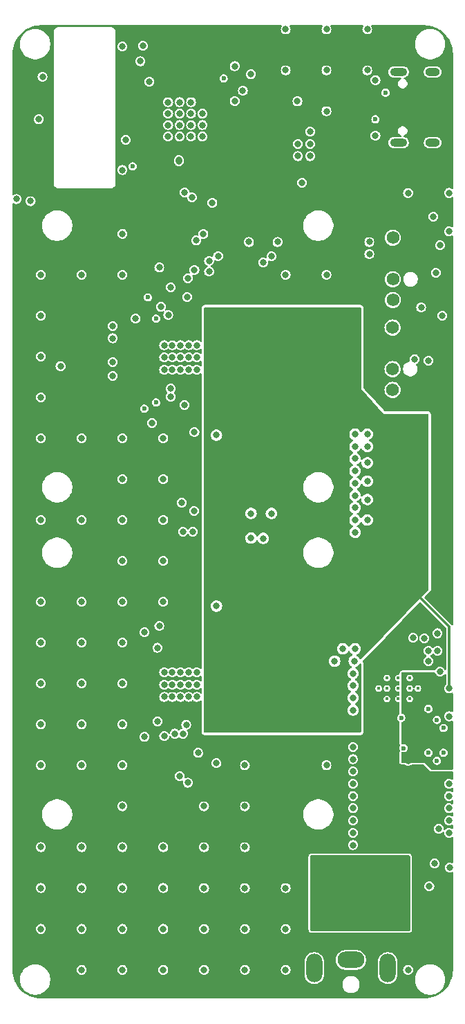
<source format=gbr>
%TF.GenerationSoftware,KiCad,Pcbnew,8.0.4*%
%TF.CreationDate,2024-11-05T20:33:51+01:00*%
%TF.ProjectId,BitForgeNano,42697446-6f72-4676-954e-616e6f2e6b69,rev?*%
%TF.SameCoordinates,Original*%
%TF.FileFunction,Copper,L4,Inr*%
%TF.FilePolarity,Positive*%
%FSLAX46Y46*%
G04 Gerber Fmt 4.6, Leading zero omitted, Abs format (unit mm)*
G04 Created by KiCad (PCBNEW 8.0.4) date 2024-11-05 20:33:51*
%MOMM*%
%LPD*%
G01*
G04 APERTURE LIST*
%TA.AperFunction,ComponentPad*%
%ADD10C,1.574800*%
%TD*%
%TA.AperFunction,ComponentPad*%
%ADD11C,0.400000*%
%TD*%
%TA.AperFunction,ComponentPad*%
%ADD12O,2.100000X1.000000*%
%TD*%
%TA.AperFunction,ComponentPad*%
%ADD13O,1.800000X1.000000*%
%TD*%
%TA.AperFunction,ComponentPad*%
%ADD14R,4.000000X2.000000*%
%TD*%
%TA.AperFunction,ComponentPad*%
%ADD15O,2.000000X3.500000*%
%TD*%
%TA.AperFunction,ComponentPad*%
%ADD16O,3.300000X2.000000*%
%TD*%
%TA.AperFunction,ViaPad*%
%ADD17C,0.800000*%
%TD*%
%TA.AperFunction,ViaPad*%
%ADD18C,0.600000*%
%TD*%
%TA.AperFunction,Conductor*%
%ADD19C,0.300000*%
%TD*%
G04 APERTURE END LIST*
D10*
%TO.N,GND*%
%TO.C,J8*%
X114236483Y-89186762D03*
%TO.N,+5V*%
X114236483Y-91726762D03*
%TO.N,/Fan/FAN2_TACH*%
X114236483Y-94266762D03*
%TO.N,/Fan/FAN2_PWM*%
X114236483Y-96806762D03*
%TD*%
%TO.N,GND*%
%TO.C,J6*%
X114275334Y-78206162D03*
%TO.N,+5V*%
X114275334Y-80746162D03*
%TO.N,/Fan/FAN1_TACH*%
X114275334Y-83286162D03*
%TO.N,/Fan/FAN1_PWM*%
X114275334Y-85826162D03*
%TD*%
D11*
%TO.N,GND*%
%TO.C,U12*%
X116336483Y-132046762D03*
X114936483Y-132046762D03*
X113536483Y-132046762D03*
X117336483Y-133326762D03*
X116336483Y-133326762D03*
X114936483Y-133326762D03*
X113536483Y-133326762D03*
X112536483Y-133326762D03*
X116336483Y-134606762D03*
X114936483Y-134606762D03*
X113536483Y-134606762D03*
%TD*%
D12*
%TO.N,GND*%
%TO.C,J5*%
X114966483Y-66571762D03*
D13*
X119146483Y-66571762D03*
D12*
X114966483Y-57931762D03*
D13*
X119146483Y-57931762D03*
%TD*%
D14*
%TO.N,VIN*%
%TO.C,J1*%
X109136483Y-160526762D03*
D15*
%TO.N,GND*%
X104636483Y-167526762D03*
D16*
X109136483Y-166526762D03*
D15*
X113636483Y-167526762D03*
%TD*%
D17*
%TO.N,GND*%
X90936483Y-65826762D03*
X71136483Y-97726762D03*
X87250000Y-91350000D03*
X81136483Y-127726762D03*
X90936483Y-64426762D03*
X86250000Y-92850000D03*
X111136483Y-105726762D03*
X116936483Y-93051762D03*
X109636483Y-106726762D03*
X121136483Y-72726762D03*
X81136483Y-82726762D03*
X71136483Y-157726762D03*
X87250000Y-94350000D03*
X109386483Y-131476762D03*
X96136483Y-152726762D03*
X88250000Y-131350000D03*
X88250000Y-134350000D03*
X101136483Y-167726762D03*
X90936483Y-63026762D03*
X89250000Y-92850000D03*
X86250000Y-94350000D03*
X88250000Y-91350000D03*
X81136483Y-77726762D03*
X89250000Y-94350000D03*
X109386483Y-140476762D03*
X86250000Y-134350000D03*
X91136483Y-157726762D03*
X106136483Y-142726762D03*
X79950000Y-95100000D03*
X79950000Y-90500000D03*
X101136483Y-52726762D03*
X112136483Y-65726762D03*
X86136483Y-112726762D03*
X83336483Y-56626762D03*
X90400000Y-141200000D03*
X76136483Y-132726762D03*
X88136483Y-64426762D03*
X89950000Y-101992500D03*
X71136483Y-92726762D03*
X81136483Y-142726762D03*
X81136483Y-132726762D03*
X76136483Y-167726762D03*
X109636483Y-108226762D03*
X81136483Y-117726762D03*
X102576283Y-61526762D03*
X81536483Y-66226762D03*
X81136483Y-162726762D03*
X91136483Y-152726762D03*
X86736483Y-65826762D03*
X88250000Y-94350000D03*
X76136483Y-127726762D03*
X85850000Y-86650000D03*
X86750000Y-87650000D03*
X91136483Y-162726762D03*
X109386483Y-141976762D03*
X86250000Y-91350000D03*
X88136483Y-63026762D03*
X76136483Y-82726762D03*
X92850000Y-80450000D03*
X87250000Y-131350000D03*
X96136483Y-157726762D03*
X109636483Y-114226762D03*
X88250000Y-92850000D03*
X86736483Y-63026762D03*
X106136483Y-57726762D03*
X76136483Y-162726762D03*
X111136483Y-110226762D03*
X71136483Y-152726762D03*
X109386483Y-144976762D03*
X71136483Y-82726762D03*
X71136483Y-127726762D03*
X88250000Y-132850000D03*
X71136483Y-137726762D03*
X89250000Y-134350000D03*
X96136483Y-167726762D03*
X106136483Y-52726762D03*
X81136483Y-147726762D03*
X89250000Y-132850000D03*
X111136483Y-103726762D03*
X79950000Y-93400000D03*
X68136483Y-73476762D03*
X92650000Y-142450000D03*
X92650000Y-102350000D03*
X87250000Y-132850000D03*
X86136483Y-152726762D03*
X96136483Y-147726762D03*
X96136483Y-142726762D03*
X89536483Y-63026762D03*
X90250000Y-132850000D03*
X86136483Y-167726762D03*
X90250000Y-92850000D03*
X109636483Y-112726762D03*
X81136483Y-112726762D03*
X90250000Y-134350000D03*
X81136483Y-157726762D03*
X116136483Y-167726762D03*
X92150000Y-73950000D03*
X89536483Y-64426762D03*
X71136483Y-87726762D03*
X81136483Y-137726762D03*
X120052914Y-131256008D03*
X109386483Y-135976762D03*
X109636483Y-102226762D03*
X76136483Y-112726762D03*
X121136483Y-146476762D03*
X76136483Y-152726762D03*
X116136483Y-72726762D03*
X86136483Y-157726762D03*
X106136483Y-82726762D03*
X71136483Y-112726762D03*
X112136483Y-58926762D03*
X86136483Y-102726762D03*
X111136483Y-107976762D03*
X87250000Y-92850000D03*
X106136483Y-62726762D03*
X101136483Y-57726762D03*
X91136483Y-167726762D03*
X76136483Y-157726762D03*
X86250000Y-131350000D03*
X90250000Y-131350000D03*
X121136483Y-150976762D03*
X76136483Y-102726762D03*
X81136483Y-107726762D03*
X109636483Y-111226762D03*
X81136483Y-152726762D03*
X81136483Y-69926762D03*
X111136483Y-112726762D03*
X85650000Y-81850000D03*
X101136483Y-157726762D03*
X119236483Y-75626762D03*
X92650000Y-123250000D03*
X81136483Y-102726762D03*
X71136483Y-102726762D03*
X111136483Y-102226762D03*
X109636483Y-109726762D03*
X96136483Y-162726762D03*
X87250000Y-134350000D03*
X86736483Y-61626762D03*
X109386483Y-134476762D03*
X71136483Y-142726762D03*
X81136483Y-122726762D03*
X76136483Y-142726762D03*
X109386483Y-147976762D03*
X121136483Y-149476762D03*
X89536483Y-65826762D03*
X88136483Y-61626762D03*
X90250000Y-94350000D03*
X101136483Y-162726762D03*
X86736483Y-64426762D03*
X89250000Y-131350000D03*
X109386483Y-146476762D03*
X87050000Y-84250000D03*
X89250000Y-91350000D03*
X86136483Y-107726762D03*
X121136483Y-147976762D03*
X91136483Y-147726762D03*
X109636483Y-103726762D03*
X120036483Y-79126762D03*
X86136483Y-162726762D03*
X91750000Y-82350000D03*
X88550000Y-114150000D03*
X79950000Y-89000000D03*
X81136483Y-54826762D03*
X86250000Y-132850000D03*
X109386483Y-149476762D03*
X109386483Y-132976762D03*
X111136483Y-57726762D03*
X71136483Y-132726762D03*
X109386483Y-152476762D03*
X76136483Y-137726762D03*
X90250000Y-91350000D03*
X71136483Y-122726762D03*
X103136483Y-71476762D03*
X109386483Y-150976762D03*
X89536483Y-61626762D03*
X81136483Y-167726762D03*
X109386483Y-143476762D03*
X86136483Y-122726762D03*
X121136483Y-144976762D03*
X71136483Y-162726762D03*
X85650000Y-125700000D03*
X111136483Y-52726762D03*
X109636483Y-105226762D03*
X76136483Y-122726762D03*
X86136483Y-117726762D03*
X88136483Y-65826762D03*
%TO.N,VDD*%
X104136483Y-103726762D03*
X116136483Y-112726762D03*
X104136483Y-137976762D03*
X101886483Y-105976762D03*
X101886483Y-96976762D03*
X116136483Y-108226762D03*
X117636483Y-100726762D03*
X116136483Y-115726762D03*
X113136483Y-121726762D03*
X116136483Y-103726762D03*
X112636483Y-112726762D03*
X118136483Y-108226762D03*
X91750000Y-94350000D03*
X91750000Y-134350000D03*
X96386483Y-131226762D03*
X116136483Y-105226762D03*
X101886483Y-92476762D03*
X112636483Y-109726762D03*
X101886483Y-137976762D03*
X96386483Y-94726762D03*
X112636483Y-111226762D03*
X106386483Y-96976762D03*
X104136483Y-128976762D03*
X113136483Y-120226762D03*
X116136483Y-102226762D03*
X118136483Y-111226762D03*
X116136483Y-118726762D03*
X116136483Y-114226762D03*
X104136483Y-131226762D03*
X101886483Y-101476762D03*
X113136483Y-102226762D03*
X96386483Y-101476762D03*
X114636483Y-114226762D03*
X92750000Y-94350000D03*
X96386483Y-128976762D03*
X112636483Y-108226762D03*
X96386483Y-135726762D03*
X106386483Y-87976762D03*
X116136483Y-117226762D03*
X104136483Y-96976762D03*
X99636483Y-133476762D03*
X96386483Y-124476762D03*
X92750000Y-91350000D03*
X104136483Y-133476762D03*
X116136483Y-120226762D03*
X92750000Y-131350000D03*
X116136483Y-106726762D03*
X101886483Y-103726762D03*
X91750000Y-91350000D03*
X96386483Y-90226762D03*
X101886483Y-128976762D03*
X106386483Y-112726762D03*
X101886483Y-99226762D03*
X96386483Y-108226762D03*
X106386483Y-92476762D03*
X106386483Y-101476762D03*
X114636483Y-121726762D03*
X96386483Y-126726762D03*
X91750000Y-132850000D03*
X104136483Y-101476762D03*
X118136483Y-109726762D03*
X114636483Y-120226762D03*
X96386483Y-133476762D03*
X96386483Y-103726762D03*
X114636483Y-100726762D03*
X106386483Y-103726762D03*
X106386483Y-90226762D03*
X96386483Y-99226762D03*
X99636483Y-131226762D03*
X104136483Y-87976762D03*
X96386483Y-117726762D03*
X101886483Y-131226762D03*
X96386483Y-137976762D03*
X104136483Y-90226762D03*
X116136483Y-121726762D03*
X118136483Y-112726762D03*
X118136483Y-114226762D03*
X101886483Y-112726762D03*
X101886483Y-90226762D03*
X104136483Y-99226762D03*
X114636483Y-111226762D03*
X96386483Y-122226762D03*
X114636483Y-103726762D03*
X91750000Y-92850000D03*
X112636483Y-114226762D03*
X101886483Y-135726762D03*
X114636483Y-108226762D03*
X117636483Y-115726762D03*
X106386483Y-121726762D03*
X106386483Y-94726762D03*
X116136483Y-100726762D03*
X96386483Y-92476762D03*
X96386483Y-87976762D03*
X99636483Y-135726762D03*
X116136483Y-109726762D03*
X104136483Y-112726762D03*
X114636483Y-105226762D03*
X96386483Y-96976762D03*
X113136483Y-100726762D03*
X104136483Y-135726762D03*
X101886483Y-87976762D03*
X104136483Y-94726762D03*
X92750000Y-134350000D03*
X92750000Y-92850000D03*
X101886483Y-133476762D03*
X114636483Y-102226762D03*
X91750000Y-131350000D03*
X101886483Y-94726762D03*
X92750000Y-132850000D03*
X114636483Y-112726762D03*
X104136483Y-92476762D03*
X96386483Y-105976762D03*
X114636483Y-109726762D03*
X114636483Y-106726762D03*
X106386483Y-99226762D03*
X96386483Y-119976762D03*
X99636483Y-128976762D03*
X116136483Y-111226762D03*
X113136483Y-115726762D03*
X99636483Y-137976762D03*
X121136483Y-133326762D03*
X114636483Y-115726762D03*
%TO.N,/Domain/0V8*%
X82750000Y-88100000D03*
X85410000Y-128350000D03*
D18*
X85250000Y-98350000D03*
D17*
X85430000Y-137350000D03*
X73550000Y-93900000D03*
D18*
X85250000Y-88100000D03*
D17*
X84750000Y-100850000D03*
D18*
%TO.N,Net-(J5-CC1)*%
X112136483Y-63726762D03*
%TO.N,Net-(J5-CC2)*%
X113386483Y-60476762D03*
D17*
%TO.N,/ESP32/IO0*%
X84436483Y-59126762D03*
X71336483Y-58526762D03*
%TO.N,/Domain/1V2*%
X83850000Y-139250000D03*
X83850000Y-126450000D03*
D18*
X84250000Y-85500000D03*
X83820000Y-99100000D03*
D17*
X88733806Y-98650188D03*
%TO.N,Net-(U12-BP1V5)*%
X119736483Y-128726762D03*
X121186483Y-136726762D03*
%TO.N,/Power/AGND*%
X116136483Y-142176762D03*
X121186483Y-142726762D03*
X119593676Y-132333955D03*
%TO.N,Net-(U9-A1)*%
X90150000Y-78550000D03*
%TO.N,Net-(U3-RI)*%
X88150000Y-144050000D03*
D18*
%TO.N,Net-(U12-EN{slash}UVLO)*%
X115286483Y-136926762D03*
X115586483Y-140626762D03*
D17*
%TO.N,/Domain/I_RO*%
X89150000Y-83150000D03*
%TO.N,/Domain/CLKI*%
X89050000Y-85450000D03*
%TO.N,/TX*%
X88750000Y-72650000D03*
%TO.N,/RX*%
X89650000Y-73250000D03*
%TO.N,/RST*%
X88050000Y-68850000D03*
X88036483Y-68726762D03*
%TO.N,/Domain/I_CI*%
X89950000Y-82150000D03*
%TO.N,/Domain/I_NRSTI*%
X91050000Y-77750000D03*
%TO.N,VIN*%
X114136483Y-158226762D03*
X115886483Y-158226762D03*
X114136483Y-161726762D03*
X112386483Y-159976762D03*
X112386483Y-158226762D03*
X114136483Y-159976762D03*
X112386483Y-161726762D03*
X115886483Y-161726762D03*
X115886483Y-159976762D03*
D18*
%TO.N,Net-(U12-MSEL1)*%
X118636483Y-135826762D03*
X118636483Y-141176762D03*
D17*
%TO.N,/ESP32/VDD_SAMPLE_0*%
X83636483Y-54726762D03*
%TO.N,/Fan/FAN1_TACH*%
X120336483Y-87726762D03*
%TO.N,/Fan/FAN1_PWM*%
X117736483Y-86726762D03*
%TO.N,/SCL*%
X111386483Y-78726762D03*
X109636483Y-128476762D03*
X96886483Y-111926762D03*
X119886483Y-150476762D03*
X99386483Y-111926762D03*
X118636483Y-128726762D03*
X108136483Y-128476762D03*
X94886483Y-57226762D03*
X88400000Y-110600000D03*
X99386483Y-80476762D03*
%TO.N,/SDA*%
X96886483Y-114939262D03*
X98386483Y-114976762D03*
X107136483Y-129976762D03*
X96886483Y-58226762D03*
X118636483Y-129976762D03*
X119386483Y-154726762D03*
X111386483Y-80226762D03*
X109536483Y-129976762D03*
X89900000Y-111600000D03*
X98386483Y-81226762D03*
D18*
%TO.N,Net-(U12-ADRSEL)*%
X119676483Y-142176762D03*
X119676483Y-137176762D03*
D17*
%TO.N,Net-(U3-CO)*%
X89150000Y-144850000D03*
%TO.N,Net-(U3-CLKO)*%
X88950000Y-137750000D03*
%TO.N,Net-(U3-BO)*%
X88550000Y-138850000D03*
%TO.N,Net-(U3-TEMP_N)*%
X87550000Y-138850000D03*
%TO.N,3V3*%
X70886483Y-63726762D03*
X104136483Y-68226762D03*
X102636483Y-66726762D03*
X104136483Y-66726762D03*
X102636483Y-68226762D03*
X119536483Y-82476762D03*
D18*
X82386483Y-69476762D03*
D17*
X121236483Y-155226762D03*
X118636483Y-93226762D03*
D18*
X93536483Y-58726762D03*
D17*
X89750000Y-114150000D03*
X69886483Y-73726762D03*
X104136483Y-65226762D03*
X118136483Y-127176762D03*
X91750000Y-81050000D03*
X121136483Y-77426762D03*
%TO.N,Net-(U3-TEMP_P)*%
X86250000Y-139150000D03*
%TO.N,Net-(U13-TEMP_N)*%
X87050000Y-97650000D03*
%TO.N,Net-(U13-TEMP_P)*%
X87050000Y-96650000D03*
%TO.N,+5V*%
X112386483Y-138976762D03*
X112386483Y-140476762D03*
X113636483Y-138976762D03*
X111136483Y-138976762D03*
X111136483Y-140476762D03*
X111136483Y-141976762D03*
X113636483Y-141976762D03*
X111136483Y-137476762D03*
X113636483Y-140476762D03*
X112386483Y-141976762D03*
X102636483Y-63976762D03*
X112386483Y-137476762D03*
D18*
%TO.N,Net-(U12-VSEL)*%
X120466483Y-141176762D03*
X120466483Y-138159169D03*
D17*
%TO.N,/Power/PGOOD*%
X119736483Y-126576762D03*
X101136483Y-82726762D03*
%TO.N,/ESP32/INA_ALRT*%
X95886483Y-60226762D03*
X118736483Y-157526762D03*
%TO.N,/Power/SMB_ALRT*%
X96636483Y-78726762D03*
X116736483Y-127126762D03*
X94886483Y-61476762D03*
X100136483Y-78726762D03*
%TD*%
D19*
%TO.N,VDD*%
X121136483Y-125726762D02*
X117136483Y-121726762D01*
X117136483Y-121726762D02*
X116136483Y-121726762D01*
X121136483Y-133326762D02*
X121136483Y-125726762D01*
%TD*%
%TA.AperFunction,Conductor*%
%TO.N,VIN*%
G36*
X116329522Y-153746447D02*
G01*
X116375277Y-153799251D01*
X116386483Y-153850762D01*
X116386483Y-162852762D01*
X116366798Y-162919801D01*
X116313994Y-162965556D01*
X116262483Y-162976762D01*
X104260483Y-162976762D01*
X104193444Y-162957077D01*
X104147689Y-162904273D01*
X104136483Y-162852762D01*
X104136483Y-153850762D01*
X104156168Y-153783723D01*
X104208972Y-153737968D01*
X104260483Y-153726762D01*
X116262483Y-153726762D01*
X116329522Y-153746447D01*
G37*
%TD.AperFunction*%
%TD*%
%TA.AperFunction,Conductor*%
%TO.N,VDD*%
G36*
X110329522Y-86746447D02*
G01*
X110375277Y-86799251D01*
X110386483Y-86850762D01*
X110386483Y-96726762D01*
X113136483Y-99726762D01*
X118512483Y-99726762D01*
X118579522Y-99746447D01*
X118625277Y-99799251D01*
X118636483Y-99850762D01*
X118636483Y-121176480D01*
X118616798Y-121243519D01*
X118601463Y-121262843D01*
X110381605Y-129731786D01*
X110320788Y-129766182D01*
X110251030Y-129762239D01*
X110194478Y-129721207D01*
X110176685Y-129689398D01*
X110161301Y-129648832D01*
X110064666Y-129508833D01*
X109937335Y-129396028D01*
X109928583Y-129391434D01*
X109873052Y-129362289D01*
X109822840Y-129313704D01*
X109806866Y-129245685D01*
X109830202Y-129179827D01*
X109880501Y-129140865D01*
X109880067Y-129140038D01*
X109884725Y-129137593D01*
X109885438Y-129137041D01*
X109886698Y-129136554D01*
X109886708Y-129136552D01*
X109886717Y-129136546D01*
X109886720Y-129136546D01*
X110037332Y-129057498D01*
X110037333Y-129057496D01*
X110037335Y-129057496D01*
X110164666Y-128944691D01*
X110261301Y-128804692D01*
X110321623Y-128645634D01*
X110342128Y-128476762D01*
X110321623Y-128307890D01*
X110261301Y-128148832D01*
X110164666Y-128008833D01*
X110037335Y-127896028D01*
X110037332Y-127896025D01*
X109886709Y-127816972D01*
X109721539Y-127776262D01*
X109551427Y-127776262D01*
X109386256Y-127816972D01*
X109235633Y-127896025D01*
X109108299Y-128008834D01*
X109011666Y-128148829D01*
X109002425Y-128173197D01*
X108960246Y-128228899D01*
X108894649Y-128252956D01*
X108826458Y-128237729D01*
X108777326Y-128188052D01*
X108770541Y-128173197D01*
X108761301Y-128148832D01*
X108664666Y-128008833D01*
X108537335Y-127896028D01*
X108537332Y-127896025D01*
X108386709Y-127816972D01*
X108221539Y-127776262D01*
X108051427Y-127776262D01*
X107886256Y-127816972D01*
X107735633Y-127896025D01*
X107608299Y-128008834D01*
X107511665Y-128148830D01*
X107451343Y-128307887D01*
X107451342Y-128307892D01*
X107430838Y-128476762D01*
X107451342Y-128645631D01*
X107451343Y-128645636D01*
X107511665Y-128804693D01*
X107573958Y-128894939D01*
X107608300Y-128944691D01*
X107713988Y-129038322D01*
X107735633Y-129057498D01*
X107886256Y-129136551D01*
X107886258Y-129136552D01*
X108051427Y-129177262D01*
X108221539Y-129177262D01*
X108386708Y-129136552D01*
X108473053Y-129091234D01*
X108537332Y-129057498D01*
X108537333Y-129057496D01*
X108537335Y-129057496D01*
X108664666Y-128944691D01*
X108761301Y-128804692D01*
X108770541Y-128780326D01*
X108812719Y-128724624D01*
X108878316Y-128700567D01*
X108946506Y-128715794D01*
X108995640Y-128765469D01*
X109002425Y-128780327D01*
X109011665Y-128804693D01*
X109073958Y-128894939D01*
X109108300Y-128944691D01*
X109235631Y-129057496D01*
X109235633Y-129057497D01*
X109299912Y-129091234D01*
X109350124Y-129139818D01*
X109366099Y-129207837D01*
X109342764Y-129273695D01*
X109292464Y-129312658D01*
X109292899Y-129313486D01*
X109288236Y-129315932D01*
X109287528Y-129316482D01*
X109286262Y-129316970D01*
X109286257Y-129316971D01*
X109135633Y-129396025D01*
X109008299Y-129508834D01*
X108911665Y-129648830D01*
X108851343Y-129807887D01*
X108851342Y-129807892D01*
X108830838Y-129976762D01*
X108851342Y-130145631D01*
X108851343Y-130145636D01*
X108911665Y-130304693D01*
X108939759Y-130345393D01*
X109008300Y-130444691D01*
X109135631Y-130557496D01*
X109182727Y-130582214D01*
X109232939Y-130630798D01*
X109248914Y-130698816D01*
X109225579Y-130764674D01*
X109170343Y-130807462D01*
X109154779Y-130812406D01*
X109136258Y-130816971D01*
X109136257Y-130816971D01*
X108985633Y-130896025D01*
X108858299Y-131008834D01*
X108761665Y-131148830D01*
X108701343Y-131307887D01*
X108701342Y-131307892D01*
X108680838Y-131476762D01*
X108701342Y-131645631D01*
X108701343Y-131645636D01*
X108761665Y-131804693D01*
X108823958Y-131894939D01*
X108858300Y-131944691D01*
X108931782Y-132009790D01*
X108985633Y-132057498D01*
X109098939Y-132116966D01*
X109149152Y-132165551D01*
X109165126Y-132233570D01*
X109141791Y-132299427D01*
X109098939Y-132336558D01*
X108985633Y-132396025D01*
X108858299Y-132508834D01*
X108761665Y-132648830D01*
X108701343Y-132807887D01*
X108701342Y-132807892D01*
X108680838Y-132976762D01*
X108701342Y-133145631D01*
X108701343Y-133145636D01*
X108761665Y-133304693D01*
X108804009Y-133366038D01*
X108858300Y-133444691D01*
X108931782Y-133509790D01*
X108985633Y-133557498D01*
X109098939Y-133616966D01*
X109149152Y-133665551D01*
X109165126Y-133733570D01*
X109141791Y-133799427D01*
X109098939Y-133836558D01*
X108985633Y-133896025D01*
X108858299Y-134008834D01*
X108761665Y-134148830D01*
X108701343Y-134307887D01*
X108701342Y-134307892D01*
X108680838Y-134476762D01*
X108701342Y-134645631D01*
X108701343Y-134645636D01*
X108761665Y-134804693D01*
X108813740Y-134880135D01*
X108858300Y-134944691D01*
X108931782Y-135009790D01*
X108985633Y-135057498D01*
X109098939Y-135116966D01*
X109149152Y-135165551D01*
X109165126Y-135233570D01*
X109141791Y-135299427D01*
X109098939Y-135336558D01*
X108985633Y-135396025D01*
X108858299Y-135508834D01*
X108761665Y-135648830D01*
X108701343Y-135807887D01*
X108701342Y-135807892D01*
X108680838Y-135976762D01*
X108701342Y-136145631D01*
X108701343Y-136145636D01*
X108761665Y-136304693D01*
X108787222Y-136341718D01*
X108858300Y-136444691D01*
X108963988Y-136538322D01*
X108985633Y-136557498D01*
X109112192Y-136623921D01*
X109136258Y-136636552D01*
X109301427Y-136677262D01*
X109471539Y-136677262D01*
X109636708Y-136636552D01*
X109716175Y-136594843D01*
X109787332Y-136557498D01*
X109787333Y-136557496D01*
X109787335Y-136557496D01*
X109914666Y-136444691D01*
X110011301Y-136304692D01*
X110071623Y-136145634D01*
X110092128Y-135976762D01*
X110071623Y-135807890D01*
X110011301Y-135648832D01*
X109914666Y-135508833D01*
X109787335Y-135396028D01*
X109787333Y-135396027D01*
X109787332Y-135396026D01*
X109674026Y-135336558D01*
X109623814Y-135287974D01*
X109607839Y-135219955D01*
X109631174Y-135154097D01*
X109674026Y-135116966D01*
X109704182Y-135101138D01*
X109787335Y-135057496D01*
X109914666Y-134944691D01*
X110011301Y-134804692D01*
X110071623Y-134645634D01*
X110092128Y-134476762D01*
X110071623Y-134307890D01*
X110011301Y-134148832D01*
X109914666Y-134008833D01*
X109787335Y-133896028D01*
X109787333Y-133896027D01*
X109787332Y-133896026D01*
X109674026Y-133836558D01*
X109623814Y-133787974D01*
X109607839Y-133719955D01*
X109631174Y-133654097D01*
X109674026Y-133616966D01*
X109706094Y-133600135D01*
X109787335Y-133557496D01*
X109914666Y-133444691D01*
X110011301Y-133304692D01*
X110071623Y-133145634D01*
X110092128Y-132976762D01*
X110071623Y-132807890D01*
X110011301Y-132648832D01*
X109914666Y-132508833D01*
X109787335Y-132396028D01*
X109787333Y-132396027D01*
X109787332Y-132396026D01*
X109674026Y-132336558D01*
X109623814Y-132287974D01*
X109607839Y-132219955D01*
X109631174Y-132154097D01*
X109674026Y-132116966D01*
X109704182Y-132101138D01*
X109787335Y-132057496D01*
X109914666Y-131944691D01*
X110011301Y-131804692D01*
X110071623Y-131645634D01*
X110092128Y-131476762D01*
X110071623Y-131307890D01*
X110011301Y-131148832D01*
X109914666Y-131008833D01*
X109787335Y-130896028D01*
X109787333Y-130896027D01*
X109787332Y-130896026D01*
X109740238Y-130871309D01*
X109690026Y-130822725D01*
X109674051Y-130754706D01*
X109697386Y-130688848D01*
X109752622Y-130646061D01*
X109768192Y-130641116D01*
X109786706Y-130636553D01*
X109786708Y-130636552D01*
X109937332Y-130557498D01*
X109937333Y-130557496D01*
X109937335Y-130557496D01*
X110064666Y-130444691D01*
X110160433Y-130305948D01*
X110214716Y-130261959D01*
X110284165Y-130254299D01*
X110346729Y-130285403D01*
X110382547Y-130345393D01*
X110386483Y-130376389D01*
X110386483Y-138602762D01*
X110366798Y-138669801D01*
X110313994Y-138715556D01*
X110262483Y-138726762D01*
X91260483Y-138726762D01*
X91193444Y-138707077D01*
X91147689Y-138654273D01*
X91136483Y-138602762D01*
X91136483Y-129976762D01*
X106430838Y-129976762D01*
X106451342Y-130145631D01*
X106451343Y-130145636D01*
X106511665Y-130304693D01*
X106539759Y-130345393D01*
X106608300Y-130444691D01*
X106713988Y-130538322D01*
X106735633Y-130557498D01*
X106875295Y-130630798D01*
X106886258Y-130636552D01*
X107051427Y-130677262D01*
X107221539Y-130677262D01*
X107386708Y-130636552D01*
X107490241Y-130582213D01*
X107537332Y-130557498D01*
X107537333Y-130557496D01*
X107537335Y-130557496D01*
X107664666Y-130444691D01*
X107761301Y-130304692D01*
X107821623Y-130145634D01*
X107842128Y-129976762D01*
X107821623Y-129807890D01*
X107761301Y-129648832D01*
X107664666Y-129508833D01*
X107537335Y-129396028D01*
X107537332Y-129396025D01*
X107386709Y-129316972D01*
X107221539Y-129276262D01*
X107051427Y-129276262D01*
X106886256Y-129316972D01*
X106735633Y-129396025D01*
X106608299Y-129508834D01*
X106511665Y-129648830D01*
X106451343Y-129807887D01*
X106451342Y-129807892D01*
X106430838Y-129976762D01*
X91136483Y-129976762D01*
X91136483Y-123250000D01*
X91944355Y-123250000D01*
X91964859Y-123418869D01*
X91964860Y-123418874D01*
X92025182Y-123577931D01*
X92087475Y-123668177D01*
X92121817Y-123717929D01*
X92227505Y-123811560D01*
X92249150Y-123830736D01*
X92399773Y-123909789D01*
X92399775Y-123909790D01*
X92564944Y-123950500D01*
X92735056Y-123950500D01*
X92900225Y-123909790D01*
X92979692Y-123868081D01*
X93050849Y-123830736D01*
X93050850Y-123830734D01*
X93050852Y-123830734D01*
X93178183Y-123717929D01*
X93274818Y-123577930D01*
X93335140Y-123418872D01*
X93355645Y-123250000D01*
X93335140Y-123081128D01*
X93274818Y-122922070D01*
X93178183Y-122782071D01*
X93050852Y-122669266D01*
X93050849Y-122669263D01*
X92900226Y-122590210D01*
X92735056Y-122549500D01*
X92564944Y-122549500D01*
X92399773Y-122590210D01*
X92249150Y-122669263D01*
X92121816Y-122782072D01*
X92025182Y-122922068D01*
X91964860Y-123081125D01*
X91964859Y-123081130D01*
X91944355Y-123250000D01*
X91136483Y-123250000D01*
X91136483Y-116605473D01*
X103285983Y-116605473D01*
X103285983Y-116848050D01*
X103317644Y-117088547D01*
X103380430Y-117322866D01*
X103473256Y-117546967D01*
X103473259Y-117546974D01*
X103594547Y-117757051D01*
X103594549Y-117757054D01*
X103594550Y-117757055D01*
X103742216Y-117949498D01*
X103742222Y-117949505D01*
X103913739Y-118121022D01*
X103913745Y-118121027D01*
X104106194Y-118268698D01*
X104316271Y-118389986D01*
X104540383Y-118482816D01*
X104774694Y-118545600D01*
X104955069Y-118569346D01*
X105015194Y-118577262D01*
X105015195Y-118577262D01*
X105257772Y-118577262D01*
X105305871Y-118570929D01*
X105498272Y-118545600D01*
X105732583Y-118482816D01*
X105956695Y-118389986D01*
X106166772Y-118268698D01*
X106359221Y-118121027D01*
X106530748Y-117949500D01*
X106678419Y-117757051D01*
X106799707Y-117546974D01*
X106892537Y-117322862D01*
X106955321Y-117088551D01*
X106986983Y-116848050D01*
X106986983Y-116605474D01*
X106955321Y-116364973D01*
X106892537Y-116130662D01*
X106799707Y-115906550D01*
X106678419Y-115696473D01*
X106571780Y-115557498D01*
X106530749Y-115504025D01*
X106530743Y-115504018D01*
X106359226Y-115332501D01*
X106359219Y-115332495D01*
X106166776Y-115184829D01*
X106166775Y-115184828D01*
X106166772Y-115184826D01*
X105956695Y-115063538D01*
X105956688Y-115063535D01*
X105732587Y-114970709D01*
X105498268Y-114907923D01*
X105257772Y-114876262D01*
X105257771Y-114876262D01*
X105015195Y-114876262D01*
X105015194Y-114876262D01*
X104774697Y-114907923D01*
X104540378Y-114970709D01*
X104316277Y-115063535D01*
X104316268Y-115063539D01*
X104106189Y-115184829D01*
X103913746Y-115332495D01*
X103913739Y-115332501D01*
X103742222Y-115504018D01*
X103742216Y-115504025D01*
X103594550Y-115696468D01*
X103473260Y-115906547D01*
X103473256Y-115906556D01*
X103380430Y-116130657D01*
X103317644Y-116364976D01*
X103285983Y-116605473D01*
X91136483Y-116605473D01*
X91136483Y-114939262D01*
X96180838Y-114939262D01*
X96201342Y-115108131D01*
X96201343Y-115108136D01*
X96261665Y-115267193D01*
X96287550Y-115304693D01*
X96358300Y-115407191D01*
X96463988Y-115500822D01*
X96485633Y-115519998D01*
X96636256Y-115599051D01*
X96636258Y-115599052D01*
X96801427Y-115639762D01*
X96971539Y-115639762D01*
X97136708Y-115599052D01*
X97216175Y-115557343D01*
X97287332Y-115519998D01*
X97287333Y-115519996D01*
X97287335Y-115519996D01*
X97414666Y-115407191D01*
X97511301Y-115267192D01*
X97513431Y-115261575D01*
X97555607Y-115205875D01*
X97621204Y-115181817D01*
X97689394Y-115197043D01*
X97738528Y-115246718D01*
X97745313Y-115261574D01*
X97761665Y-115304692D01*
X97761665Y-115304693D01*
X97780860Y-115332501D01*
X97858300Y-115444691D01*
X97963988Y-115538322D01*
X97985633Y-115557498D01*
X98064808Y-115599052D01*
X98136258Y-115636552D01*
X98301427Y-115677262D01*
X98471539Y-115677262D01*
X98636708Y-115636552D01*
X98716175Y-115594843D01*
X98787332Y-115557498D01*
X98787333Y-115557496D01*
X98787335Y-115557496D01*
X98914666Y-115444691D01*
X99011301Y-115304692D01*
X99071623Y-115145634D01*
X99092128Y-114976762D01*
X99071623Y-114807890D01*
X99011301Y-114648832D01*
X98985416Y-114611332D01*
X98946320Y-114554692D01*
X98914666Y-114508833D01*
X98787335Y-114396028D01*
X98787332Y-114396025D01*
X98636709Y-114316972D01*
X98471539Y-114276262D01*
X98301427Y-114276262D01*
X98136256Y-114316972D01*
X97985633Y-114396025D01*
X97858299Y-114508834D01*
X97761665Y-114648830D01*
X97761662Y-114648837D01*
X97759531Y-114654456D01*
X97717349Y-114710155D01*
X97651749Y-114734206D01*
X97583560Y-114718974D01*
X97534431Y-114669294D01*
X97527658Y-114654463D01*
X97511301Y-114611332D01*
X97414666Y-114471333D01*
X97287335Y-114358528D01*
X97287332Y-114358525D01*
X97136709Y-114279472D01*
X96971539Y-114238762D01*
X96801427Y-114238762D01*
X96636256Y-114279472D01*
X96485633Y-114358525D01*
X96358299Y-114471334D01*
X96261665Y-114611330D01*
X96201343Y-114770387D01*
X96201342Y-114770392D01*
X96180838Y-114939262D01*
X91136483Y-114939262D01*
X91136483Y-111926762D01*
X96180838Y-111926762D01*
X96201342Y-112095631D01*
X96201343Y-112095636D01*
X96261665Y-112254693D01*
X96323958Y-112344939D01*
X96358300Y-112394691D01*
X96407245Y-112438052D01*
X96485633Y-112507498D01*
X96636256Y-112586551D01*
X96636258Y-112586552D01*
X96801427Y-112627262D01*
X96971539Y-112627262D01*
X97136708Y-112586552D01*
X97216175Y-112544843D01*
X97287332Y-112507498D01*
X97287333Y-112507496D01*
X97287335Y-112507496D01*
X97414666Y-112394691D01*
X97511301Y-112254692D01*
X97571623Y-112095634D01*
X97592128Y-111926762D01*
X98680838Y-111926762D01*
X98701342Y-112095631D01*
X98701343Y-112095636D01*
X98761665Y-112254693D01*
X98823958Y-112344939D01*
X98858300Y-112394691D01*
X98907245Y-112438052D01*
X98985633Y-112507498D01*
X99136256Y-112586551D01*
X99136258Y-112586552D01*
X99301427Y-112627262D01*
X99471539Y-112627262D01*
X99636708Y-112586552D01*
X99716175Y-112544843D01*
X99787332Y-112507498D01*
X99787333Y-112507496D01*
X99787335Y-112507496D01*
X99914666Y-112394691D01*
X100011301Y-112254692D01*
X100071623Y-112095634D01*
X100092128Y-111926762D01*
X100071623Y-111757890D01*
X100011301Y-111598832D01*
X99914666Y-111458833D01*
X99787335Y-111346028D01*
X99787332Y-111346025D01*
X99636709Y-111266972D01*
X99471539Y-111226262D01*
X99301427Y-111226262D01*
X99136256Y-111266972D01*
X98985633Y-111346025D01*
X98858299Y-111458834D01*
X98761665Y-111598830D01*
X98701343Y-111757887D01*
X98701342Y-111757892D01*
X98680838Y-111926762D01*
X97592128Y-111926762D01*
X97571623Y-111757890D01*
X97511301Y-111598832D01*
X97414666Y-111458833D01*
X97287335Y-111346028D01*
X97287332Y-111346025D01*
X97136709Y-111266972D01*
X96971539Y-111226262D01*
X96801427Y-111226262D01*
X96636256Y-111266972D01*
X96485633Y-111346025D01*
X96358299Y-111458834D01*
X96261665Y-111598830D01*
X96201343Y-111757887D01*
X96201342Y-111757892D01*
X96180838Y-111926762D01*
X91136483Y-111926762D01*
X91136483Y-108605473D01*
X103285983Y-108605473D01*
X103285983Y-108848050D01*
X103317644Y-109088547D01*
X103380430Y-109322866D01*
X103473256Y-109546967D01*
X103473260Y-109546976D01*
X103484805Y-109566972D01*
X103594547Y-109757051D01*
X103594549Y-109757054D01*
X103594550Y-109757055D01*
X103742216Y-109949498D01*
X103742222Y-109949505D01*
X103913739Y-110121022D01*
X103913745Y-110121027D01*
X104106194Y-110268698D01*
X104316271Y-110389986D01*
X104540383Y-110482816D01*
X104774694Y-110545600D01*
X104955069Y-110569346D01*
X105015194Y-110577262D01*
X105015195Y-110577262D01*
X105257772Y-110577262D01*
X105305871Y-110570929D01*
X105498272Y-110545600D01*
X105732583Y-110482816D01*
X105956695Y-110389986D01*
X106166772Y-110268698D01*
X106359221Y-110121027D01*
X106530748Y-109949500D01*
X106678419Y-109757051D01*
X106799707Y-109546974D01*
X106892537Y-109322862D01*
X106955321Y-109088551D01*
X106986983Y-108848050D01*
X106986983Y-108605474D01*
X106955321Y-108364973D01*
X106892537Y-108130662D01*
X106799707Y-107906550D01*
X106678419Y-107696473D01*
X106530748Y-107504024D01*
X106530743Y-107504018D01*
X106359226Y-107332501D01*
X106359219Y-107332495D01*
X106166776Y-107184829D01*
X106166775Y-107184828D01*
X106166772Y-107184826D01*
X105956695Y-107063538D01*
X105956688Y-107063535D01*
X105732587Y-106970709D01*
X105498268Y-106907923D01*
X105257772Y-106876262D01*
X105257771Y-106876262D01*
X105015195Y-106876262D01*
X105015194Y-106876262D01*
X104774697Y-106907923D01*
X104540378Y-106970709D01*
X104316277Y-107063535D01*
X104316268Y-107063539D01*
X104106189Y-107184829D01*
X103913746Y-107332495D01*
X103913739Y-107332501D01*
X103742222Y-107504018D01*
X103742216Y-107504025D01*
X103594550Y-107696468D01*
X103473260Y-107906547D01*
X103473256Y-107906556D01*
X103380430Y-108130657D01*
X103317644Y-108364976D01*
X103285983Y-108605473D01*
X91136483Y-108605473D01*
X91136483Y-102350000D01*
X91944355Y-102350000D01*
X91964859Y-102518869D01*
X91964860Y-102518874D01*
X92025182Y-102677931D01*
X92036751Y-102694691D01*
X92121817Y-102817929D01*
X92177169Y-102866966D01*
X92249150Y-102930736D01*
X92399773Y-103009789D01*
X92399775Y-103009790D01*
X92564944Y-103050500D01*
X92735056Y-103050500D01*
X92900225Y-103009790D01*
X92979692Y-102968081D01*
X93050849Y-102930736D01*
X93050850Y-102930734D01*
X93050852Y-102930734D01*
X93178183Y-102817929D01*
X93274818Y-102677930D01*
X93335140Y-102518872D01*
X93355645Y-102350000D01*
X93340681Y-102226762D01*
X108930838Y-102226762D01*
X108951342Y-102395631D01*
X108951343Y-102395636D01*
X109011665Y-102554693D01*
X109073958Y-102644939D01*
X109108300Y-102694691D01*
X109213988Y-102788322D01*
X109235633Y-102807498D01*
X109348939Y-102866966D01*
X109399152Y-102915551D01*
X109415126Y-102983570D01*
X109391791Y-103049427D01*
X109348939Y-103086558D01*
X109235633Y-103146025D01*
X109108299Y-103258834D01*
X109011665Y-103398830D01*
X108951343Y-103557887D01*
X108951342Y-103557892D01*
X108930838Y-103726762D01*
X108951342Y-103895631D01*
X108951343Y-103895636D01*
X109011665Y-104054693D01*
X109073958Y-104144939D01*
X109108300Y-104194691D01*
X109213988Y-104288322D01*
X109235633Y-104307498D01*
X109348939Y-104366966D01*
X109399152Y-104415551D01*
X109415126Y-104483570D01*
X109391791Y-104549427D01*
X109348939Y-104586558D01*
X109235633Y-104646025D01*
X109108299Y-104758834D01*
X109011665Y-104898830D01*
X108951343Y-105057887D01*
X108951342Y-105057892D01*
X108930838Y-105226762D01*
X108951342Y-105395631D01*
X108951343Y-105395636D01*
X109011665Y-105554693D01*
X109073958Y-105644939D01*
X109108300Y-105694691D01*
X109213988Y-105788322D01*
X109235633Y-105807498D01*
X109348939Y-105866966D01*
X109399152Y-105915551D01*
X109415126Y-105983570D01*
X109391791Y-106049427D01*
X109348939Y-106086558D01*
X109235633Y-106146025D01*
X109108299Y-106258834D01*
X109011665Y-106398830D01*
X108951343Y-106557887D01*
X108951342Y-106557892D01*
X108930838Y-106726762D01*
X108951342Y-106895631D01*
X108951343Y-106895636D01*
X109011665Y-107054693D01*
X109073958Y-107144939D01*
X109108300Y-107194691D01*
X109200375Y-107276262D01*
X109235633Y-107307498D01*
X109348939Y-107366966D01*
X109399152Y-107415551D01*
X109415126Y-107483570D01*
X109391791Y-107549427D01*
X109348939Y-107586558D01*
X109235633Y-107646025D01*
X109108299Y-107758834D01*
X109011665Y-107898830D01*
X108951343Y-108057887D01*
X108951342Y-108057892D01*
X108930838Y-108226762D01*
X108951342Y-108395631D01*
X108951343Y-108395636D01*
X109011665Y-108554693D01*
X109068169Y-108636551D01*
X109108300Y-108694691D01*
X109213988Y-108788322D01*
X109235633Y-108807498D01*
X109348939Y-108866966D01*
X109399152Y-108915551D01*
X109415126Y-108983570D01*
X109391791Y-109049427D01*
X109348939Y-109086558D01*
X109235633Y-109146025D01*
X109108299Y-109258834D01*
X109011665Y-109398830D01*
X108951343Y-109557887D01*
X108951342Y-109557892D01*
X108930838Y-109726762D01*
X108951342Y-109895631D01*
X108951343Y-109895636D01*
X109011665Y-110054693D01*
X109073958Y-110144939D01*
X109108300Y-110194691D01*
X109191837Y-110268698D01*
X109235633Y-110307498D01*
X109348939Y-110366966D01*
X109399152Y-110415551D01*
X109415126Y-110483570D01*
X109391791Y-110549427D01*
X109348939Y-110586558D01*
X109235633Y-110646025D01*
X109108299Y-110758834D01*
X109011665Y-110898830D01*
X108951343Y-111057887D01*
X108951342Y-111057892D01*
X108930838Y-111226762D01*
X108951342Y-111395631D01*
X108951343Y-111395636D01*
X109011665Y-111554693D01*
X109073958Y-111644939D01*
X109108300Y-111694691D01*
X109213988Y-111788322D01*
X109235633Y-111807498D01*
X109348939Y-111866966D01*
X109399152Y-111915551D01*
X109415126Y-111983570D01*
X109391791Y-112049427D01*
X109348939Y-112086558D01*
X109235633Y-112146025D01*
X109108299Y-112258834D01*
X109011665Y-112398830D01*
X108951343Y-112557887D01*
X108951342Y-112557892D01*
X108930838Y-112726762D01*
X108951342Y-112895631D01*
X108951343Y-112895636D01*
X109011665Y-113054693D01*
X109073958Y-113144939D01*
X109108300Y-113194691D01*
X109213988Y-113288322D01*
X109235633Y-113307498D01*
X109348939Y-113366966D01*
X109399152Y-113415551D01*
X109415126Y-113483570D01*
X109391791Y-113549427D01*
X109348939Y-113586558D01*
X109235633Y-113646025D01*
X109108299Y-113758834D01*
X109011665Y-113898830D01*
X108951343Y-114057887D01*
X108951342Y-114057892D01*
X108930838Y-114226762D01*
X108951342Y-114395631D01*
X108951343Y-114395636D01*
X109011665Y-114554693D01*
X109050761Y-114611332D01*
X109108300Y-114694691D01*
X109193747Y-114770390D01*
X109235633Y-114807498D01*
X109366652Y-114876262D01*
X109386258Y-114886552D01*
X109551427Y-114927262D01*
X109721539Y-114927262D01*
X109886708Y-114886552D01*
X109966175Y-114844843D01*
X110037332Y-114807498D01*
X110037333Y-114807496D01*
X110037335Y-114807496D01*
X110164666Y-114694691D01*
X110261301Y-114554692D01*
X110321623Y-114395634D01*
X110342128Y-114226762D01*
X110321623Y-114057890D01*
X110261301Y-113898832D01*
X110164666Y-113758833D01*
X110037335Y-113646028D01*
X110037333Y-113646027D01*
X110037332Y-113646026D01*
X109924026Y-113586558D01*
X109873814Y-113537974D01*
X109857839Y-113469955D01*
X109881174Y-113404097D01*
X109924026Y-113366966D01*
X109954182Y-113351138D01*
X110037335Y-113307496D01*
X110164666Y-113194691D01*
X110261301Y-113054692D01*
X110270541Y-113030326D01*
X110312719Y-112974624D01*
X110378316Y-112950567D01*
X110446506Y-112965794D01*
X110495640Y-113015469D01*
X110502425Y-113030327D01*
X110511665Y-113054693D01*
X110573958Y-113144939D01*
X110608300Y-113194691D01*
X110713988Y-113288322D01*
X110735633Y-113307498D01*
X110848940Y-113366966D01*
X110886258Y-113386552D01*
X111051427Y-113427262D01*
X111221539Y-113427262D01*
X111386708Y-113386552D01*
X111466175Y-113344843D01*
X111537332Y-113307498D01*
X111537333Y-113307496D01*
X111537335Y-113307496D01*
X111664666Y-113194691D01*
X111761301Y-113054692D01*
X111821623Y-112895634D01*
X111842128Y-112726762D01*
X111821623Y-112557890D01*
X111761301Y-112398832D01*
X111758441Y-112394689D01*
X111726959Y-112349080D01*
X111664666Y-112258833D01*
X111537335Y-112146028D01*
X111537332Y-112146025D01*
X111386709Y-112066972D01*
X111221539Y-112026262D01*
X111051427Y-112026262D01*
X110886256Y-112066972D01*
X110735633Y-112146025D01*
X110608299Y-112258834D01*
X110511666Y-112398829D01*
X110502425Y-112423197D01*
X110460246Y-112478899D01*
X110394649Y-112502956D01*
X110326458Y-112487729D01*
X110277326Y-112438052D01*
X110270541Y-112423197D01*
X110261301Y-112398832D01*
X110164666Y-112258833D01*
X110037335Y-112146028D01*
X110037333Y-112146027D01*
X110037332Y-112146026D01*
X109924026Y-112086558D01*
X109873814Y-112037974D01*
X109857839Y-111969955D01*
X109881174Y-111904097D01*
X109924026Y-111866966D01*
X109954182Y-111851138D01*
X110037335Y-111807496D01*
X110164666Y-111694691D01*
X110261301Y-111554692D01*
X110321623Y-111395634D01*
X110342128Y-111226762D01*
X110321623Y-111057890D01*
X110261301Y-110898832D01*
X110164666Y-110758833D01*
X110037335Y-110646028D01*
X110037333Y-110646027D01*
X110037332Y-110646026D01*
X109924026Y-110586558D01*
X109873814Y-110537974D01*
X109857839Y-110469955D01*
X109881174Y-110404097D01*
X109924026Y-110366966D01*
X109954182Y-110351138D01*
X110037335Y-110307496D01*
X110164666Y-110194691D01*
X110206595Y-110133946D01*
X110260875Y-110089958D01*
X110330323Y-110082298D01*
X110392889Y-110113401D01*
X110428706Y-110173391D01*
X110431740Y-110219327D01*
X110430838Y-110226759D01*
X110430838Y-110226761D01*
X110451342Y-110395631D01*
X110451343Y-110395636D01*
X110511665Y-110554693D01*
X110573958Y-110644939D01*
X110608300Y-110694691D01*
X110680702Y-110758833D01*
X110735633Y-110807498D01*
X110886256Y-110886551D01*
X110886258Y-110886552D01*
X111051427Y-110927262D01*
X111221539Y-110927262D01*
X111386708Y-110886552D01*
X111466175Y-110844843D01*
X111537332Y-110807498D01*
X111537333Y-110807496D01*
X111537335Y-110807496D01*
X111664666Y-110694691D01*
X111761301Y-110554692D01*
X111821623Y-110395634D01*
X111842128Y-110226762D01*
X111821623Y-110057890D01*
X111761301Y-109898832D01*
X111759091Y-109895631D01*
X111679366Y-109780130D01*
X111664666Y-109758833D01*
X111537335Y-109646028D01*
X111537332Y-109646025D01*
X111386709Y-109566972D01*
X111221539Y-109526262D01*
X111051427Y-109526262D01*
X110886256Y-109566972D01*
X110735633Y-109646025D01*
X110608298Y-109758834D01*
X110566371Y-109819576D01*
X110512088Y-109863566D01*
X110442639Y-109871225D01*
X110380075Y-109840121D01*
X110344258Y-109780130D01*
X110341226Y-109734187D01*
X110342128Y-109726762D01*
X110321623Y-109557890D01*
X110261301Y-109398832D01*
X110164666Y-109258833D01*
X110037335Y-109146028D01*
X110037333Y-109146027D01*
X110037332Y-109146026D01*
X109924026Y-109086558D01*
X109873814Y-109037974D01*
X109857839Y-108969955D01*
X109881174Y-108904097D01*
X109924026Y-108866966D01*
X109960067Y-108848050D01*
X110037335Y-108807496D01*
X110164666Y-108694691D01*
X110261301Y-108554692D01*
X110321623Y-108395634D01*
X110321623Y-108395627D01*
X110322207Y-108393261D01*
X110323113Y-108391704D01*
X110324283Y-108388620D01*
X110324795Y-108388814D01*
X110357359Y-108332878D01*
X110419576Y-108301085D01*
X110489105Y-108307977D01*
X110543871Y-108351364D01*
X110544634Y-108352456D01*
X110608300Y-108444691D01*
X110709555Y-108534395D01*
X110735633Y-108557498D01*
X110827044Y-108605474D01*
X110886258Y-108636552D01*
X111051427Y-108677262D01*
X111221539Y-108677262D01*
X111386708Y-108636552D01*
X111466175Y-108594843D01*
X111537332Y-108557498D01*
X111537333Y-108557496D01*
X111537335Y-108557496D01*
X111664666Y-108444691D01*
X111761301Y-108304692D01*
X111821623Y-108145634D01*
X111842128Y-107976762D01*
X111821623Y-107807890D01*
X111761301Y-107648832D01*
X111759364Y-107646026D01*
X111718316Y-107586558D01*
X111664666Y-107508833D01*
X111537335Y-107396028D01*
X111537332Y-107396025D01*
X111386709Y-107316972D01*
X111221539Y-107276262D01*
X111051427Y-107276262D01*
X110886256Y-107316972D01*
X110735633Y-107396025D01*
X110608299Y-107508834D01*
X110511665Y-107648830D01*
X110451340Y-107807896D01*
X110450754Y-107810276D01*
X110449848Y-107811831D01*
X110448683Y-107814904D01*
X110448171Y-107814710D01*
X110415595Y-107870655D01*
X110353374Y-107902440D01*
X110283846Y-107895541D01*
X110229085Y-107852146D01*
X110228309Y-107851035D01*
X110198526Y-107807887D01*
X110164666Y-107758833D01*
X110037335Y-107646028D01*
X110037333Y-107646027D01*
X110037332Y-107646026D01*
X109924026Y-107586558D01*
X109873814Y-107537974D01*
X109857839Y-107469955D01*
X109881174Y-107404097D01*
X109924026Y-107366966D01*
X109989700Y-107332497D01*
X110037335Y-107307496D01*
X110164666Y-107194691D01*
X110261301Y-107054692D01*
X110321623Y-106895634D01*
X110342128Y-106726762D01*
X110321623Y-106557890D01*
X110261301Y-106398832D01*
X110164666Y-106258833D01*
X110037335Y-106146028D01*
X110037333Y-106146027D01*
X110037332Y-106146026D01*
X109924026Y-106086558D01*
X109873814Y-106037974D01*
X109857839Y-105969955D01*
X109881174Y-105904097D01*
X109924026Y-105866966D01*
X109954182Y-105851138D01*
X110037335Y-105807496D01*
X110164666Y-105694691D01*
X110206595Y-105633946D01*
X110260875Y-105589958D01*
X110330323Y-105582298D01*
X110392889Y-105613401D01*
X110428706Y-105673391D01*
X110431740Y-105719327D01*
X110430838Y-105726759D01*
X110430838Y-105726761D01*
X110451342Y-105895631D01*
X110451343Y-105895636D01*
X110511665Y-106054693D01*
X110573958Y-106144939D01*
X110608300Y-106194691D01*
X110680702Y-106258833D01*
X110735633Y-106307498D01*
X110886256Y-106386551D01*
X110886258Y-106386552D01*
X111051427Y-106427262D01*
X111221539Y-106427262D01*
X111386708Y-106386552D01*
X111466175Y-106344843D01*
X111537332Y-106307498D01*
X111537333Y-106307496D01*
X111537335Y-106307496D01*
X111664666Y-106194691D01*
X111761301Y-106054692D01*
X111821623Y-105895634D01*
X111842128Y-105726762D01*
X111821623Y-105557890D01*
X111761301Y-105398832D01*
X111759091Y-105395631D01*
X111679366Y-105280130D01*
X111664666Y-105258833D01*
X111537335Y-105146028D01*
X111537332Y-105146025D01*
X111386709Y-105066972D01*
X111221539Y-105026262D01*
X111051427Y-105026262D01*
X110886256Y-105066972D01*
X110735633Y-105146025D01*
X110608298Y-105258834D01*
X110566371Y-105319576D01*
X110512088Y-105363566D01*
X110442639Y-105371225D01*
X110380075Y-105340121D01*
X110344258Y-105280130D01*
X110341226Y-105234187D01*
X110342128Y-105226762D01*
X110321623Y-105057890D01*
X110261301Y-104898832D01*
X110164666Y-104758833D01*
X110037335Y-104646028D01*
X110037333Y-104646027D01*
X110037332Y-104646026D01*
X109924026Y-104586558D01*
X109873814Y-104537974D01*
X109857839Y-104469955D01*
X109881174Y-104404097D01*
X109924026Y-104366966D01*
X109954182Y-104351138D01*
X110037335Y-104307496D01*
X110164666Y-104194691D01*
X110261301Y-104054692D01*
X110270541Y-104030326D01*
X110312719Y-103974624D01*
X110378316Y-103950567D01*
X110446506Y-103965794D01*
X110495640Y-104015469D01*
X110502425Y-104030327D01*
X110511665Y-104054693D01*
X110573958Y-104144939D01*
X110608300Y-104194691D01*
X110713988Y-104288322D01*
X110735633Y-104307498D01*
X110848940Y-104366966D01*
X110886258Y-104386552D01*
X111051427Y-104427262D01*
X111221539Y-104427262D01*
X111386708Y-104386552D01*
X111466175Y-104344843D01*
X111537332Y-104307498D01*
X111537333Y-104307496D01*
X111537335Y-104307496D01*
X111664666Y-104194691D01*
X111761301Y-104054692D01*
X111821623Y-103895634D01*
X111842128Y-103726762D01*
X111821623Y-103557890D01*
X111761301Y-103398832D01*
X111664666Y-103258833D01*
X111537335Y-103146028D01*
X111537333Y-103146027D01*
X111537332Y-103146026D01*
X111424026Y-103086558D01*
X111373814Y-103037974D01*
X111357839Y-102969955D01*
X111381174Y-102904097D01*
X111424026Y-102866966D01*
X111454182Y-102851138D01*
X111537335Y-102807496D01*
X111664666Y-102694691D01*
X111761301Y-102554692D01*
X111821623Y-102395634D01*
X111842128Y-102226762D01*
X111821623Y-102057890D01*
X111761301Y-101898832D01*
X111749732Y-101882072D01*
X111671865Y-101769263D01*
X111664666Y-101758833D01*
X111537335Y-101646028D01*
X111537332Y-101646025D01*
X111386709Y-101566972D01*
X111221539Y-101526262D01*
X111051427Y-101526262D01*
X110886256Y-101566972D01*
X110735633Y-101646025D01*
X110608299Y-101758834D01*
X110511666Y-101898829D01*
X110502425Y-101923197D01*
X110460246Y-101978899D01*
X110394649Y-102002956D01*
X110326458Y-101987729D01*
X110277326Y-101938052D01*
X110270541Y-101923197D01*
X110261301Y-101898832D01*
X110164666Y-101758833D01*
X110037335Y-101646028D01*
X110037332Y-101646025D01*
X109886709Y-101566972D01*
X109721539Y-101526262D01*
X109551427Y-101526262D01*
X109386256Y-101566972D01*
X109235633Y-101646025D01*
X109108299Y-101758834D01*
X109011665Y-101898830D01*
X108951343Y-102057887D01*
X108951342Y-102057892D01*
X108930838Y-102226762D01*
X93340681Y-102226762D01*
X93335140Y-102181128D01*
X93274818Y-102022070D01*
X93261624Y-102002956D01*
X93189752Y-101898832D01*
X93178183Y-101882071D01*
X93050852Y-101769266D01*
X93050849Y-101769263D01*
X92900226Y-101690210D01*
X92735056Y-101649500D01*
X92564944Y-101649500D01*
X92399773Y-101690210D01*
X92249150Y-101769263D01*
X92121816Y-101882072D01*
X92025182Y-102022068D01*
X91964860Y-102181125D01*
X91964859Y-102181130D01*
X91944355Y-102350000D01*
X91136483Y-102350000D01*
X91136483Y-86850762D01*
X91156168Y-86783723D01*
X91208972Y-86737968D01*
X91260483Y-86726762D01*
X110262483Y-86726762D01*
X110329522Y-86746447D01*
G37*
%TD.AperFunction*%
%TD*%
%TA.AperFunction,Conductor*%
%TO.N,/Power/AGND*%
G36*
X119416715Y-131346447D02*
G01*
X119462470Y-131399251D01*
X119464647Y-131405307D01*
X119464760Y-131405261D01*
X119518783Y-131535686D01*
X119528378Y-131558849D01*
X119624632Y-131684290D01*
X119750073Y-131780544D01*
X119896152Y-131841052D01*
X119974533Y-131851371D01*
X120052913Y-131861690D01*
X120052914Y-131861690D01*
X120052915Y-131861690D01*
X120121352Y-131852680D01*
X120209676Y-131841052D01*
X120355755Y-131780544D01*
X120481196Y-131684290D01*
X120563608Y-131576888D01*
X120620035Y-131535686D01*
X120689781Y-131531531D01*
X120750701Y-131565743D01*
X120783454Y-131627460D01*
X120785983Y-131652375D01*
X120785983Y-132777645D01*
X120766298Y-132844684D01*
X120737470Y-132876020D01*
X120708204Y-132898476D01*
X120611946Y-133023922D01*
X120551439Y-133169999D01*
X120551438Y-133170001D01*
X120530801Y-133326760D01*
X120530801Y-133326763D01*
X120551438Y-133483522D01*
X120551439Y-133483524D01*
X120611947Y-133629603D01*
X120708201Y-133755044D01*
X120833642Y-133851298D01*
X120979721Y-133911806D01*
X121058102Y-133922125D01*
X121136482Y-133932444D01*
X121136483Y-133932444D01*
X121136484Y-133932444D01*
X121188737Y-133925564D01*
X121293245Y-133911806D01*
X121439324Y-133851298D01*
X121439328Y-133851294D01*
X121446364Y-133847234D01*
X121447506Y-133849213D01*
X121501655Y-133828274D01*
X121570101Y-133842306D01*
X121620095Y-133891116D01*
X121635983Y-133951843D01*
X121635983Y-136077395D01*
X121616298Y-136144434D01*
X121563494Y-136190189D01*
X121494336Y-136200133D01*
X121464530Y-136191956D01*
X121343245Y-136141718D01*
X121343243Y-136141717D01*
X121186484Y-136121080D01*
X121186482Y-136121080D01*
X121029722Y-136141717D01*
X121029720Y-136141718D01*
X120883643Y-136202225D01*
X120758201Y-136298480D01*
X120661946Y-136423922D01*
X120601439Y-136569999D01*
X120601438Y-136570001D01*
X120580801Y-136726760D01*
X120580801Y-136726763D01*
X120601438Y-136883522D01*
X120601439Y-136883524D01*
X120661947Y-137029603D01*
X120758201Y-137155044D01*
X120883642Y-137251298D01*
X121029721Y-137311806D01*
X121086021Y-137319218D01*
X121186482Y-137332444D01*
X121186483Y-137332444D01*
X121186484Y-137332444D01*
X121238737Y-137325564D01*
X121343245Y-137311806D01*
X121464533Y-137261566D01*
X121533999Y-137254098D01*
X121596478Y-137285373D01*
X121632131Y-137345461D01*
X121635983Y-137376128D01*
X121635983Y-143152762D01*
X121616298Y-143219801D01*
X121563494Y-143265556D01*
X121511983Y-143276762D01*
X119037845Y-143276762D01*
X118970806Y-143257077D01*
X118950164Y-143240443D01*
X118136483Y-142426762D01*
X115410483Y-142426762D01*
X115343444Y-142407077D01*
X115297689Y-142354273D01*
X115286483Y-142302762D01*
X115286483Y-142176762D01*
X119170836Y-142176762D01*
X119191317Y-142319218D01*
X119231442Y-142407077D01*
X119251106Y-142450135D01*
X119345355Y-142558905D01*
X119466430Y-142636715D01*
X119466433Y-142636716D01*
X119466432Y-142636716D01*
X119604519Y-142677261D01*
X119604521Y-142677262D01*
X119604522Y-142677262D01*
X119748445Y-142677262D01*
X119748445Y-142677261D01*
X119886536Y-142636715D01*
X120007611Y-142558905D01*
X120101860Y-142450135D01*
X120161648Y-142319219D01*
X120182130Y-142176762D01*
X120161648Y-142034305D01*
X120101860Y-141903389D01*
X120007611Y-141794619D01*
X119886536Y-141716809D01*
X119886534Y-141716808D01*
X119886532Y-141716807D01*
X119886533Y-141716807D01*
X119748446Y-141676262D01*
X119748444Y-141676262D01*
X119604522Y-141676262D01*
X119604519Y-141676262D01*
X119466432Y-141716807D01*
X119345356Y-141794618D01*
X119251106Y-141903388D01*
X119251105Y-141903390D01*
X119191317Y-142034305D01*
X119170836Y-142176762D01*
X115286483Y-142176762D01*
X115286483Y-141225948D01*
X115300926Y-141176762D01*
X118130836Y-141176762D01*
X118151317Y-141319218D01*
X118211105Y-141450133D01*
X118211106Y-141450135D01*
X118305355Y-141558905D01*
X118426430Y-141636715D01*
X118426433Y-141636716D01*
X118426432Y-141636716D01*
X118533590Y-141668179D01*
X118561116Y-141676262D01*
X118564519Y-141677261D01*
X118564521Y-141677262D01*
X118564522Y-141677262D01*
X118708445Y-141677262D01*
X118708445Y-141677261D01*
X118846536Y-141636715D01*
X118967611Y-141558905D01*
X119061860Y-141450135D01*
X119121648Y-141319219D01*
X119142130Y-141176762D01*
X119960836Y-141176762D01*
X119981317Y-141319218D01*
X120041105Y-141450133D01*
X120041106Y-141450135D01*
X120135355Y-141558905D01*
X120256430Y-141636715D01*
X120256433Y-141636716D01*
X120256432Y-141636716D01*
X120363590Y-141668179D01*
X120391116Y-141676262D01*
X120394519Y-141677261D01*
X120394521Y-141677262D01*
X120394522Y-141677262D01*
X120538445Y-141677262D01*
X120538445Y-141677261D01*
X120676536Y-141636715D01*
X120797611Y-141558905D01*
X120891860Y-141450135D01*
X120951648Y-141319219D01*
X120972130Y-141176762D01*
X120951648Y-141034305D01*
X120891860Y-140903389D01*
X120797611Y-140794619D01*
X120676536Y-140716809D01*
X120676534Y-140716808D01*
X120676532Y-140716807D01*
X120676533Y-140716807D01*
X120538446Y-140676262D01*
X120538444Y-140676262D01*
X120394522Y-140676262D01*
X120394519Y-140676262D01*
X120256432Y-140716807D01*
X120135356Y-140794618D01*
X120041106Y-140903388D01*
X120041105Y-140903390D01*
X119981317Y-141034305D01*
X119960836Y-141176762D01*
X119142130Y-141176762D01*
X119121648Y-141034305D01*
X119061860Y-140903389D01*
X118967611Y-140794619D01*
X118846536Y-140716809D01*
X118846534Y-140716808D01*
X118846532Y-140716807D01*
X118846533Y-140716807D01*
X118708446Y-140676262D01*
X118708444Y-140676262D01*
X118564522Y-140676262D01*
X118564519Y-140676262D01*
X118426432Y-140716807D01*
X118305356Y-140794618D01*
X118211106Y-140903388D01*
X118211105Y-140903390D01*
X118151317Y-141034305D01*
X118130836Y-141176762D01*
X115300926Y-141176762D01*
X115306168Y-141158909D01*
X115358972Y-141113154D01*
X115428130Y-141103210D01*
X115445408Y-141106968D01*
X115514522Y-141127262D01*
X115658445Y-141127262D01*
X115658445Y-141127261D01*
X115796536Y-141086715D01*
X115917611Y-141008905D01*
X116011860Y-140900135D01*
X116071648Y-140769219D01*
X116092130Y-140626762D01*
X116071648Y-140484305D01*
X116011860Y-140353389D01*
X115917611Y-140244619D01*
X115796536Y-140166809D01*
X115796534Y-140166808D01*
X115796532Y-140166807D01*
X115796533Y-140166807D01*
X115658446Y-140126262D01*
X115658444Y-140126262D01*
X115514522Y-140126262D01*
X115514519Y-140126262D01*
X115445417Y-140146552D01*
X115375547Y-140146552D01*
X115316770Y-140108777D01*
X115287745Y-140045221D01*
X115286483Y-140027575D01*
X115286483Y-138159169D01*
X119960836Y-138159169D01*
X119981317Y-138301625D01*
X120041105Y-138432540D01*
X120041106Y-138432542D01*
X120135355Y-138541312D01*
X120256430Y-138619122D01*
X120256433Y-138619123D01*
X120256432Y-138619123D01*
X120394519Y-138659668D01*
X120394521Y-138659669D01*
X120394522Y-138659669D01*
X120538445Y-138659669D01*
X120538445Y-138659668D01*
X120676536Y-138619122D01*
X120797611Y-138541312D01*
X120891860Y-138432542D01*
X120951648Y-138301626D01*
X120972130Y-138159169D01*
X120951648Y-138016712D01*
X120891860Y-137885796D01*
X120797611Y-137777026D01*
X120676536Y-137699216D01*
X120676534Y-137699215D01*
X120676532Y-137699214D01*
X120676533Y-137699214D01*
X120538446Y-137658669D01*
X120538444Y-137658669D01*
X120394522Y-137658669D01*
X120394519Y-137658669D01*
X120256432Y-137699214D01*
X120135356Y-137777025D01*
X120041106Y-137885795D01*
X120041105Y-137885797D01*
X119981317Y-138016712D01*
X119960836Y-138159169D01*
X115286483Y-138159169D01*
X115286483Y-137541217D01*
X115306168Y-137474178D01*
X115358972Y-137428423D01*
X115375549Y-137422240D01*
X115496533Y-137386716D01*
X115496533Y-137386715D01*
X115496536Y-137386715D01*
X115617611Y-137308905D01*
X115711860Y-137200135D01*
X115722534Y-137176762D01*
X119170836Y-137176762D01*
X119191317Y-137319218D01*
X119240660Y-137427262D01*
X119251106Y-137450135D01*
X119345355Y-137558905D01*
X119466430Y-137636715D01*
X119466433Y-137636716D01*
X119466432Y-137636716D01*
X119604519Y-137677261D01*
X119604521Y-137677262D01*
X119604522Y-137677262D01*
X119748445Y-137677262D01*
X119748445Y-137677261D01*
X119886536Y-137636715D01*
X120007611Y-137558905D01*
X120101860Y-137450135D01*
X120161648Y-137319219D01*
X120182130Y-137176762D01*
X120161648Y-137034305D01*
X120101860Y-136903389D01*
X120007611Y-136794619D01*
X119886536Y-136716809D01*
X119886534Y-136716808D01*
X119886532Y-136716807D01*
X119886533Y-136716807D01*
X119748446Y-136676262D01*
X119748444Y-136676262D01*
X119604522Y-136676262D01*
X119604519Y-136676262D01*
X119466432Y-136716807D01*
X119345356Y-136794618D01*
X119251106Y-136903388D01*
X119251105Y-136903390D01*
X119191317Y-137034305D01*
X119170836Y-137176762D01*
X115722534Y-137176762D01*
X115771648Y-137069219D01*
X115792130Y-136926762D01*
X115771648Y-136784305D01*
X115711860Y-136653389D01*
X115617611Y-136544619D01*
X115496536Y-136466809D01*
X115496533Y-136466807D01*
X115375548Y-136431283D01*
X115316770Y-136393509D01*
X115287745Y-136329953D01*
X115286483Y-136312306D01*
X115286483Y-135826762D01*
X118130836Y-135826762D01*
X118151317Y-135969218D01*
X118200721Y-136077395D01*
X118211106Y-136100135D01*
X118305355Y-136208905D01*
X118426430Y-136286715D01*
X118426433Y-136286716D01*
X118426432Y-136286716D01*
X118564519Y-136327261D01*
X118564521Y-136327262D01*
X118564522Y-136327262D01*
X118708445Y-136327262D01*
X118708445Y-136327261D01*
X118846536Y-136286715D01*
X118967611Y-136208905D01*
X119061860Y-136100135D01*
X119121648Y-135969219D01*
X119142130Y-135826762D01*
X119121648Y-135684305D01*
X119061860Y-135553389D01*
X118967611Y-135444619D01*
X118846536Y-135366809D01*
X118846534Y-135366808D01*
X118846532Y-135366807D01*
X118846533Y-135366807D01*
X118708446Y-135326262D01*
X118708444Y-135326262D01*
X118564522Y-135326262D01*
X118564519Y-135326262D01*
X118426432Y-135366807D01*
X118305356Y-135444618D01*
X118211106Y-135553388D01*
X118211105Y-135553390D01*
X118151317Y-135684305D01*
X118130836Y-135826762D01*
X115286483Y-135826762D01*
X115286483Y-134834770D01*
X115303098Y-134772767D01*
X115306564Y-134766762D01*
X115309690Y-134761349D01*
X115309691Y-134761344D01*
X115312800Y-134753841D01*
X115312836Y-134753856D01*
X115318362Y-134739459D01*
X115322128Y-134732068D01*
X115322128Y-134732067D01*
X115322129Y-134732066D01*
X115327752Y-134696557D01*
X115330449Y-134683874D01*
X115336982Y-134659491D01*
X115336983Y-134659488D01*
X115336983Y-134648037D01*
X115338510Y-134628638D01*
X115341975Y-134606762D01*
X115341975Y-134606761D01*
X115930991Y-134606761D01*
X115930991Y-134606762D01*
X115934456Y-134628638D01*
X115935983Y-134648037D01*
X115935983Y-134659491D01*
X115942517Y-134683878D01*
X115945214Y-134696567D01*
X115950837Y-134732065D01*
X115950838Y-134732068D01*
X115954609Y-134739469D01*
X115960133Y-134753859D01*
X115960168Y-134753845D01*
X115963277Y-134761351D01*
X115982773Y-134795119D01*
X115985870Y-134800823D01*
X116007609Y-134843486D01*
X116008433Y-134845104D01*
X116011668Y-134848339D01*
X116011677Y-134848349D01*
X116016002Y-134852674D01*
X116016003Y-134852675D01*
X116090570Y-134927242D01*
X116090571Y-134927242D01*
X116097638Y-134934309D01*
X116097637Y-134934309D01*
X116097641Y-134934312D01*
X116098142Y-134934813D01*
X116124403Y-134948193D01*
X116142411Y-134957368D01*
X116148110Y-134960463D01*
X116181894Y-134979969D01*
X116189405Y-134983080D01*
X116189390Y-134983115D01*
X116203778Y-134988637D01*
X116211179Y-134992408D01*
X116246693Y-134998032D01*
X116259365Y-135000726D01*
X116283756Y-135007262D01*
X116295208Y-135007262D01*
X116314603Y-135008788D01*
X116336483Y-135012254D01*
X116358362Y-135008788D01*
X116377758Y-135007262D01*
X116389209Y-135007262D01*
X116389210Y-135007262D01*
X116413595Y-135000728D01*
X116426278Y-134998031D01*
X116461787Y-134992408D01*
X116469180Y-134988641D01*
X116483577Y-134983115D01*
X116483562Y-134983079D01*
X116491067Y-134979969D01*
X116491070Y-134979969D01*
X116524859Y-134960459D01*
X116530535Y-134957378D01*
X116574825Y-134934812D01*
X116575328Y-134934309D01*
X116582394Y-134927242D01*
X116582396Y-134927242D01*
X116656963Y-134852675D01*
X116656963Y-134852673D01*
X116664531Y-134845106D01*
X116664531Y-134845105D01*
X116664533Y-134845104D01*
X116687099Y-134800814D01*
X116690180Y-134795138D01*
X116709690Y-134761349D01*
X116709690Y-134761346D01*
X116712800Y-134753841D01*
X116712836Y-134753856D01*
X116718362Y-134739459D01*
X116722128Y-134732068D01*
X116722128Y-134732067D01*
X116722129Y-134732066D01*
X116727752Y-134696557D01*
X116730449Y-134683874D01*
X116736982Y-134659491D01*
X116736983Y-134659488D01*
X116736983Y-134648037D01*
X116738510Y-134628638D01*
X116741975Y-134606762D01*
X116741975Y-134606761D01*
X116738510Y-134584885D01*
X116736983Y-134565486D01*
X116736983Y-134554037D01*
X116736982Y-134554033D01*
X116736981Y-134554030D01*
X116730447Y-134529643D01*
X116727753Y-134516972D01*
X116722129Y-134481458D01*
X116718358Y-134474057D01*
X116712836Y-134459669D01*
X116712801Y-134459684D01*
X116709690Y-134452173D01*
X116690184Y-134418389D01*
X116687084Y-134412680D01*
X116664534Y-134368421D01*
X116664033Y-134367920D01*
X116664030Y-134367916D01*
X116664030Y-134367917D01*
X116656963Y-134360850D01*
X116656963Y-134360849D01*
X116582396Y-134286282D01*
X116582395Y-134286281D01*
X116578070Y-134281956D01*
X116578060Y-134281947D01*
X116574825Y-134278712D01*
X116573207Y-134277888D01*
X116530544Y-134256149D01*
X116524840Y-134253052D01*
X116491072Y-134233556D01*
X116483566Y-134230447D01*
X116483580Y-134230412D01*
X116469190Y-134224888D01*
X116461789Y-134221117D01*
X116461788Y-134221116D01*
X116461787Y-134221116D01*
X116426286Y-134215492D01*
X116413599Y-134212796D01*
X116389212Y-134206262D01*
X116389210Y-134206262D01*
X116377758Y-134206262D01*
X116358362Y-134204735D01*
X116336483Y-134201270D01*
X116314603Y-134204735D01*
X116295208Y-134206262D01*
X116283751Y-134206262D01*
X116259364Y-134212796D01*
X116246682Y-134215491D01*
X116211178Y-134221115D01*
X116203770Y-134224890D01*
X116189389Y-134230411D01*
X116189403Y-134230445D01*
X116181891Y-134233556D01*
X116148108Y-134253060D01*
X116142409Y-134256155D01*
X116098141Y-134278711D01*
X116098138Y-134278713D01*
X116090572Y-134286280D01*
X116015998Y-134360854D01*
X116008434Y-134368417D01*
X116008432Y-134368420D01*
X115985876Y-134412688D01*
X115982781Y-134418387D01*
X115963277Y-134452170D01*
X115960166Y-134459682D01*
X115960132Y-134459668D01*
X115954611Y-134474049D01*
X115950836Y-134481457D01*
X115945212Y-134516961D01*
X115942517Y-134529643D01*
X115935983Y-134554030D01*
X115935983Y-134565486D01*
X115934456Y-134584885D01*
X115930991Y-134606761D01*
X115341975Y-134606761D01*
X115338510Y-134584885D01*
X115336983Y-134565486D01*
X115336983Y-134554037D01*
X115336982Y-134554033D01*
X115336981Y-134554030D01*
X115330447Y-134529643D01*
X115327753Y-134516972D01*
X115322129Y-134481458D01*
X115318358Y-134474057D01*
X115312836Y-134459669D01*
X115312801Y-134459684D01*
X115309691Y-134452175D01*
X115303096Y-134440753D01*
X115286483Y-134378753D01*
X115286483Y-133554770D01*
X115303098Y-133492767D01*
X115308435Y-133483522D01*
X115309690Y-133481349D01*
X115309691Y-133481344D01*
X115312800Y-133473841D01*
X115312836Y-133473856D01*
X115318362Y-133459459D01*
X115322128Y-133452068D01*
X115322128Y-133452067D01*
X115322129Y-133452066D01*
X115327752Y-133416557D01*
X115330449Y-133403874D01*
X115336982Y-133379491D01*
X115336983Y-133379488D01*
X115336983Y-133368037D01*
X115338510Y-133348638D01*
X115341975Y-133326762D01*
X115341975Y-133326761D01*
X115930991Y-133326761D01*
X115930991Y-133326762D01*
X115934456Y-133348638D01*
X115935983Y-133368037D01*
X115935983Y-133379491D01*
X115942517Y-133403878D01*
X115945213Y-133416565D01*
X115949634Y-133444474D01*
X115950837Y-133452065D01*
X115950838Y-133452068D01*
X115954609Y-133459469D01*
X115960133Y-133473859D01*
X115960168Y-133473845D01*
X115963277Y-133481351D01*
X115982773Y-133515119D01*
X115985870Y-133520823D01*
X116007609Y-133563486D01*
X116008433Y-133565104D01*
X116011668Y-133568339D01*
X116011677Y-133568349D01*
X116016002Y-133572674D01*
X116016003Y-133572675D01*
X116090570Y-133647242D01*
X116090571Y-133647242D01*
X116097638Y-133654309D01*
X116097637Y-133654309D01*
X116097641Y-133654312D01*
X116098142Y-133654813D01*
X116124403Y-133668193D01*
X116142411Y-133677368D01*
X116148110Y-133680463D01*
X116181894Y-133699969D01*
X116189405Y-133703080D01*
X116189390Y-133703115D01*
X116203778Y-133708637D01*
X116211179Y-133712408D01*
X116246693Y-133718032D01*
X116259365Y-133720726D01*
X116283756Y-133727262D01*
X116295208Y-133727262D01*
X116314603Y-133728788D01*
X116336483Y-133732254D01*
X116358362Y-133728788D01*
X116377758Y-133727262D01*
X116389209Y-133727262D01*
X116389210Y-133727262D01*
X116413595Y-133720728D01*
X116426278Y-133718031D01*
X116461787Y-133712408D01*
X116469180Y-133708641D01*
X116483577Y-133703115D01*
X116483562Y-133703079D01*
X116491067Y-133699969D01*
X116491070Y-133699969D01*
X116524859Y-133680459D01*
X116530535Y-133677378D01*
X116574825Y-133654812D01*
X116575328Y-133654309D01*
X116582394Y-133647242D01*
X116582396Y-133647242D01*
X116656963Y-133572675D01*
X116656963Y-133572673D01*
X116664531Y-133565106D01*
X116664531Y-133565105D01*
X116664533Y-133565104D01*
X116687099Y-133520814D01*
X116690180Y-133515138D01*
X116709690Y-133481349D01*
X116709690Y-133481346D01*
X116712800Y-133473841D01*
X116712835Y-133473855D01*
X116718357Y-133459468D01*
X116722129Y-133452066D01*
X116722129Y-133452063D01*
X116726000Y-133444468D01*
X116773976Y-133393674D01*
X116841798Y-133376881D01*
X116907932Y-133399421D01*
X116946969Y-133444474D01*
X116954609Y-133459469D01*
X116960133Y-133473859D01*
X116960168Y-133473845D01*
X116963277Y-133481351D01*
X116982773Y-133515119D01*
X116985870Y-133520823D01*
X117007609Y-133563486D01*
X117008433Y-133565104D01*
X117011668Y-133568339D01*
X117011677Y-133568349D01*
X117016002Y-133572674D01*
X117016003Y-133572675D01*
X117090570Y-133647242D01*
X117090571Y-133647242D01*
X117097638Y-133654309D01*
X117097637Y-133654309D01*
X117097641Y-133654312D01*
X117098142Y-133654813D01*
X117124403Y-133668193D01*
X117142411Y-133677368D01*
X117148110Y-133680463D01*
X117181894Y-133699969D01*
X117189405Y-133703080D01*
X117189390Y-133703115D01*
X117203778Y-133708637D01*
X117211179Y-133712408D01*
X117246693Y-133718032D01*
X117259365Y-133720726D01*
X117283756Y-133727262D01*
X117295208Y-133727262D01*
X117314603Y-133728788D01*
X117336483Y-133732254D01*
X117358362Y-133728788D01*
X117377758Y-133727262D01*
X117389209Y-133727262D01*
X117389210Y-133727262D01*
X117413595Y-133720728D01*
X117426278Y-133718031D01*
X117461787Y-133712408D01*
X117469180Y-133708641D01*
X117483577Y-133703115D01*
X117483562Y-133703079D01*
X117491067Y-133699969D01*
X117491070Y-133699969D01*
X117524859Y-133680459D01*
X117530535Y-133677378D01*
X117574825Y-133654812D01*
X117575328Y-133654309D01*
X117582394Y-133647242D01*
X117582396Y-133647242D01*
X117656963Y-133572675D01*
X117656963Y-133572673D01*
X117664531Y-133565106D01*
X117664531Y-133565105D01*
X117664533Y-133565104D01*
X117687099Y-133520814D01*
X117690180Y-133515138D01*
X117709690Y-133481349D01*
X117709690Y-133481346D01*
X117712800Y-133473841D01*
X117712836Y-133473856D01*
X117718362Y-133459459D01*
X117722128Y-133452068D01*
X117722128Y-133452067D01*
X117722129Y-133452066D01*
X117727752Y-133416557D01*
X117730449Y-133403874D01*
X117736982Y-133379491D01*
X117736983Y-133379488D01*
X117736983Y-133368037D01*
X117738510Y-133348638D01*
X117741975Y-133326762D01*
X117741975Y-133326761D01*
X117738510Y-133304885D01*
X117736983Y-133285486D01*
X117736983Y-133274037D01*
X117736982Y-133274033D01*
X117736981Y-133274030D01*
X117730447Y-133249643D01*
X117727753Y-133236972D01*
X117722129Y-133201458D01*
X117718357Y-133194055D01*
X117712836Y-133179669D01*
X117712801Y-133179684D01*
X117709690Y-133172173D01*
X117690184Y-133138389D01*
X117687084Y-133132680D01*
X117664534Y-133088421D01*
X117664033Y-133087920D01*
X117664030Y-133087916D01*
X117664030Y-133087917D01*
X117656963Y-133080850D01*
X117656963Y-133080849D01*
X117582396Y-133006282D01*
X117582395Y-133006281D01*
X117578070Y-133001956D01*
X117578060Y-133001947D01*
X117574825Y-132998712D01*
X117560265Y-132991293D01*
X117530544Y-132976149D01*
X117524840Y-132973052D01*
X117491072Y-132953556D01*
X117483566Y-132950447D01*
X117483580Y-132950412D01*
X117469190Y-132944888D01*
X117461789Y-132941117D01*
X117461788Y-132941116D01*
X117461787Y-132941116D01*
X117426286Y-132935492D01*
X117413599Y-132932796D01*
X117389212Y-132926262D01*
X117389210Y-132926262D01*
X117377758Y-132926262D01*
X117358362Y-132924735D01*
X117336483Y-132921270D01*
X117314603Y-132924735D01*
X117295208Y-132926262D01*
X117283751Y-132926262D01*
X117259364Y-132932796D01*
X117246682Y-132935491D01*
X117211178Y-132941115D01*
X117203770Y-132944890D01*
X117189389Y-132950411D01*
X117189403Y-132950445D01*
X117181891Y-132953556D01*
X117148108Y-132973060D01*
X117142409Y-132976155D01*
X117098141Y-132998711D01*
X117098138Y-132998713D01*
X117090572Y-133006280D01*
X117015998Y-133080854D01*
X117008434Y-133088417D01*
X117008432Y-133088420D01*
X116985876Y-133132688D01*
X116982781Y-133138387D01*
X116963277Y-133172170D01*
X116960166Y-133179682D01*
X116960132Y-133179667D01*
X116954608Y-133194055D01*
X116946968Y-133209050D01*
X116898994Y-133259847D01*
X116831174Y-133276643D01*
X116765038Y-133254107D01*
X116725996Y-133209050D01*
X116722129Y-133201461D01*
X116722129Y-133201458D01*
X116718354Y-133194049D01*
X116712835Y-133179669D01*
X116712801Y-133179684D01*
X116709690Y-133172173D01*
X116690184Y-133138389D01*
X116687084Y-133132680D01*
X116664534Y-133088421D01*
X116664033Y-133087920D01*
X116664030Y-133087916D01*
X116664030Y-133087917D01*
X116656963Y-133080850D01*
X116656963Y-133080849D01*
X116582396Y-133006282D01*
X116582395Y-133006281D01*
X116578070Y-133001956D01*
X116578060Y-133001947D01*
X116574825Y-132998712D01*
X116560265Y-132991293D01*
X116530544Y-132976149D01*
X116524840Y-132973052D01*
X116491072Y-132953556D01*
X116483566Y-132950447D01*
X116483580Y-132950412D01*
X116469190Y-132944888D01*
X116461789Y-132941117D01*
X116461788Y-132941116D01*
X116461787Y-132941116D01*
X116426286Y-132935492D01*
X116413599Y-132932796D01*
X116389212Y-132926262D01*
X116389210Y-132926262D01*
X116377758Y-132926262D01*
X116358362Y-132924735D01*
X116336483Y-132921270D01*
X116314603Y-132924735D01*
X116295208Y-132926262D01*
X116283751Y-132926262D01*
X116259364Y-132932796D01*
X116246682Y-132935491D01*
X116211178Y-132941115D01*
X116203770Y-132944890D01*
X116189389Y-132950411D01*
X116189403Y-132950445D01*
X116181891Y-132953556D01*
X116148108Y-132973060D01*
X116142409Y-132976155D01*
X116098141Y-132998711D01*
X116098138Y-132998713D01*
X116090572Y-133006280D01*
X116015998Y-133080854D01*
X116008434Y-133088417D01*
X116008432Y-133088420D01*
X115985876Y-133132688D01*
X115982781Y-133138387D01*
X115963277Y-133172170D01*
X115960166Y-133179682D01*
X115960132Y-133179668D01*
X115954611Y-133194049D01*
X115950836Y-133201457D01*
X115945212Y-133236961D01*
X115942517Y-133249643D01*
X115935983Y-133274030D01*
X115935983Y-133285486D01*
X115934456Y-133304885D01*
X115930991Y-133326761D01*
X115341975Y-133326761D01*
X115338510Y-133304885D01*
X115336983Y-133285486D01*
X115336983Y-133274037D01*
X115336982Y-133274033D01*
X115336981Y-133274030D01*
X115330447Y-133249643D01*
X115327753Y-133236972D01*
X115322129Y-133201458D01*
X115318357Y-133194055D01*
X115312836Y-133179669D01*
X115312801Y-133179684D01*
X115309691Y-133172175D01*
X115303096Y-133160753D01*
X115286483Y-133098753D01*
X115286483Y-132274770D01*
X115303098Y-132212767D01*
X115306564Y-132206762D01*
X115309690Y-132201349D01*
X115309691Y-132201344D01*
X115312800Y-132193841D01*
X115312836Y-132193856D01*
X115318362Y-132179459D01*
X115322128Y-132172068D01*
X115322128Y-132172067D01*
X115322129Y-132172066D01*
X115327752Y-132136557D01*
X115330449Y-132123874D01*
X115336982Y-132099491D01*
X115336983Y-132099488D01*
X115336983Y-132088037D01*
X115338510Y-132068638D01*
X115341975Y-132046762D01*
X115341975Y-132046761D01*
X115930991Y-132046761D01*
X115930991Y-132046762D01*
X115934456Y-132068638D01*
X115935983Y-132088037D01*
X115935983Y-132099491D01*
X115942517Y-132123878D01*
X115945214Y-132136567D01*
X115950837Y-132172065D01*
X115950838Y-132172068D01*
X115954609Y-132179469D01*
X115960133Y-132193859D01*
X115960168Y-132193845D01*
X115963277Y-132201351D01*
X115982773Y-132235119D01*
X115985870Y-132240823D01*
X116007609Y-132283486D01*
X116008433Y-132285104D01*
X116011668Y-132288339D01*
X116011677Y-132288349D01*
X116016002Y-132292674D01*
X116016003Y-132292675D01*
X116090570Y-132367242D01*
X116090571Y-132367242D01*
X116097638Y-132374309D01*
X116097637Y-132374309D01*
X116097641Y-132374312D01*
X116098142Y-132374813D01*
X116124403Y-132388193D01*
X116142411Y-132397368D01*
X116148110Y-132400463D01*
X116181894Y-132419969D01*
X116189405Y-132423080D01*
X116189390Y-132423115D01*
X116203778Y-132428637D01*
X116211179Y-132432408D01*
X116246693Y-132438032D01*
X116259365Y-132440726D01*
X116283756Y-132447262D01*
X116295208Y-132447262D01*
X116314603Y-132448788D01*
X116336483Y-132452254D01*
X116358362Y-132448788D01*
X116377758Y-132447262D01*
X116389209Y-132447262D01*
X116389210Y-132447262D01*
X116413595Y-132440728D01*
X116426278Y-132438031D01*
X116461787Y-132432408D01*
X116469180Y-132428641D01*
X116483577Y-132423115D01*
X116483562Y-132423079D01*
X116491067Y-132419969D01*
X116491070Y-132419969D01*
X116524859Y-132400459D01*
X116530535Y-132397378D01*
X116574825Y-132374812D01*
X116575328Y-132374309D01*
X116582394Y-132367242D01*
X116582396Y-132367242D01*
X116656963Y-132292675D01*
X116656963Y-132292673D01*
X116664531Y-132285106D01*
X116664531Y-132285105D01*
X116664533Y-132285104D01*
X116687099Y-132240814D01*
X116690180Y-132235138D01*
X116709690Y-132201349D01*
X116709690Y-132201346D01*
X116712800Y-132193841D01*
X116712836Y-132193856D01*
X116718362Y-132179459D01*
X116722128Y-132172068D01*
X116722128Y-132172067D01*
X116722129Y-132172066D01*
X116727752Y-132136557D01*
X116730449Y-132123874D01*
X116736982Y-132099491D01*
X116736983Y-132099488D01*
X116736983Y-132088037D01*
X116738510Y-132068638D01*
X116741975Y-132046762D01*
X116741975Y-132046761D01*
X116738510Y-132024885D01*
X116736983Y-132005486D01*
X116736983Y-131994037D01*
X116736982Y-131994033D01*
X116736981Y-131994030D01*
X116730447Y-131969643D01*
X116727753Y-131956972D01*
X116722129Y-131921458D01*
X116718358Y-131914057D01*
X116712836Y-131899669D01*
X116712801Y-131899684D01*
X116709690Y-131892173D01*
X116690184Y-131858389D01*
X116687084Y-131852680D01*
X116664534Y-131808421D01*
X116664033Y-131807920D01*
X116664030Y-131807916D01*
X116664030Y-131807917D01*
X116656963Y-131800850D01*
X116656963Y-131800849D01*
X116582396Y-131726282D01*
X116582395Y-131726281D01*
X116578070Y-131721956D01*
X116578060Y-131721947D01*
X116574825Y-131718712D01*
X116573207Y-131717888D01*
X116530544Y-131696149D01*
X116524840Y-131693052D01*
X116491072Y-131673556D01*
X116483566Y-131670447D01*
X116483580Y-131670412D01*
X116469190Y-131664888D01*
X116461789Y-131661117D01*
X116461788Y-131661116D01*
X116461787Y-131661116D01*
X116426286Y-131655492D01*
X116413599Y-131652796D01*
X116389212Y-131646262D01*
X116389210Y-131646262D01*
X116377758Y-131646262D01*
X116358362Y-131644735D01*
X116336483Y-131641270D01*
X116314603Y-131644735D01*
X116295208Y-131646262D01*
X116283751Y-131646262D01*
X116259364Y-131652796D01*
X116246682Y-131655491D01*
X116211178Y-131661115D01*
X116203770Y-131664890D01*
X116189389Y-131670411D01*
X116189403Y-131670445D01*
X116181891Y-131673556D01*
X116148108Y-131693060D01*
X116142409Y-131696155D01*
X116098141Y-131718711D01*
X116098138Y-131718713D01*
X116090572Y-131726280D01*
X116015998Y-131800854D01*
X116008434Y-131808417D01*
X116008432Y-131808420D01*
X115985876Y-131852688D01*
X115982781Y-131858387D01*
X115963277Y-131892170D01*
X115960166Y-131899682D01*
X115960132Y-131899668D01*
X115954611Y-131914049D01*
X115950836Y-131921457D01*
X115945212Y-131956961D01*
X115942517Y-131969643D01*
X115935983Y-131994030D01*
X115935983Y-132005486D01*
X115934456Y-132024885D01*
X115930991Y-132046761D01*
X115341975Y-132046761D01*
X115338510Y-132024885D01*
X115336983Y-132005486D01*
X115336983Y-131994037D01*
X115336982Y-131994033D01*
X115336981Y-131994030D01*
X115330447Y-131969643D01*
X115327753Y-131956972D01*
X115322129Y-131921458D01*
X115318358Y-131914057D01*
X115312836Y-131899669D01*
X115312801Y-131899684D01*
X115309691Y-131892175D01*
X115303096Y-131880753D01*
X115286483Y-131818753D01*
X115286483Y-131450762D01*
X115306168Y-131383723D01*
X115358972Y-131337968D01*
X115410483Y-131326762D01*
X119349676Y-131326762D01*
X119416715Y-131346447D01*
G37*
%TD.AperFunction*%
%TD*%
%TA.AperFunction,Conductor*%
%TO.N,+5V*%
G36*
X100562088Y-52227274D02*
G01*
X100620277Y-52246181D01*
X100656241Y-52295681D01*
X100656241Y-52356867D01*
X100640630Y-52386539D01*
X100611945Y-52423923D01*
X100551440Y-52569995D01*
X100551438Y-52570003D01*
X100530801Y-52726761D01*
X100530801Y-52726762D01*
X100551438Y-52883520D01*
X100551440Y-52883528D01*
X100611945Y-53029600D01*
X100611945Y-53029601D01*
X100708196Y-53155038D01*
X100708201Y-53155044D01*
X100833642Y-53251298D01*
X100833643Y-53251298D01*
X100833644Y-53251299D01*
X100966527Y-53306341D01*
X100979721Y-53311806D01*
X101097292Y-53327284D01*
X101136482Y-53332444D01*
X101136483Y-53332444D01*
X101136484Y-53332444D01*
X101167835Y-53328316D01*
X101293245Y-53311806D01*
X101439324Y-53251298D01*
X101564765Y-53155044D01*
X101661019Y-53029603D01*
X101721527Y-52883524D01*
X101742165Y-52726762D01*
X101721527Y-52570000D01*
X101696828Y-52510371D01*
X101661020Y-52423923D01*
X101661020Y-52423922D01*
X101632337Y-52386542D01*
X101611913Y-52328866D01*
X101629291Y-52270201D01*
X101677832Y-52232953D01*
X101710878Y-52227275D01*
X105562087Y-52227276D01*
X105620276Y-52246183D01*
X105656240Y-52295683D01*
X105656240Y-52356869D01*
X105640628Y-52386542D01*
X105611945Y-52423923D01*
X105551440Y-52569995D01*
X105551438Y-52570003D01*
X105530801Y-52726761D01*
X105530801Y-52726762D01*
X105551438Y-52883520D01*
X105551440Y-52883528D01*
X105611945Y-53029600D01*
X105611945Y-53029601D01*
X105708196Y-53155038D01*
X105708201Y-53155044D01*
X105833642Y-53251298D01*
X105833643Y-53251298D01*
X105833644Y-53251299D01*
X105966527Y-53306341D01*
X105979721Y-53311806D01*
X106097292Y-53327284D01*
X106136482Y-53332444D01*
X106136483Y-53332444D01*
X106136484Y-53332444D01*
X106167835Y-53328316D01*
X106293245Y-53311806D01*
X106439324Y-53251298D01*
X106564765Y-53155044D01*
X106661019Y-53029603D01*
X106721527Y-52883524D01*
X106742165Y-52726762D01*
X106721527Y-52570000D01*
X106696828Y-52510371D01*
X106661021Y-52423925D01*
X106661020Y-52423924D01*
X106661019Y-52423921D01*
X106632337Y-52386543D01*
X106611915Y-52328870D01*
X106629292Y-52270204D01*
X106677834Y-52232957D01*
X106710880Y-52227278D01*
X110562085Y-52227278D01*
X110620274Y-52246185D01*
X110656238Y-52295685D01*
X110656238Y-52356871D01*
X110640627Y-52386543D01*
X110611945Y-52423923D01*
X110551440Y-52569995D01*
X110551438Y-52570003D01*
X110530801Y-52726761D01*
X110530801Y-52726762D01*
X110551438Y-52883520D01*
X110551440Y-52883528D01*
X110611945Y-53029600D01*
X110611945Y-53029601D01*
X110708196Y-53155038D01*
X110708201Y-53155044D01*
X110833642Y-53251298D01*
X110833643Y-53251298D01*
X110833644Y-53251299D01*
X110966527Y-53306341D01*
X110979721Y-53311806D01*
X111097292Y-53327284D01*
X111136482Y-53332444D01*
X111136483Y-53332444D01*
X111136484Y-53332444D01*
X111167835Y-53328316D01*
X111293245Y-53311806D01*
X111439324Y-53251298D01*
X111564765Y-53155044D01*
X111661019Y-53029603D01*
X111721527Y-52883524D01*
X111742165Y-52726762D01*
X111721527Y-52570000D01*
X111696828Y-52510371D01*
X111661020Y-52423923D01*
X111661019Y-52423922D01*
X111661019Y-52423921D01*
X111632340Y-52386546D01*
X111611916Y-52328873D01*
X111629293Y-52270207D01*
X111677834Y-52232959D01*
X111710881Y-52227280D01*
X118050904Y-52227281D01*
X118050908Y-52227283D01*
X118070596Y-52227283D01*
X118134053Y-52227283D01*
X118138910Y-52227402D01*
X118474643Y-52243894D01*
X118484304Y-52244845D01*
X118814406Y-52293810D01*
X118823932Y-52295706D01*
X118927903Y-52321748D01*
X119147632Y-52376786D01*
X119156908Y-52379600D01*
X119471126Y-52492028D01*
X119480088Y-52495741D01*
X119781759Y-52638419D01*
X119790310Y-52642989D01*
X120003419Y-52770721D01*
X120076540Y-52814548D01*
X120084618Y-52819945D01*
X120306925Y-52984817D01*
X120352658Y-53018734D01*
X120360168Y-53024898D01*
X120607414Y-53248987D01*
X120614284Y-53255856D01*
X120838369Y-53503094D01*
X120838394Y-53503121D01*
X120844557Y-53510632D01*
X121043331Y-53778647D01*
X121048729Y-53786724D01*
X121220292Y-54072957D01*
X121224872Y-54081526D01*
X121367547Y-54383183D01*
X121371265Y-54392158D01*
X121483687Y-54706352D01*
X121486507Y-54715650D01*
X121567590Y-55039349D01*
X121569485Y-55048877D01*
X121618449Y-55378955D01*
X121619402Y-55388624D01*
X121635864Y-55723669D01*
X121635983Y-55728527D01*
X121635983Y-72152375D01*
X121617076Y-72210566D01*
X121567576Y-72246530D01*
X121506390Y-72246530D01*
X121476717Y-72230918D01*
X121439321Y-72202224D01*
X121293249Y-72141719D01*
X121293241Y-72141717D01*
X121136484Y-72121080D01*
X121136482Y-72121080D01*
X120979724Y-72141717D01*
X120979716Y-72141719D01*
X120833644Y-72202224D01*
X120833643Y-72202224D01*
X120708206Y-72298475D01*
X120708196Y-72298485D01*
X120611945Y-72423922D01*
X120611945Y-72423923D01*
X120551440Y-72569995D01*
X120551438Y-72570003D01*
X120530801Y-72726761D01*
X120530801Y-72726762D01*
X120551438Y-72883520D01*
X120551440Y-72883528D01*
X120611945Y-73029600D01*
X120611945Y-73029601D01*
X120697976Y-73141719D01*
X120708201Y-73155044D01*
X120833642Y-73251298D01*
X120833643Y-73251298D01*
X120833644Y-73251299D01*
X120979716Y-73311804D01*
X120979721Y-73311806D01*
X121097292Y-73327284D01*
X121136482Y-73332444D01*
X121136483Y-73332444D01*
X121136484Y-73332444D01*
X121167835Y-73328316D01*
X121293245Y-73311806D01*
X121439324Y-73251298D01*
X121476716Y-73222605D01*
X121534392Y-73202182D01*
X121593057Y-73219560D01*
X121630305Y-73268101D01*
X121635983Y-73301148D01*
X121635983Y-76852375D01*
X121617076Y-76910566D01*
X121567576Y-76946530D01*
X121506390Y-76946530D01*
X121476717Y-76930918D01*
X121439321Y-76902224D01*
X121293249Y-76841719D01*
X121293241Y-76841717D01*
X121136484Y-76821080D01*
X121136482Y-76821080D01*
X120979724Y-76841717D01*
X120979716Y-76841719D01*
X120833644Y-76902224D01*
X120833643Y-76902224D01*
X120708206Y-76998475D01*
X120708196Y-76998485D01*
X120611945Y-77123922D01*
X120611945Y-77123923D01*
X120551440Y-77269995D01*
X120551438Y-77270003D01*
X120530801Y-77426761D01*
X120530801Y-77426762D01*
X120551438Y-77583520D01*
X120551440Y-77583528D01*
X120611945Y-77729600D01*
X120611945Y-77729601D01*
X120708196Y-77855038D01*
X120708201Y-77855044D01*
X120833642Y-77951298D01*
X120833643Y-77951298D01*
X120833644Y-77951299D01*
X120874208Y-77968101D01*
X120979721Y-78011806D01*
X121097292Y-78027284D01*
X121136482Y-78032444D01*
X121136483Y-78032444D01*
X121136484Y-78032444D01*
X121167835Y-78028316D01*
X121293245Y-78011806D01*
X121439324Y-77951298D01*
X121476716Y-77922605D01*
X121534392Y-77902182D01*
X121593057Y-77919560D01*
X121630305Y-77968101D01*
X121635983Y-78001148D01*
X121635983Y-125521448D01*
X121617076Y-125579639D01*
X121567576Y-125615603D01*
X121506390Y-125615603D01*
X121456890Y-125579639D01*
X121451247Y-125570949D01*
X121416953Y-125511551D01*
X121416951Y-125511549D01*
X121351695Y-125446292D01*
X121351695Y-125446293D01*
X118180561Y-122275158D01*
X118152784Y-122220641D01*
X118162355Y-122160209D01*
X118179523Y-122136205D01*
X118820684Y-121475616D01*
X118840767Y-121452748D01*
X118856102Y-121433424D01*
X118859036Y-121429667D01*
X118909922Y-121329591D01*
X118929607Y-121262552D01*
X118941983Y-121176480D01*
X118941983Y-99850762D01*
X118935001Y-99785821D01*
X118923795Y-99734310D01*
X118912837Y-99696104D01*
X118856158Y-99599191D01*
X118810403Y-99546387D01*
X118765670Y-99504209D01*
X118762541Y-99502618D01*
X118665597Y-99453324D01*
X118665590Y-99453321D01*
X118598561Y-99433639D01*
X118598551Y-99433637D01*
X118534245Y-99424391D01*
X118512483Y-99421262D01*
X118512482Y-99421262D01*
X113314424Y-99421262D01*
X113256233Y-99402355D01*
X113241446Y-99389159D01*
X113119264Y-99255870D01*
X112171469Y-98221911D01*
X110874245Y-96806757D01*
X113243803Y-96806757D01*
X113243803Y-96806766D01*
X113262875Y-97000418D01*
X113262876Y-97000424D01*
X113319366Y-97186644D01*
X113411101Y-97358267D01*
X113521871Y-97493241D01*
X113534552Y-97508693D01*
X113684977Y-97632142D01*
X113684977Y-97632143D01*
X113684978Y-97632143D01*
X113684980Y-97632145D01*
X113856601Y-97723879D01*
X113986331Y-97763232D01*
X114042820Y-97780368D01*
X114042826Y-97780369D01*
X114236479Y-97799442D01*
X114236483Y-97799442D01*
X114236487Y-97799442D01*
X114430139Y-97780369D01*
X114430145Y-97780368D01*
X114616365Y-97723879D01*
X114787986Y-97632145D01*
X114938414Y-97508693D01*
X115061866Y-97358265D01*
X115153600Y-97186644D01*
X115210089Y-97000424D01*
X115229163Y-96806762D01*
X115229163Y-96806757D01*
X115210090Y-96613105D01*
X115210089Y-96613099D01*
X115173728Y-96493233D01*
X115153600Y-96426880D01*
X115061866Y-96255259D01*
X114938414Y-96104831D01*
X114787988Y-95981380D01*
X114616365Y-95889645D01*
X114430145Y-95833155D01*
X114430139Y-95833154D01*
X114236487Y-95814082D01*
X114236479Y-95814082D01*
X114042826Y-95833154D01*
X114042820Y-95833155D01*
X113856600Y-95889645D01*
X113684977Y-95981380D01*
X113684977Y-95981381D01*
X113534557Y-96104826D01*
X113534547Y-96104836D01*
X113411102Y-96255256D01*
X113411101Y-96255256D01*
X113319366Y-96426879D01*
X113262876Y-96613099D01*
X113262875Y-96613105D01*
X113243803Y-96806757D01*
X110874245Y-96806757D01*
X110718005Y-96636313D01*
X110692621Y-96580641D01*
X110691983Y-96569416D01*
X110691983Y-94266757D01*
X113243803Y-94266757D01*
X113243803Y-94266766D01*
X113262875Y-94460418D01*
X113262876Y-94460424D01*
X113319366Y-94646644D01*
X113411101Y-94818267D01*
X113506937Y-94935044D01*
X113534552Y-94968693D01*
X113684977Y-95092142D01*
X113684977Y-95092143D01*
X113684978Y-95092143D01*
X113684980Y-95092145D01*
X113856601Y-95183879D01*
X113986331Y-95223232D01*
X114042820Y-95240368D01*
X114042826Y-95240369D01*
X114236479Y-95259442D01*
X114236483Y-95259442D01*
X114236487Y-95259442D01*
X114430139Y-95240369D01*
X114430145Y-95240368D01*
X114616365Y-95183879D01*
X114787986Y-95092145D01*
X114938414Y-94968693D01*
X115061866Y-94818265D01*
X115153600Y-94646644D01*
X115210089Y-94460424D01*
X115220451Y-94355225D01*
X115229163Y-94266766D01*
X115229163Y-94266757D01*
X115220450Y-94178294D01*
X115498284Y-94178294D01*
X115498284Y-94355229D01*
X115532801Y-94528756D01*
X115532801Y-94528758D01*
X115600507Y-94692216D01*
X115600507Y-94692217D01*
X115684731Y-94818265D01*
X115698807Y-94839331D01*
X115823915Y-94964439D01*
X115971027Y-95062737D01*
X116134489Y-95130445D01*
X116308019Y-95164962D01*
X116308020Y-95164962D01*
X116484948Y-95164962D01*
X116484949Y-95164962D01*
X116658479Y-95130445D01*
X116821941Y-95062737D01*
X116969053Y-94964439D01*
X117094161Y-94839331D01*
X117192459Y-94692219D01*
X117260167Y-94528757D01*
X117294684Y-94355227D01*
X117294684Y-94178297D01*
X117260167Y-94004767D01*
X117192459Y-93841305D01*
X117130948Y-93749249D01*
X117114340Y-93690362D01*
X117135517Y-93632958D01*
X117175375Y-93602786D01*
X117239324Y-93576298D01*
X117364765Y-93480044D01*
X117461019Y-93354603D01*
X117513973Y-93226761D01*
X118030801Y-93226761D01*
X118030801Y-93226762D01*
X118051438Y-93383520D01*
X118051440Y-93383528D01*
X118111945Y-93529600D01*
X118111945Y-93529601D01*
X118199247Y-93643375D01*
X118208201Y-93655044D01*
X118333642Y-93751298D01*
X118333643Y-93751298D01*
X118333644Y-93751299D01*
X118479716Y-93811804D01*
X118479721Y-93811806D01*
X118597292Y-93827284D01*
X118636482Y-93832444D01*
X118636483Y-93832444D01*
X118636484Y-93832444D01*
X118668142Y-93828276D01*
X118793245Y-93811806D01*
X118939324Y-93751298D01*
X119064765Y-93655044D01*
X119161019Y-93529603D01*
X119221527Y-93383524D01*
X119242165Y-93226762D01*
X119239764Y-93208528D01*
X119232433Y-93152838D01*
X119221527Y-93070000D01*
X119161020Y-92923923D01*
X119161020Y-92923922D01*
X119064769Y-92798485D01*
X119064768Y-92798484D01*
X119064765Y-92798480D01*
X119064760Y-92798476D01*
X119064759Y-92798475D01*
X118939321Y-92702224D01*
X118793249Y-92641719D01*
X118793241Y-92641717D01*
X118636484Y-92621080D01*
X118636482Y-92621080D01*
X118479724Y-92641717D01*
X118479716Y-92641719D01*
X118333644Y-92702224D01*
X118333643Y-92702224D01*
X118208206Y-92798475D01*
X118208196Y-92798485D01*
X118111945Y-92923922D01*
X118111945Y-92923923D01*
X118051440Y-93069995D01*
X118051438Y-93070003D01*
X118030801Y-93226761D01*
X117513973Y-93226761D01*
X117521527Y-93208524D01*
X117542165Y-93051762D01*
X117539247Y-93029601D01*
X117531626Y-92971713D01*
X117521527Y-92895000D01*
X117516775Y-92883528D01*
X117461020Y-92748923D01*
X117461020Y-92748922D01*
X117364769Y-92623485D01*
X117364768Y-92623484D01*
X117364765Y-92623480D01*
X117364760Y-92623476D01*
X117364759Y-92623475D01*
X117265304Y-92547161D01*
X117239324Y-92527226D01*
X117239323Y-92527225D01*
X117239321Y-92527224D01*
X117093249Y-92466719D01*
X117093241Y-92466717D01*
X116936484Y-92446080D01*
X116936482Y-92446080D01*
X116779724Y-92466717D01*
X116779716Y-92466719D01*
X116633644Y-92527224D01*
X116633643Y-92527224D01*
X116508206Y-92623475D01*
X116508196Y-92623485D01*
X116411945Y-92748922D01*
X116411945Y-92748923D01*
X116351440Y-92894995D01*
X116351438Y-92895003D01*
X116330801Y-93051761D01*
X116330801Y-93051762D01*
X116351438Y-93208520D01*
X116351439Y-93208525D01*
X116363214Y-93236952D01*
X116368013Y-93297949D01*
X116336043Y-93350117D01*
X116291063Y-93371934D01*
X116134489Y-93403079D01*
X116134487Y-93403079D01*
X115971029Y-93470785D01*
X115971028Y-93470785D01*
X115823915Y-93569084D01*
X115698806Y-93694193D01*
X115600507Y-93841306D01*
X115600507Y-93841307D01*
X115532801Y-94004765D01*
X115532801Y-94004767D01*
X115498284Y-94178294D01*
X115220450Y-94178294D01*
X115210090Y-94073105D01*
X115210089Y-94073099D01*
X115189360Y-94004765D01*
X115153600Y-93886880D01*
X115061866Y-93715259D01*
X115051673Y-93702839D01*
X114938418Y-93564836D01*
X114938414Y-93564831D01*
X114787988Y-93441380D01*
X114616365Y-93349645D01*
X114430145Y-93293155D01*
X114430139Y-93293154D01*
X114236487Y-93274082D01*
X114236479Y-93274082D01*
X114042826Y-93293154D01*
X114042820Y-93293155D01*
X113856600Y-93349645D01*
X113684977Y-93441380D01*
X113684977Y-93441381D01*
X113534557Y-93564826D01*
X113534547Y-93564836D01*
X113411102Y-93715256D01*
X113411101Y-93715256D01*
X113319366Y-93886879D01*
X113262876Y-94073099D01*
X113262875Y-94073105D01*
X113243803Y-94266757D01*
X110691983Y-94266757D01*
X110691983Y-89186757D01*
X113243803Y-89186757D01*
X113243803Y-89186766D01*
X113262875Y-89380418D01*
X113262876Y-89380424D01*
X113319366Y-89566644D01*
X113411101Y-89738267D01*
X113534547Y-89888687D01*
X113534552Y-89888693D01*
X113684977Y-90012142D01*
X113684977Y-90012143D01*
X113684978Y-90012143D01*
X113684980Y-90012145D01*
X113856601Y-90103879D01*
X113986331Y-90143232D01*
X114042820Y-90160368D01*
X114042826Y-90160369D01*
X114236479Y-90179442D01*
X114236483Y-90179442D01*
X114236487Y-90179442D01*
X114430139Y-90160369D01*
X114430145Y-90160368D01*
X114616365Y-90103879D01*
X114787986Y-90012145D01*
X114938414Y-89888693D01*
X115061866Y-89738265D01*
X115153600Y-89566644D01*
X115210089Y-89380424D01*
X115217731Y-89302841D01*
X115229163Y-89186766D01*
X115229163Y-89186757D01*
X115210090Y-88993105D01*
X115210089Y-88993099D01*
X115192953Y-88936610D01*
X115153600Y-88806880D01*
X115061866Y-88635259D01*
X115033340Y-88600500D01*
X114938418Y-88484836D01*
X114938414Y-88484831D01*
X114787988Y-88361380D01*
X114616365Y-88269645D01*
X114430145Y-88213155D01*
X114430139Y-88213154D01*
X114236487Y-88194082D01*
X114236479Y-88194082D01*
X114042826Y-88213154D01*
X114042820Y-88213155D01*
X113856600Y-88269645D01*
X113684977Y-88361380D01*
X113684977Y-88361381D01*
X113534557Y-88484826D01*
X113534547Y-88484836D01*
X113411102Y-88635256D01*
X113411101Y-88635256D01*
X113319366Y-88806879D01*
X113262876Y-88993099D01*
X113262875Y-88993105D01*
X113243803Y-89186757D01*
X110691983Y-89186757D01*
X110691983Y-87726761D01*
X119730801Y-87726761D01*
X119730801Y-87726762D01*
X119751438Y-87883520D01*
X119751440Y-87883528D01*
X119811945Y-88029600D01*
X119811945Y-88029601D01*
X119908196Y-88155038D01*
X119908201Y-88155044D01*
X120033642Y-88251298D01*
X120033643Y-88251298D01*
X120033644Y-88251299D01*
X120179716Y-88311804D01*
X120179721Y-88311806D01*
X120297292Y-88327284D01*
X120336482Y-88332444D01*
X120336483Y-88332444D01*
X120336484Y-88332444D01*
X120367835Y-88328316D01*
X120493245Y-88311806D01*
X120639324Y-88251298D01*
X120764765Y-88155044D01*
X120861019Y-88029603D01*
X120921527Y-87883524D01*
X120942165Y-87726762D01*
X120921527Y-87570000D01*
X120921525Y-87569995D01*
X120861020Y-87423923D01*
X120861020Y-87423922D01*
X120764769Y-87298485D01*
X120764768Y-87298484D01*
X120764765Y-87298480D01*
X120764760Y-87298476D01*
X120764759Y-87298475D01*
X120664733Y-87221723D01*
X120639324Y-87202226D01*
X120639323Y-87202225D01*
X120639321Y-87202224D01*
X120493249Y-87141719D01*
X120493241Y-87141717D01*
X120336484Y-87121080D01*
X120336482Y-87121080D01*
X120179724Y-87141717D01*
X120179716Y-87141719D01*
X120033644Y-87202224D01*
X120033643Y-87202224D01*
X119908206Y-87298475D01*
X119908196Y-87298485D01*
X119811945Y-87423922D01*
X119811945Y-87423923D01*
X119751440Y-87569995D01*
X119751438Y-87570003D01*
X119730801Y-87726761D01*
X110691983Y-87726761D01*
X110691983Y-86850765D01*
X110688551Y-86818842D01*
X110685001Y-86785821D01*
X110675746Y-86743279D01*
X110673801Y-86734336D01*
X110673799Y-86734331D01*
X110673795Y-86734310D01*
X110662837Y-86696104D01*
X110606158Y-86599191D01*
X110560403Y-86546387D01*
X110515670Y-86504209D01*
X110494084Y-86493233D01*
X110415597Y-86453324D01*
X110415590Y-86453321D01*
X110348561Y-86433639D01*
X110348551Y-86433637D01*
X110284245Y-86424391D01*
X110262483Y-86421262D01*
X91260483Y-86421262D01*
X91214894Y-86426163D01*
X91195531Y-86428245D01*
X91144057Y-86439443D01*
X91144037Y-86439448D01*
X91144031Y-86439450D01*
X91105825Y-86450408D01*
X91032601Y-86493233D01*
X91008909Y-86507089D01*
X90956108Y-86552841D01*
X90956107Y-86552842D01*
X90913929Y-86597576D01*
X90863045Y-86697647D01*
X90863042Y-86697654D01*
X90843360Y-86764683D01*
X90843358Y-86764693D01*
X90830983Y-86850762D01*
X90830983Y-90838137D01*
X90812076Y-90896328D01*
X90762576Y-90932292D01*
X90701390Y-90932292D01*
X90671716Y-90916679D01*
X90552838Y-90825462D01*
X90406766Y-90764957D01*
X90406758Y-90764955D01*
X90250001Y-90744318D01*
X90249999Y-90744318D01*
X90093241Y-90764955D01*
X90093233Y-90764957D01*
X89947161Y-90825462D01*
X89947160Y-90825462D01*
X89821715Y-90921719D01*
X89819998Y-90923437D01*
X89818449Y-90924225D01*
X89816570Y-90925668D01*
X89816302Y-90925319D01*
X89765479Y-90951210D01*
X89705048Y-90941634D01*
X89680002Y-90923437D01*
X89678284Y-90921719D01*
X89552838Y-90825462D01*
X89406766Y-90764957D01*
X89406758Y-90764955D01*
X89250001Y-90744318D01*
X89249999Y-90744318D01*
X89093241Y-90764955D01*
X89093233Y-90764957D01*
X88947161Y-90825462D01*
X88947160Y-90825462D01*
X88821715Y-90921719D01*
X88819998Y-90923437D01*
X88818449Y-90924225D01*
X88816570Y-90925668D01*
X88816302Y-90925319D01*
X88765479Y-90951210D01*
X88705048Y-90941634D01*
X88680002Y-90923437D01*
X88678284Y-90921719D01*
X88552838Y-90825462D01*
X88406766Y-90764957D01*
X88406758Y-90764955D01*
X88250001Y-90744318D01*
X88249999Y-90744318D01*
X88093241Y-90764955D01*
X88093233Y-90764957D01*
X87947161Y-90825462D01*
X87947160Y-90825462D01*
X87821715Y-90921719D01*
X87819998Y-90923437D01*
X87818449Y-90924225D01*
X87816570Y-90925668D01*
X87816302Y-90925319D01*
X87765479Y-90951210D01*
X87705048Y-90941634D01*
X87680002Y-90923437D01*
X87678284Y-90921719D01*
X87552838Y-90825462D01*
X87406766Y-90764957D01*
X87406758Y-90764955D01*
X87250001Y-90744318D01*
X87249999Y-90744318D01*
X87093241Y-90764955D01*
X87093233Y-90764957D01*
X86947161Y-90825462D01*
X86947160Y-90825462D01*
X86821715Y-90921719D01*
X86819998Y-90923437D01*
X86818449Y-90924225D01*
X86816570Y-90925668D01*
X86816302Y-90925319D01*
X86765479Y-90951210D01*
X86705048Y-90941634D01*
X86680002Y-90923437D01*
X86678284Y-90921719D01*
X86552838Y-90825462D01*
X86406766Y-90764957D01*
X86406758Y-90764955D01*
X86250001Y-90744318D01*
X86249999Y-90744318D01*
X86093241Y-90764955D01*
X86093233Y-90764957D01*
X85947161Y-90825462D01*
X85947160Y-90825462D01*
X85821723Y-90921713D01*
X85821713Y-90921723D01*
X85725462Y-91047160D01*
X85725462Y-91047161D01*
X85664957Y-91193233D01*
X85664955Y-91193241D01*
X85644318Y-91349999D01*
X85644318Y-91350000D01*
X85664955Y-91506758D01*
X85664957Y-91506766D01*
X85725462Y-91652838D01*
X85725462Y-91652839D01*
X85725464Y-91652841D01*
X85821718Y-91778282D01*
X85947159Y-91874536D01*
X86093238Y-91935044D01*
X86210809Y-91950522D01*
X86249999Y-91955682D01*
X86250000Y-91955682D01*
X86250001Y-91955682D01*
X86281352Y-91951554D01*
X86406762Y-91935044D01*
X86552841Y-91874536D01*
X86678282Y-91778282D01*
X86678288Y-91778273D01*
X86679996Y-91776567D01*
X86681547Y-91775776D01*
X86683430Y-91774332D01*
X86683697Y-91774680D01*
X86734513Y-91748790D01*
X86794945Y-91758361D01*
X86820004Y-91776567D01*
X86821713Y-91778276D01*
X86821718Y-91778282D01*
X86947159Y-91874536D01*
X87093238Y-91935044D01*
X87210809Y-91950522D01*
X87249999Y-91955682D01*
X87250000Y-91955682D01*
X87250001Y-91955682D01*
X87281352Y-91951554D01*
X87406762Y-91935044D01*
X87552841Y-91874536D01*
X87678282Y-91778282D01*
X87678288Y-91778273D01*
X87679996Y-91776567D01*
X87681547Y-91775776D01*
X87683430Y-91774332D01*
X87683697Y-91774680D01*
X87734513Y-91748790D01*
X87794945Y-91758361D01*
X87820004Y-91776567D01*
X87821713Y-91778276D01*
X87821718Y-91778282D01*
X87947159Y-91874536D01*
X88093238Y-91935044D01*
X88210809Y-91950522D01*
X88249999Y-91955682D01*
X88250000Y-91955682D01*
X88250001Y-91955682D01*
X88281352Y-91951554D01*
X88406762Y-91935044D01*
X88552841Y-91874536D01*
X88678282Y-91778282D01*
X88678288Y-91778273D01*
X88679996Y-91776567D01*
X88681547Y-91775776D01*
X88683430Y-91774332D01*
X88683697Y-91774680D01*
X88734513Y-91748790D01*
X88794945Y-91758361D01*
X88820004Y-91776567D01*
X88821713Y-91778276D01*
X88821718Y-91778282D01*
X88947159Y-91874536D01*
X89093238Y-91935044D01*
X89210809Y-91950522D01*
X89249999Y-91955682D01*
X89250000Y-91955682D01*
X89250001Y-91955682D01*
X89281352Y-91951554D01*
X89406762Y-91935044D01*
X89552841Y-91874536D01*
X89678282Y-91778282D01*
X89678288Y-91778273D01*
X89679996Y-91776567D01*
X89681547Y-91775776D01*
X89683430Y-91774332D01*
X89683697Y-91774680D01*
X89734513Y-91748790D01*
X89794945Y-91758361D01*
X89820004Y-91776567D01*
X89821713Y-91778276D01*
X89821718Y-91778282D01*
X89947159Y-91874536D01*
X90093238Y-91935044D01*
X90210809Y-91950522D01*
X90249999Y-91955682D01*
X90250000Y-91955682D01*
X90250001Y-91955682D01*
X90281352Y-91951554D01*
X90406762Y-91935044D01*
X90552841Y-91874536D01*
X90671716Y-91783319D01*
X90729392Y-91762896D01*
X90788057Y-91780274D01*
X90825305Y-91828815D01*
X90830983Y-91861862D01*
X90830983Y-92338137D01*
X90812076Y-92396328D01*
X90762576Y-92432292D01*
X90701390Y-92432292D01*
X90671716Y-92416679D01*
X90552838Y-92325462D01*
X90406766Y-92264957D01*
X90406758Y-92264955D01*
X90250001Y-92244318D01*
X90249999Y-92244318D01*
X90093241Y-92264955D01*
X90093233Y-92264957D01*
X89947161Y-92325462D01*
X89947160Y-92325462D01*
X89821715Y-92421719D01*
X89819998Y-92423437D01*
X89818449Y-92424225D01*
X89816570Y-92425668D01*
X89816302Y-92425319D01*
X89765479Y-92451210D01*
X89705048Y-92441634D01*
X89680002Y-92423437D01*
X89678284Y-92421719D01*
X89552838Y-92325462D01*
X89406766Y-92264957D01*
X89406758Y-92264955D01*
X89250001Y-92244318D01*
X89249999Y-92244318D01*
X89093241Y-92264955D01*
X89093233Y-92264957D01*
X88947161Y-92325462D01*
X88947160Y-92325462D01*
X88821715Y-92421719D01*
X88819998Y-92423437D01*
X88818449Y-92424225D01*
X88816570Y-92425668D01*
X88816302Y-92425319D01*
X88765479Y-92451210D01*
X88705048Y-92441634D01*
X88680002Y-92423437D01*
X88678284Y-92421719D01*
X88552838Y-92325462D01*
X88406766Y-92264957D01*
X88406758Y-92264955D01*
X88250001Y-92244318D01*
X88249999Y-92244318D01*
X88093241Y-92264955D01*
X88093233Y-92264957D01*
X87947161Y-92325462D01*
X87947160Y-92325462D01*
X87821715Y-92421719D01*
X87819998Y-92423437D01*
X87818449Y-92424225D01*
X87816570Y-92425668D01*
X87816302Y-92425319D01*
X87765479Y-92451210D01*
X87705048Y-92441634D01*
X87680002Y-92423437D01*
X87678284Y-92421719D01*
X87552838Y-92325462D01*
X87406766Y-92264957D01*
X87406758Y-92264955D01*
X87250001Y-92244318D01*
X87249999Y-92244318D01*
X87093241Y-92264955D01*
X87093233Y-92264957D01*
X86947161Y-92325462D01*
X86947160Y-92325462D01*
X86821715Y-92421719D01*
X86819998Y-92423437D01*
X86818449Y-92424225D01*
X86816570Y-92425668D01*
X86816302Y-92425319D01*
X86765479Y-92451210D01*
X86705048Y-92441634D01*
X86680002Y-92423437D01*
X86678284Y-92421719D01*
X86552838Y-92325462D01*
X86406766Y-92264957D01*
X86406758Y-92264955D01*
X86250001Y-92244318D01*
X86249999Y-92244318D01*
X86093241Y-92264955D01*
X86093233Y-92264957D01*
X85947161Y-92325462D01*
X85947160Y-92325462D01*
X85821723Y-92421713D01*
X85821713Y-92421723D01*
X85725462Y-92547160D01*
X85725462Y-92547161D01*
X85664957Y-92693233D01*
X85664955Y-92693241D01*
X85644318Y-92849999D01*
X85644318Y-92850000D01*
X85664955Y-93006758D01*
X85664957Y-93006766D01*
X85725462Y-93152838D01*
X85725462Y-93152839D01*
X85801013Y-93251299D01*
X85821718Y-93278282D01*
X85947159Y-93374536D01*
X85947160Y-93374536D01*
X85947161Y-93374537D01*
X86093233Y-93435042D01*
X86093238Y-93435044D01*
X86210809Y-93450522D01*
X86249999Y-93455682D01*
X86250000Y-93455682D01*
X86250001Y-93455682D01*
X86281352Y-93451554D01*
X86406762Y-93435044D01*
X86552841Y-93374536D01*
X86678282Y-93278282D01*
X86678288Y-93278273D01*
X86679996Y-93276567D01*
X86681547Y-93275776D01*
X86683430Y-93274332D01*
X86683697Y-93274680D01*
X86734513Y-93248790D01*
X86794945Y-93258361D01*
X86820004Y-93276567D01*
X86821713Y-93278276D01*
X86821718Y-93278282D01*
X86947159Y-93374536D01*
X86947160Y-93374536D01*
X86947161Y-93374537D01*
X87093233Y-93435042D01*
X87093238Y-93435044D01*
X87210809Y-93450522D01*
X87249999Y-93455682D01*
X87250000Y-93455682D01*
X87250001Y-93455682D01*
X87281352Y-93451554D01*
X87406762Y-93435044D01*
X87552841Y-93374536D01*
X87678282Y-93278282D01*
X87678288Y-93278273D01*
X87679996Y-93276567D01*
X87681547Y-93275776D01*
X87683430Y-93274332D01*
X87683697Y-93274680D01*
X87734513Y-93248790D01*
X87794945Y-93258361D01*
X87820004Y-93276567D01*
X87821713Y-93278276D01*
X87821718Y-93278282D01*
X87947159Y-93374536D01*
X87947160Y-93374536D01*
X87947161Y-93374537D01*
X88093233Y-93435042D01*
X88093238Y-93435044D01*
X88210809Y-93450522D01*
X88249999Y-93455682D01*
X88250000Y-93455682D01*
X88250001Y-93455682D01*
X88281352Y-93451554D01*
X88406762Y-93435044D01*
X88552841Y-93374536D01*
X88678282Y-93278282D01*
X88678288Y-93278273D01*
X88679996Y-93276567D01*
X88681547Y-93275776D01*
X88683430Y-93274332D01*
X88683697Y-93274680D01*
X88734513Y-93248790D01*
X88794945Y-93258361D01*
X88820004Y-93276567D01*
X88821713Y-93278276D01*
X88821718Y-93278282D01*
X88947159Y-93374536D01*
X88947160Y-93374536D01*
X88947161Y-93374537D01*
X89093233Y-93435042D01*
X89093238Y-93435044D01*
X89210809Y-93450522D01*
X89249999Y-93455682D01*
X89250000Y-93455682D01*
X89250001Y-93455682D01*
X89281352Y-93451554D01*
X89406762Y-93435044D01*
X89552841Y-93374536D01*
X89678282Y-93278282D01*
X89678288Y-93278273D01*
X89679996Y-93276567D01*
X89681547Y-93275776D01*
X89683430Y-93274332D01*
X89683697Y-93274680D01*
X89734513Y-93248790D01*
X89794945Y-93258361D01*
X89820004Y-93276567D01*
X89821713Y-93278276D01*
X89821718Y-93278282D01*
X89947159Y-93374536D01*
X89947160Y-93374536D01*
X89947161Y-93374537D01*
X90093233Y-93435042D01*
X90093238Y-93435044D01*
X90210809Y-93450522D01*
X90249999Y-93455682D01*
X90250000Y-93455682D01*
X90250001Y-93455682D01*
X90281352Y-93451554D01*
X90406762Y-93435044D01*
X90552841Y-93374536D01*
X90671716Y-93283319D01*
X90729392Y-93262896D01*
X90788057Y-93280274D01*
X90825305Y-93328815D01*
X90830983Y-93361862D01*
X90830983Y-93838137D01*
X90812076Y-93896328D01*
X90762576Y-93932292D01*
X90701390Y-93932292D01*
X90671716Y-93916679D01*
X90569357Y-93838137D01*
X90552841Y-93825464D01*
X90552840Y-93825463D01*
X90552838Y-93825462D01*
X90406766Y-93764957D01*
X90406758Y-93764955D01*
X90250001Y-93744318D01*
X90249999Y-93744318D01*
X90093241Y-93764955D01*
X90093233Y-93764957D01*
X89947161Y-93825462D01*
X89947160Y-93825462D01*
X89821715Y-93921719D01*
X89819998Y-93923437D01*
X89818449Y-93924225D01*
X89816570Y-93925668D01*
X89816302Y-93925319D01*
X89765479Y-93951210D01*
X89705048Y-93941634D01*
X89680002Y-93923437D01*
X89678284Y-93921719D01*
X89569357Y-93838137D01*
X89552841Y-93825464D01*
X89552840Y-93825463D01*
X89552838Y-93825462D01*
X89406766Y-93764957D01*
X89406758Y-93764955D01*
X89250001Y-93744318D01*
X89249999Y-93744318D01*
X89093241Y-93764955D01*
X89093233Y-93764957D01*
X88947161Y-93825462D01*
X88947160Y-93825462D01*
X88821715Y-93921719D01*
X88819998Y-93923437D01*
X88818449Y-93924225D01*
X88816570Y-93925668D01*
X88816302Y-93925319D01*
X88765479Y-93951210D01*
X88705048Y-93941634D01*
X88680002Y-93923437D01*
X88678284Y-93921719D01*
X88569357Y-93838137D01*
X88552841Y-93825464D01*
X88552840Y-93825463D01*
X88552838Y-93825462D01*
X88406766Y-93764957D01*
X88406758Y-93764955D01*
X88250001Y-93744318D01*
X88249999Y-93744318D01*
X88093241Y-93764955D01*
X88093233Y-93764957D01*
X87947161Y-93825462D01*
X87947160Y-93825462D01*
X87821715Y-93921719D01*
X87819998Y-93923437D01*
X87818449Y-93924225D01*
X87816570Y-93925668D01*
X87816302Y-93925319D01*
X87765479Y-93951210D01*
X87705048Y-93941634D01*
X87680002Y-93923437D01*
X87678284Y-93921719D01*
X87569357Y-93838137D01*
X87552841Y-93825464D01*
X87552840Y-93825463D01*
X87552838Y-93825462D01*
X87406766Y-93764957D01*
X87406758Y-93764955D01*
X87250001Y-93744318D01*
X87249999Y-93744318D01*
X87093241Y-93764955D01*
X87093233Y-93764957D01*
X86947161Y-93825462D01*
X86947160Y-93825462D01*
X86821715Y-93921719D01*
X86819998Y-93923437D01*
X86818449Y-93924225D01*
X86816570Y-93925668D01*
X86816302Y-93925319D01*
X86765479Y-93951210D01*
X86705048Y-93941634D01*
X86680002Y-93923437D01*
X86678284Y-93921719D01*
X86569357Y-93838137D01*
X86552841Y-93825464D01*
X86552840Y-93825463D01*
X86552838Y-93825462D01*
X86406766Y-93764957D01*
X86406758Y-93764955D01*
X86250001Y-93744318D01*
X86249999Y-93744318D01*
X86093241Y-93764955D01*
X86093233Y-93764957D01*
X85947161Y-93825462D01*
X85947160Y-93825462D01*
X85821723Y-93921713D01*
X85821713Y-93921723D01*
X85725462Y-94047160D01*
X85725462Y-94047161D01*
X85664957Y-94193233D01*
X85664955Y-94193241D01*
X85644318Y-94349999D01*
X85644318Y-94350000D01*
X85664955Y-94506758D01*
X85664957Y-94506766D01*
X85725462Y-94652838D01*
X85725462Y-94652839D01*
X85799088Y-94748790D01*
X85821718Y-94778282D01*
X85947159Y-94874536D01*
X86093238Y-94935044D01*
X86210809Y-94950522D01*
X86249999Y-94955682D01*
X86250000Y-94955682D01*
X86250001Y-94955682D01*
X86281352Y-94951554D01*
X86406762Y-94935044D01*
X86552841Y-94874536D01*
X86678282Y-94778282D01*
X86678288Y-94778273D01*
X86679996Y-94776567D01*
X86681547Y-94775776D01*
X86683430Y-94774332D01*
X86683697Y-94774680D01*
X86734513Y-94748790D01*
X86794945Y-94758361D01*
X86820004Y-94776567D01*
X86821713Y-94778276D01*
X86821718Y-94778282D01*
X86947159Y-94874536D01*
X87093238Y-94935044D01*
X87210809Y-94950522D01*
X87249999Y-94955682D01*
X87250000Y-94955682D01*
X87250001Y-94955682D01*
X87281352Y-94951554D01*
X87406762Y-94935044D01*
X87552841Y-94874536D01*
X87678282Y-94778282D01*
X87678288Y-94778273D01*
X87679996Y-94776567D01*
X87681547Y-94775776D01*
X87683430Y-94774332D01*
X87683697Y-94774680D01*
X87734513Y-94748790D01*
X87794945Y-94758361D01*
X87820004Y-94776567D01*
X87821713Y-94778276D01*
X87821718Y-94778282D01*
X87947159Y-94874536D01*
X88093238Y-94935044D01*
X88210809Y-94950522D01*
X88249999Y-94955682D01*
X88250000Y-94955682D01*
X88250001Y-94955682D01*
X88281352Y-94951554D01*
X88406762Y-94935044D01*
X88552841Y-94874536D01*
X88678282Y-94778282D01*
X88678288Y-94778273D01*
X88679996Y-94776567D01*
X88681547Y-94775776D01*
X88683430Y-94774332D01*
X88683697Y-94774680D01*
X88734513Y-94748790D01*
X88794945Y-94758361D01*
X88820004Y-94776567D01*
X88821713Y-94778276D01*
X88821718Y-94778282D01*
X88947159Y-94874536D01*
X89093238Y-94935044D01*
X89210809Y-94950522D01*
X89249999Y-94955682D01*
X89250000Y-94955682D01*
X89250001Y-94955682D01*
X89281352Y-94951554D01*
X89406762Y-94935044D01*
X89552841Y-94874536D01*
X89678282Y-94778282D01*
X89678288Y-94778273D01*
X89679996Y-94776567D01*
X89681547Y-94775776D01*
X89683430Y-94774332D01*
X89683697Y-94774680D01*
X89734513Y-94748790D01*
X89794945Y-94758361D01*
X89820004Y-94776567D01*
X89821713Y-94778276D01*
X89821718Y-94778282D01*
X89947159Y-94874536D01*
X90093238Y-94935044D01*
X90210809Y-94950522D01*
X90249999Y-94955682D01*
X90250000Y-94955682D01*
X90250001Y-94955682D01*
X90281352Y-94951554D01*
X90406762Y-94935044D01*
X90552841Y-94874536D01*
X90671716Y-94783319D01*
X90729392Y-94762896D01*
X90788057Y-94780274D01*
X90825305Y-94828815D01*
X90830983Y-94861862D01*
X90830983Y-130838137D01*
X90812076Y-130896328D01*
X90762576Y-130932292D01*
X90701390Y-130932292D01*
X90671716Y-130916679D01*
X90552838Y-130825462D01*
X90406766Y-130764957D01*
X90406758Y-130764955D01*
X90250001Y-130744318D01*
X90249999Y-130744318D01*
X90093241Y-130764955D01*
X90093233Y-130764957D01*
X89947161Y-130825462D01*
X89947160Y-130825462D01*
X89821715Y-130921719D01*
X89819998Y-130923437D01*
X89818449Y-130924225D01*
X89816570Y-130925668D01*
X89816302Y-130925319D01*
X89765479Y-130951210D01*
X89705048Y-130941634D01*
X89680002Y-130923437D01*
X89678284Y-130921719D01*
X89552838Y-130825462D01*
X89406766Y-130764957D01*
X89406758Y-130764955D01*
X89250001Y-130744318D01*
X89249999Y-130744318D01*
X89093241Y-130764955D01*
X89093233Y-130764957D01*
X88947161Y-130825462D01*
X88947160Y-130825462D01*
X88821715Y-130921719D01*
X88819998Y-130923437D01*
X88818449Y-130924225D01*
X88816570Y-130925668D01*
X88816302Y-130925319D01*
X88765479Y-130951210D01*
X88705048Y-130941634D01*
X88680002Y-130923437D01*
X88678284Y-130921719D01*
X88552838Y-130825462D01*
X88406766Y-130764957D01*
X88406758Y-130764955D01*
X88250001Y-130744318D01*
X88249999Y-130744318D01*
X88093241Y-130764955D01*
X88093233Y-130764957D01*
X87947161Y-130825462D01*
X87947160Y-130825462D01*
X87821715Y-130921719D01*
X87819998Y-130923437D01*
X87818449Y-130924225D01*
X87816570Y-130925668D01*
X87816302Y-130925319D01*
X87765479Y-130951210D01*
X87705048Y-130941634D01*
X87680002Y-130923437D01*
X87678284Y-130921719D01*
X87552838Y-130825462D01*
X87406766Y-130764957D01*
X87406758Y-130764955D01*
X87250001Y-130744318D01*
X87249999Y-130744318D01*
X87093241Y-130764955D01*
X87093233Y-130764957D01*
X86947161Y-130825462D01*
X86947160Y-130825462D01*
X86821715Y-130921719D01*
X86819998Y-130923437D01*
X86818449Y-130924225D01*
X86816570Y-130925668D01*
X86816302Y-130925319D01*
X86765479Y-130951210D01*
X86705048Y-130941634D01*
X86680002Y-130923437D01*
X86678284Y-130921719D01*
X86552838Y-130825462D01*
X86406766Y-130764957D01*
X86406758Y-130764955D01*
X86250001Y-130744318D01*
X86249999Y-130744318D01*
X86093241Y-130764955D01*
X86093233Y-130764957D01*
X85947161Y-130825462D01*
X85947160Y-130825462D01*
X85821723Y-130921713D01*
X85821713Y-130921723D01*
X85725462Y-131047160D01*
X85725462Y-131047161D01*
X85664957Y-131193233D01*
X85664955Y-131193241D01*
X85644318Y-131349999D01*
X85644318Y-131350000D01*
X85664955Y-131506758D01*
X85664957Y-131506766D01*
X85725462Y-131652838D01*
X85725462Y-131652839D01*
X85781816Y-131726281D01*
X85821718Y-131778282D01*
X85947159Y-131874536D01*
X85947160Y-131874536D01*
X85947161Y-131874537D01*
X86093233Y-131935042D01*
X86093238Y-131935044D01*
X86210809Y-131950522D01*
X86249999Y-131955682D01*
X86250000Y-131955682D01*
X86250001Y-131955682D01*
X86281352Y-131951554D01*
X86406762Y-131935044D01*
X86552841Y-131874536D01*
X86678282Y-131778282D01*
X86678288Y-131778273D01*
X86679996Y-131776567D01*
X86681547Y-131775776D01*
X86683430Y-131774332D01*
X86683697Y-131774680D01*
X86734513Y-131748790D01*
X86794945Y-131758361D01*
X86820004Y-131776567D01*
X86821713Y-131778276D01*
X86821718Y-131778282D01*
X86947159Y-131874536D01*
X86947160Y-131874536D01*
X86947161Y-131874537D01*
X87093233Y-131935042D01*
X87093238Y-131935044D01*
X87210809Y-131950522D01*
X87249999Y-131955682D01*
X87250000Y-131955682D01*
X87250001Y-131955682D01*
X87281352Y-131951554D01*
X87406762Y-131935044D01*
X87552841Y-131874536D01*
X87678282Y-131778282D01*
X87678288Y-131778273D01*
X87679996Y-131776567D01*
X87681547Y-131775776D01*
X87683430Y-131774332D01*
X87683697Y-131774680D01*
X87734513Y-131748790D01*
X87794945Y-131758361D01*
X87820004Y-131776567D01*
X87821713Y-131778276D01*
X87821718Y-131778282D01*
X87947159Y-131874536D01*
X87947160Y-131874536D01*
X87947161Y-131874537D01*
X88093233Y-131935042D01*
X88093238Y-131935044D01*
X88210809Y-131950522D01*
X88249999Y-131955682D01*
X88250000Y-131955682D01*
X88250001Y-131955682D01*
X88281352Y-131951554D01*
X88406762Y-131935044D01*
X88552841Y-131874536D01*
X88678282Y-131778282D01*
X88678288Y-131778273D01*
X88679996Y-131776567D01*
X88681547Y-131775776D01*
X88683430Y-131774332D01*
X88683697Y-131774680D01*
X88734513Y-131748790D01*
X88794945Y-131758361D01*
X88820004Y-131776567D01*
X88821713Y-131778276D01*
X88821718Y-131778282D01*
X88947159Y-131874536D01*
X88947160Y-131874536D01*
X88947161Y-131874537D01*
X89093233Y-131935042D01*
X89093238Y-131935044D01*
X89210809Y-131950522D01*
X89249999Y-131955682D01*
X89250000Y-131955682D01*
X89250001Y-131955682D01*
X89281352Y-131951554D01*
X89406762Y-131935044D01*
X89552841Y-131874536D01*
X89678282Y-131778282D01*
X89678288Y-131778273D01*
X89679996Y-131776567D01*
X89681547Y-131775776D01*
X89683430Y-131774332D01*
X89683697Y-131774680D01*
X89734513Y-131748790D01*
X89794945Y-131758361D01*
X89820004Y-131776567D01*
X89821713Y-131778276D01*
X89821718Y-131778282D01*
X89947159Y-131874536D01*
X89947160Y-131874536D01*
X89947161Y-131874537D01*
X90093233Y-131935042D01*
X90093238Y-131935044D01*
X90210809Y-131950522D01*
X90249999Y-131955682D01*
X90250000Y-131955682D01*
X90250001Y-131955682D01*
X90281352Y-131951554D01*
X90406762Y-131935044D01*
X90552841Y-131874536D01*
X90671716Y-131783319D01*
X90729392Y-131762896D01*
X90788057Y-131780274D01*
X90825305Y-131828815D01*
X90830983Y-131861862D01*
X90830983Y-132338137D01*
X90812076Y-132396328D01*
X90762576Y-132432292D01*
X90701390Y-132432292D01*
X90671716Y-132416679D01*
X90552838Y-132325462D01*
X90406766Y-132264957D01*
X90406758Y-132264955D01*
X90250001Y-132244318D01*
X90249999Y-132244318D01*
X90093241Y-132264955D01*
X90093233Y-132264957D01*
X89947161Y-132325462D01*
X89947160Y-132325462D01*
X89821715Y-132421719D01*
X89819998Y-132423437D01*
X89818449Y-132424225D01*
X89816570Y-132425668D01*
X89816302Y-132425319D01*
X89765479Y-132451210D01*
X89705048Y-132441634D01*
X89680002Y-132423437D01*
X89678284Y-132421719D01*
X89552838Y-132325462D01*
X89406766Y-132264957D01*
X89406758Y-132264955D01*
X89250001Y-132244318D01*
X89249999Y-132244318D01*
X89093241Y-132264955D01*
X89093233Y-132264957D01*
X88947161Y-132325462D01*
X88947160Y-132325462D01*
X88821715Y-132421719D01*
X88819998Y-132423437D01*
X88818449Y-132424225D01*
X88816570Y-132425668D01*
X88816302Y-132425319D01*
X88765479Y-132451210D01*
X88705048Y-132441634D01*
X88680002Y-132423437D01*
X88678284Y-132421719D01*
X88552838Y-132325462D01*
X88406766Y-132264957D01*
X88406758Y-132264955D01*
X88250001Y-132244318D01*
X88249999Y-132244318D01*
X88093241Y-132264955D01*
X88093233Y-132264957D01*
X87947161Y-132325462D01*
X87947160Y-132325462D01*
X87821715Y-132421719D01*
X87819998Y-132423437D01*
X87818449Y-132424225D01*
X87816570Y-132425668D01*
X87816302Y-132425319D01*
X87765479Y-132451210D01*
X87705048Y-132441634D01*
X87680002Y-132423437D01*
X87678284Y-132421719D01*
X87552838Y-132325462D01*
X87406766Y-132264957D01*
X87406758Y-132264955D01*
X87250001Y-132244318D01*
X87249999Y-132244318D01*
X87093241Y-132264955D01*
X87093233Y-132264957D01*
X86947161Y-132325462D01*
X86947160Y-132325462D01*
X86821715Y-132421719D01*
X86819998Y-132423437D01*
X86818449Y-132424225D01*
X86816570Y-132425668D01*
X86816302Y-132425319D01*
X86765479Y-132451210D01*
X86705048Y-132441634D01*
X86680002Y-132423437D01*
X86678284Y-132421719D01*
X86552838Y-132325462D01*
X86406766Y-132264957D01*
X86406758Y-132264955D01*
X86250001Y-132244318D01*
X86249999Y-132244318D01*
X86093241Y-132264955D01*
X86093233Y-132264957D01*
X85947161Y-132325462D01*
X85947160Y-132325462D01*
X85821723Y-132421713D01*
X85821713Y-132421723D01*
X85725462Y-132547160D01*
X85725462Y-132547161D01*
X85664957Y-132693233D01*
X85664955Y-132693241D01*
X85644318Y-132849999D01*
X85644318Y-132850000D01*
X85664955Y-133006758D01*
X85664957Y-133006766D01*
X85725462Y-133152838D01*
X85725462Y-133152839D01*
X85801013Y-133251299D01*
X85821718Y-133278282D01*
X85821722Y-133278285D01*
X85821723Y-133278286D01*
X85843822Y-133295243D01*
X85947159Y-133374536D01*
X85947160Y-133374536D01*
X85947161Y-133374537D01*
X86045504Y-133415272D01*
X86093238Y-133435044D01*
X86210809Y-133450522D01*
X86249999Y-133455682D01*
X86250000Y-133455682D01*
X86250001Y-133455682D01*
X86281352Y-133451554D01*
X86406762Y-133435044D01*
X86552841Y-133374536D01*
X86678282Y-133278282D01*
X86678288Y-133278273D01*
X86679996Y-133276567D01*
X86681547Y-133275776D01*
X86683430Y-133274332D01*
X86683697Y-133274680D01*
X86734513Y-133248790D01*
X86794945Y-133258361D01*
X86820004Y-133276567D01*
X86821713Y-133278276D01*
X86821718Y-133278282D01*
X86821722Y-133278285D01*
X86821723Y-133278286D01*
X86843822Y-133295243D01*
X86947159Y-133374536D01*
X86947160Y-133374536D01*
X86947161Y-133374537D01*
X87045504Y-133415272D01*
X87093238Y-133435044D01*
X87210809Y-133450522D01*
X87249999Y-133455682D01*
X87250000Y-133455682D01*
X87250001Y-133455682D01*
X87281352Y-133451554D01*
X87406762Y-133435044D01*
X87552841Y-133374536D01*
X87678282Y-133278282D01*
X87678288Y-133278273D01*
X87679996Y-133276567D01*
X87681547Y-133275776D01*
X87683430Y-133274332D01*
X87683697Y-133274680D01*
X87734513Y-133248790D01*
X87794945Y-133258361D01*
X87820004Y-133276567D01*
X87821713Y-133278276D01*
X87821718Y-133278282D01*
X87821722Y-133278285D01*
X87821723Y-133278286D01*
X87843822Y-133295243D01*
X87947159Y-133374536D01*
X87947160Y-133374536D01*
X87947161Y-133374537D01*
X88045504Y-133415272D01*
X88093238Y-133435044D01*
X88210809Y-133450522D01*
X88249999Y-133455682D01*
X88250000Y-133455682D01*
X88250001Y-133455682D01*
X88281352Y-133451554D01*
X88406762Y-133435044D01*
X88552841Y-133374536D01*
X88678282Y-133278282D01*
X88678288Y-133278273D01*
X88679996Y-133276567D01*
X88681547Y-133275776D01*
X88683430Y-133274332D01*
X88683697Y-133274680D01*
X88734513Y-133248790D01*
X88794945Y-133258361D01*
X88820004Y-133276567D01*
X88821713Y-133278276D01*
X88821718Y-133278282D01*
X88821722Y-133278285D01*
X88821723Y-133278286D01*
X88843822Y-133295243D01*
X88947159Y-133374536D01*
X88947160Y-133374536D01*
X88947161Y-133374537D01*
X89045504Y-133415272D01*
X89093238Y-133435044D01*
X89210809Y-133450522D01*
X89249999Y-133455682D01*
X89250000Y-133455682D01*
X89250001Y-133455682D01*
X89281352Y-133451554D01*
X89406762Y-133435044D01*
X89552841Y-133374536D01*
X89678282Y-133278282D01*
X89678288Y-133278273D01*
X89679996Y-133276567D01*
X89681547Y-133275776D01*
X89683430Y-133274332D01*
X89683697Y-133274680D01*
X89734513Y-133248790D01*
X89794945Y-133258361D01*
X89820004Y-133276567D01*
X89821713Y-133278276D01*
X89821718Y-133278282D01*
X89821722Y-133278285D01*
X89821723Y-133278286D01*
X89843822Y-133295243D01*
X89947159Y-133374536D01*
X89947160Y-133374536D01*
X89947161Y-133374537D01*
X90045504Y-133415272D01*
X90093238Y-133435044D01*
X90210809Y-133450522D01*
X90249999Y-133455682D01*
X90250000Y-133455682D01*
X90250001Y-133455682D01*
X90281352Y-133451554D01*
X90406762Y-133435044D01*
X90552841Y-133374536D01*
X90671716Y-133283319D01*
X90729392Y-133262896D01*
X90788057Y-133280274D01*
X90825305Y-133328815D01*
X90830983Y-133361862D01*
X90830983Y-133838137D01*
X90812076Y-133896328D01*
X90762576Y-133932292D01*
X90701390Y-133932292D01*
X90671716Y-133916679D01*
X90552838Y-133825462D01*
X90406766Y-133764957D01*
X90406758Y-133764955D01*
X90250001Y-133744318D01*
X90249999Y-133744318D01*
X90093241Y-133764955D01*
X90093233Y-133764957D01*
X89947161Y-133825462D01*
X89947160Y-133825462D01*
X89821715Y-133921719D01*
X89819998Y-133923437D01*
X89818449Y-133924225D01*
X89816570Y-133925668D01*
X89816302Y-133925319D01*
X89765479Y-133951210D01*
X89705048Y-133941634D01*
X89680002Y-133923437D01*
X89678284Y-133921719D01*
X89552838Y-133825462D01*
X89406766Y-133764957D01*
X89406758Y-133764955D01*
X89250001Y-133744318D01*
X89249999Y-133744318D01*
X89093241Y-133764955D01*
X89093233Y-133764957D01*
X88947161Y-133825462D01*
X88947160Y-133825462D01*
X88821715Y-133921719D01*
X88819998Y-133923437D01*
X88818449Y-133924225D01*
X88816570Y-133925668D01*
X88816302Y-133925319D01*
X88765479Y-133951210D01*
X88705048Y-133941634D01*
X88680002Y-133923437D01*
X88678284Y-133921719D01*
X88552838Y-133825462D01*
X88406766Y-133764957D01*
X88406758Y-133764955D01*
X88250001Y-133744318D01*
X88249999Y-133744318D01*
X88093241Y-133764955D01*
X88093233Y-133764957D01*
X87947161Y-133825462D01*
X87947160Y-133825462D01*
X87821715Y-133921719D01*
X87819998Y-133923437D01*
X87818449Y-133924225D01*
X87816570Y-133925668D01*
X87816302Y-133925319D01*
X87765479Y-133951210D01*
X87705048Y-133941634D01*
X87680002Y-133923437D01*
X87678284Y-133921719D01*
X87552838Y-133825462D01*
X87406766Y-133764957D01*
X87406758Y-133764955D01*
X87250001Y-133744318D01*
X87249999Y-133744318D01*
X87093241Y-133764955D01*
X87093233Y-133764957D01*
X86947161Y-133825462D01*
X86947160Y-133825462D01*
X86821715Y-133921719D01*
X86819998Y-133923437D01*
X86818449Y-133924225D01*
X86816570Y-133925668D01*
X86816302Y-133925319D01*
X86765479Y-133951210D01*
X86705048Y-133941634D01*
X86680002Y-133923437D01*
X86678284Y-133921719D01*
X86552838Y-133825462D01*
X86406766Y-133764957D01*
X86406758Y-133764955D01*
X86250001Y-133744318D01*
X86249999Y-133744318D01*
X86093241Y-133764955D01*
X86093233Y-133764957D01*
X85947161Y-133825462D01*
X85947160Y-133825462D01*
X85821723Y-133921713D01*
X85821713Y-133921723D01*
X85725462Y-134047160D01*
X85725462Y-134047161D01*
X85664957Y-134193233D01*
X85664955Y-134193241D01*
X85644318Y-134349999D01*
X85644318Y-134350000D01*
X85664955Y-134506758D01*
X85664957Y-134506766D01*
X85725462Y-134652838D01*
X85725462Y-134652839D01*
X85809912Y-134762896D01*
X85821718Y-134778282D01*
X85947159Y-134874536D01*
X86093238Y-134935044D01*
X86210809Y-134950522D01*
X86249999Y-134955682D01*
X86250000Y-134955682D01*
X86250001Y-134955682D01*
X86281352Y-134951554D01*
X86406762Y-134935044D01*
X86552841Y-134874536D01*
X86678282Y-134778282D01*
X86678288Y-134778273D01*
X86679996Y-134776567D01*
X86681547Y-134775776D01*
X86683430Y-134774332D01*
X86683697Y-134774680D01*
X86734513Y-134748790D01*
X86794945Y-134758361D01*
X86820004Y-134776567D01*
X86821713Y-134778276D01*
X86821718Y-134778282D01*
X86947159Y-134874536D01*
X87093238Y-134935044D01*
X87210809Y-134950522D01*
X87249999Y-134955682D01*
X87250000Y-134955682D01*
X87250001Y-134955682D01*
X87281352Y-134951554D01*
X87406762Y-134935044D01*
X87552841Y-134874536D01*
X87678282Y-134778282D01*
X87678288Y-134778273D01*
X87679996Y-134776567D01*
X87681547Y-134775776D01*
X87683430Y-134774332D01*
X87683697Y-134774680D01*
X87734513Y-134748790D01*
X87794945Y-134758361D01*
X87820004Y-134776567D01*
X87821713Y-134778276D01*
X87821718Y-134778282D01*
X87947159Y-134874536D01*
X88093238Y-134935044D01*
X88210809Y-134950522D01*
X88249999Y-134955682D01*
X88250000Y-134955682D01*
X88250001Y-134955682D01*
X88281352Y-134951554D01*
X88406762Y-134935044D01*
X88552841Y-134874536D01*
X88678282Y-134778282D01*
X88678288Y-134778273D01*
X88679996Y-134776567D01*
X88681547Y-134775776D01*
X88683430Y-134774332D01*
X88683697Y-134774680D01*
X88734513Y-134748790D01*
X88794945Y-134758361D01*
X88820004Y-134776567D01*
X88821713Y-134778276D01*
X88821718Y-134778282D01*
X88947159Y-134874536D01*
X89093238Y-134935044D01*
X89210809Y-134950522D01*
X89249999Y-134955682D01*
X89250000Y-134955682D01*
X89250001Y-134955682D01*
X89281352Y-134951554D01*
X89406762Y-134935044D01*
X89552841Y-134874536D01*
X89678282Y-134778282D01*
X89678288Y-134778273D01*
X89679996Y-134776567D01*
X89681547Y-134775776D01*
X89683430Y-134774332D01*
X89683697Y-134774680D01*
X89734513Y-134748790D01*
X89794945Y-134758361D01*
X89820004Y-134776567D01*
X89821713Y-134778276D01*
X89821718Y-134778282D01*
X89947159Y-134874536D01*
X90093238Y-134935044D01*
X90210809Y-134950522D01*
X90249999Y-134955682D01*
X90250000Y-134955682D01*
X90250001Y-134955682D01*
X90281352Y-134951554D01*
X90406762Y-134935044D01*
X90552841Y-134874536D01*
X90671716Y-134783319D01*
X90729392Y-134762896D01*
X90788057Y-134780274D01*
X90825305Y-134828815D01*
X90830983Y-134861862D01*
X90830983Y-138602758D01*
X90837966Y-138667713D01*
X90849164Y-138719187D01*
X90849168Y-138719203D01*
X90849171Y-138719214D01*
X90860129Y-138757420D01*
X90916808Y-138854333D01*
X90929880Y-138869419D01*
X90962558Y-138907132D01*
X90962563Y-138907137D01*
X91007296Y-138949315D01*
X91107372Y-139000201D01*
X91107374Y-139000201D01*
X91107375Y-139000202D01*
X91154638Y-139014080D01*
X91174411Y-139019886D01*
X91260483Y-139032262D01*
X91260484Y-139032262D01*
X110262479Y-139032262D01*
X110262483Y-139032262D01*
X110327424Y-139025280D01*
X110327432Y-139025278D01*
X110327434Y-139025278D01*
X110378908Y-139014080D01*
X110378909Y-139014079D01*
X110378935Y-139014074D01*
X110417141Y-139003116D01*
X110514054Y-138946437D01*
X110566858Y-138900682D01*
X110609036Y-138855949D01*
X110659922Y-138755873D01*
X110679607Y-138688834D01*
X110691983Y-138602762D01*
X110691983Y-134606761D01*
X113130991Y-134606761D01*
X113134764Y-134630582D01*
X113135983Y-134646070D01*
X113135983Y-134659489D01*
X113141219Y-134679035D01*
X113142854Y-134685135D01*
X113145007Y-134695263D01*
X113149115Y-134721199D01*
X113150837Y-134732066D01*
X113155802Y-134741810D01*
X113163215Y-134761124D01*
X113163275Y-134761347D01*
X113163276Y-134761348D01*
X113163276Y-134761349D01*
X113183113Y-134795709D01*
X113185572Y-134800238D01*
X113208433Y-134845104D01*
X113208435Y-134845106D01*
X113212543Y-134849215D01*
X113212544Y-134849215D01*
X113216001Y-134852672D01*
X113216003Y-134852675D01*
X113290570Y-134927242D01*
X113290572Y-134927243D01*
X113290571Y-134927243D01*
X113298140Y-134934811D01*
X113298142Y-134934813D01*
X113342999Y-134957668D01*
X113347526Y-134960125D01*
X113381896Y-134979969D01*
X113382079Y-134980018D01*
X113382116Y-134980028D01*
X113401433Y-134987442D01*
X113411179Y-134992408D01*
X113447976Y-134998235D01*
X113458092Y-135000385D01*
X113483756Y-135007262D01*
X113497174Y-135007262D01*
X113512660Y-135008480D01*
X113536483Y-135012254D01*
X113560305Y-135008480D01*
X113575792Y-135007262D01*
X113589209Y-135007262D01*
X113589210Y-135007262D01*
X113614867Y-135000386D01*
X113624987Y-134998236D01*
X113661787Y-134992408D01*
X113671521Y-134987447D01*
X113690854Y-134980027D01*
X113690896Y-134980015D01*
X113691070Y-134979969D01*
X113725438Y-134960125D01*
X113729938Y-134957681D01*
X113774825Y-134934812D01*
X113782393Y-134927243D01*
X113782396Y-134927242D01*
X113856963Y-134852675D01*
X113856964Y-134852672D01*
X113864533Y-134845104D01*
X113887402Y-134800217D01*
X113889851Y-134795709D01*
X113909690Y-134761349D01*
X113909748Y-134761133D01*
X113917169Y-134741800D01*
X113922128Y-134732067D01*
X113922129Y-134732066D01*
X113927958Y-134695263D01*
X113930107Y-134685146D01*
X113936983Y-134659489D01*
X113936983Y-134646070D01*
X113938202Y-134630582D01*
X113941975Y-134606761D01*
X113938202Y-134582939D01*
X113936983Y-134567452D01*
X113936983Y-134554036D01*
X113936983Y-134554035D01*
X113930106Y-134528371D01*
X113927956Y-134518255D01*
X113922129Y-134481458D01*
X113917163Y-134471712D01*
X113909749Y-134452395D01*
X113909692Y-134452184D01*
X113909690Y-134452175D01*
X113889846Y-134417805D01*
X113887389Y-134413278D01*
X113887388Y-134413277D01*
X113864533Y-134368420D01*
X113864532Y-134368419D01*
X113856964Y-134360850D01*
X113856964Y-134360851D01*
X113856963Y-134360849D01*
X113782396Y-134286282D01*
X113782393Y-134286280D01*
X113778936Y-134282823D01*
X113778936Y-134282822D01*
X113774827Y-134278714D01*
X113774825Y-134278712D01*
X113774823Y-134278711D01*
X113729959Y-134255851D01*
X113725430Y-134253392D01*
X113691070Y-134233555D01*
X113690846Y-134233495D01*
X113671534Y-134226082D01*
X113661787Y-134221116D01*
X113650920Y-134219394D01*
X113624984Y-134215286D01*
X113614856Y-134213133D01*
X113608756Y-134211498D01*
X113589210Y-134206262D01*
X113589208Y-134206262D01*
X113575792Y-134206262D01*
X113560305Y-134205043D01*
X113536483Y-134201270D01*
X113512661Y-134205043D01*
X113497174Y-134206262D01*
X113483755Y-134206262D01*
X113458109Y-134213133D01*
X113447982Y-134215286D01*
X113411176Y-134221116D01*
X113401425Y-134226084D01*
X113382141Y-134233488D01*
X113381905Y-134233551D01*
X113381898Y-134233554D01*
X113347547Y-134253385D01*
X113342998Y-134255855D01*
X113298140Y-134278711D01*
X113290572Y-134286280D01*
X113290569Y-134286281D01*
X113290570Y-134286282D01*
X113216001Y-134360851D01*
X113208432Y-134368419D01*
X113185576Y-134413277D01*
X113183106Y-134417826D01*
X113163275Y-134452177D01*
X113163272Y-134452184D01*
X113163209Y-134452420D01*
X113155805Y-134471704D01*
X113150837Y-134481455D01*
X113145007Y-134518261D01*
X113142854Y-134528388D01*
X113135983Y-134554034D01*
X113135983Y-134567452D01*
X113134764Y-134582939D01*
X113130991Y-134606761D01*
X110691983Y-134606761D01*
X110691983Y-133326762D01*
X112130991Y-133326762D01*
X112134763Y-133350579D01*
X112134764Y-133350582D01*
X112135983Y-133366070D01*
X112135983Y-133379489D01*
X112141219Y-133399035D01*
X112142854Y-133405135D01*
X112145007Y-133415263D01*
X112148140Y-133435042D01*
X112150837Y-133452066D01*
X112155802Y-133461810D01*
X112163215Y-133481124D01*
X112163275Y-133481347D01*
X112163276Y-133481348D01*
X112163276Y-133481349D01*
X112183113Y-133515709D01*
X112185572Y-133520238D01*
X112208433Y-133565104D01*
X112208435Y-133565106D01*
X112212543Y-133569215D01*
X112212544Y-133569215D01*
X112216001Y-133572672D01*
X112216003Y-133572675D01*
X112290570Y-133647242D01*
X112290572Y-133647243D01*
X112290571Y-133647243D01*
X112298140Y-133654811D01*
X112298142Y-133654813D01*
X112342999Y-133677668D01*
X112347526Y-133680125D01*
X112381896Y-133699969D01*
X112382079Y-133700018D01*
X112382116Y-133700028D01*
X112401433Y-133707442D01*
X112411179Y-133712408D01*
X112447976Y-133718235D01*
X112458092Y-133720385D01*
X112483756Y-133727262D01*
X112497174Y-133727262D01*
X112512660Y-133728480D01*
X112536483Y-133732254D01*
X112560305Y-133728480D01*
X112575792Y-133727262D01*
X112589209Y-133727262D01*
X112589210Y-133727262D01*
X112614867Y-133720386D01*
X112624987Y-133718236D01*
X112661787Y-133712408D01*
X112671521Y-133707447D01*
X112690854Y-133700027D01*
X112690896Y-133700015D01*
X112691070Y-133699969D01*
X112725438Y-133680125D01*
X112729938Y-133677681D01*
X112774825Y-133654812D01*
X112782393Y-133647243D01*
X112782396Y-133647242D01*
X112856963Y-133572675D01*
X112856964Y-133572672D01*
X112864533Y-133565104D01*
X112887402Y-133520217D01*
X112889851Y-133515709D01*
X112909690Y-133481349D01*
X112909748Y-133481133D01*
X112917169Y-133461800D01*
X112922128Y-133452067D01*
X112922129Y-133452066D01*
X112927958Y-133415263D01*
X112930107Y-133405146D01*
X112936983Y-133379489D01*
X112936983Y-133366070D01*
X112938203Y-133350579D01*
X112938703Y-133347423D01*
X112946902Y-133331332D01*
X112943931Y-133322188D01*
X113126064Y-133322188D01*
X113134263Y-133347423D01*
X113134763Y-133350579D01*
X113135983Y-133366070D01*
X113135983Y-133379489D01*
X113141219Y-133399035D01*
X113142854Y-133405135D01*
X113145007Y-133415263D01*
X113148140Y-133435042D01*
X113150837Y-133452066D01*
X113155802Y-133461810D01*
X113163215Y-133481124D01*
X113163275Y-133481347D01*
X113163276Y-133481348D01*
X113163276Y-133481349D01*
X113183113Y-133515709D01*
X113185572Y-133520238D01*
X113208433Y-133565104D01*
X113208435Y-133565106D01*
X113212543Y-133569215D01*
X113212544Y-133569215D01*
X113216001Y-133572672D01*
X113216003Y-133572675D01*
X113290570Y-133647242D01*
X113290572Y-133647243D01*
X113290571Y-133647243D01*
X113298140Y-133654811D01*
X113298142Y-133654813D01*
X113342999Y-133677668D01*
X113347526Y-133680125D01*
X113381896Y-133699969D01*
X113382079Y-133700018D01*
X113382116Y-133700028D01*
X113401433Y-133707442D01*
X113411179Y-133712408D01*
X113447976Y-133718235D01*
X113458092Y-133720385D01*
X113483756Y-133727262D01*
X113497174Y-133727262D01*
X113512660Y-133728480D01*
X113536483Y-133732254D01*
X113560305Y-133728480D01*
X113575792Y-133727262D01*
X113589209Y-133727262D01*
X113589210Y-133727262D01*
X113614867Y-133720386D01*
X113624987Y-133718236D01*
X113661787Y-133712408D01*
X113671521Y-133707447D01*
X113690854Y-133700027D01*
X113690896Y-133700015D01*
X113691070Y-133699969D01*
X113725438Y-133680125D01*
X113729938Y-133677681D01*
X113774825Y-133654812D01*
X113782393Y-133647243D01*
X113782396Y-133647242D01*
X113856963Y-133572675D01*
X113856964Y-133572672D01*
X113864533Y-133565104D01*
X113887402Y-133520217D01*
X113889851Y-133515709D01*
X113909690Y-133481349D01*
X113909748Y-133481133D01*
X113917169Y-133461800D01*
X113922128Y-133452067D01*
X113922129Y-133452066D01*
X113927958Y-133415263D01*
X113930107Y-133405146D01*
X113936983Y-133379489D01*
X113936983Y-133366070D01*
X113938202Y-133350582D01*
X113938203Y-133350579D01*
X113941975Y-133326762D01*
X113938202Y-133302938D01*
X113936983Y-133287452D01*
X113936983Y-133274036D01*
X113936983Y-133274035D01*
X113930106Y-133248371D01*
X113927956Y-133238255D01*
X113922129Y-133201458D01*
X113917163Y-133191712D01*
X113909749Y-133172395D01*
X113909692Y-133172184D01*
X113909690Y-133172175D01*
X113889846Y-133137805D01*
X113887389Y-133133278D01*
X113887388Y-133133277D01*
X113864533Y-133088420D01*
X113864532Y-133088419D01*
X113856964Y-133080850D01*
X113856964Y-133080851D01*
X113856963Y-133080849D01*
X113782396Y-133006282D01*
X113782393Y-133006280D01*
X113778936Y-133002823D01*
X113778936Y-133002822D01*
X113774827Y-132998714D01*
X113774825Y-132998712D01*
X113774823Y-132998711D01*
X113729959Y-132975851D01*
X113725430Y-132973392D01*
X113691070Y-132953555D01*
X113690846Y-132953495D01*
X113671534Y-132946082D01*
X113661787Y-132941116D01*
X113650920Y-132939394D01*
X113624984Y-132935286D01*
X113614856Y-132933133D01*
X113608756Y-132931498D01*
X113589210Y-132926262D01*
X113589208Y-132926262D01*
X113575792Y-132926262D01*
X113560305Y-132925043D01*
X113536483Y-132921270D01*
X113512661Y-132925043D01*
X113497174Y-132926262D01*
X113483755Y-132926262D01*
X113458109Y-132933133D01*
X113447982Y-132935286D01*
X113411176Y-132941116D01*
X113401425Y-132946084D01*
X113382141Y-132953488D01*
X113381905Y-132953551D01*
X113381898Y-132953554D01*
X113347547Y-132973385D01*
X113342998Y-132975855D01*
X113298140Y-132998711D01*
X113290572Y-133006280D01*
X113290569Y-133006281D01*
X113290570Y-133006282D01*
X113216001Y-133080851D01*
X113208432Y-133088419D01*
X113185576Y-133133277D01*
X113183106Y-133137826D01*
X113163275Y-133172177D01*
X113163272Y-133172184D01*
X113163209Y-133172420D01*
X113155805Y-133191704D01*
X113150837Y-133201455D01*
X113145007Y-133238261D01*
X113142854Y-133248388D01*
X113135983Y-133274034D01*
X113135983Y-133287452D01*
X113134764Y-133302938D01*
X113134264Y-133306095D01*
X113126064Y-133322188D01*
X112943931Y-133322188D01*
X112938702Y-133306095D01*
X112938202Y-133302938D01*
X112936983Y-133287452D01*
X112936983Y-133274036D01*
X112936983Y-133274035D01*
X112930106Y-133248371D01*
X112927956Y-133238255D01*
X112922129Y-133201458D01*
X112917163Y-133191712D01*
X112909749Y-133172395D01*
X112909692Y-133172184D01*
X112909690Y-133172175D01*
X112889846Y-133137805D01*
X112887389Y-133133278D01*
X112887388Y-133133277D01*
X112864533Y-133088420D01*
X112864532Y-133088419D01*
X112856964Y-133080850D01*
X112856964Y-133080851D01*
X112856963Y-133080849D01*
X112782396Y-133006282D01*
X112782393Y-133006280D01*
X112778936Y-133002823D01*
X112778936Y-133002822D01*
X112774827Y-132998714D01*
X112774825Y-132998712D01*
X112774823Y-132998711D01*
X112729959Y-132975851D01*
X112725430Y-132973392D01*
X112691070Y-132953555D01*
X112690846Y-132953495D01*
X112671534Y-132946082D01*
X112661787Y-132941116D01*
X112650920Y-132939394D01*
X112624984Y-132935286D01*
X112614856Y-132933133D01*
X112608756Y-132931498D01*
X112589210Y-132926262D01*
X112589208Y-132926262D01*
X112575792Y-132926262D01*
X112560305Y-132925043D01*
X112536483Y-132921270D01*
X112512661Y-132925043D01*
X112497174Y-132926262D01*
X112483755Y-132926262D01*
X112458109Y-132933133D01*
X112447982Y-132935286D01*
X112411176Y-132941116D01*
X112401425Y-132946084D01*
X112382141Y-132953488D01*
X112381905Y-132953551D01*
X112381898Y-132953554D01*
X112347547Y-132973385D01*
X112342998Y-132975855D01*
X112298140Y-132998711D01*
X112290572Y-133006280D01*
X112290569Y-133006281D01*
X112290570Y-133006282D01*
X112216001Y-133080851D01*
X112208432Y-133088419D01*
X112185576Y-133133277D01*
X112183106Y-133137826D01*
X112163275Y-133172177D01*
X112163272Y-133172184D01*
X112163209Y-133172420D01*
X112155805Y-133191704D01*
X112150837Y-133201455D01*
X112145007Y-133238261D01*
X112142854Y-133248388D01*
X112135983Y-133274034D01*
X112135983Y-133287452D01*
X112134764Y-133302938D01*
X112130991Y-133326762D01*
X110691983Y-133326762D01*
X110691983Y-132046761D01*
X113130991Y-132046761D01*
X113134764Y-132070582D01*
X113135983Y-132086070D01*
X113135983Y-132099489D01*
X113141219Y-132119035D01*
X113142854Y-132125135D01*
X113145007Y-132135263D01*
X113146030Y-132141718D01*
X113150837Y-132172066D01*
X113155802Y-132181810D01*
X113163215Y-132201124D01*
X113163275Y-132201347D01*
X113163276Y-132201348D01*
X113163276Y-132201349D01*
X113183113Y-132235709D01*
X113185572Y-132240238D01*
X113208433Y-132285104D01*
X113208435Y-132285106D01*
X113212543Y-132289215D01*
X113212544Y-132289215D01*
X113216001Y-132292672D01*
X113216003Y-132292675D01*
X113290570Y-132367242D01*
X113290572Y-132367243D01*
X113290571Y-132367243D01*
X113298140Y-132374811D01*
X113298142Y-132374813D01*
X113342999Y-132397668D01*
X113347526Y-132400125D01*
X113381896Y-132419969D01*
X113382079Y-132420018D01*
X113382116Y-132420028D01*
X113401433Y-132427442D01*
X113411179Y-132432408D01*
X113447976Y-132438235D01*
X113458092Y-132440385D01*
X113483756Y-132447262D01*
X113497174Y-132447262D01*
X113512660Y-132448480D01*
X113536483Y-132452254D01*
X113560305Y-132448480D01*
X113575792Y-132447262D01*
X113589209Y-132447262D01*
X113589210Y-132447262D01*
X113614867Y-132440386D01*
X113624987Y-132438236D01*
X113661787Y-132432408D01*
X113671521Y-132427447D01*
X113690854Y-132420027D01*
X113690896Y-132420015D01*
X113691070Y-132419969D01*
X113725438Y-132400125D01*
X113729938Y-132397681D01*
X113774825Y-132374812D01*
X113782393Y-132367243D01*
X113782396Y-132367242D01*
X113856963Y-132292675D01*
X113856964Y-132292672D01*
X113864533Y-132285104D01*
X113887402Y-132240217D01*
X113889851Y-132235709D01*
X113909690Y-132201349D01*
X113909748Y-132201133D01*
X113917169Y-132181800D01*
X113922128Y-132172067D01*
X113922129Y-132172066D01*
X113927958Y-132135263D01*
X113930107Y-132125146D01*
X113936983Y-132099489D01*
X113936983Y-132086070D01*
X113938202Y-132070582D01*
X113941975Y-132046761D01*
X113938202Y-132022939D01*
X113936983Y-132007452D01*
X113936983Y-131994036D01*
X113936983Y-131994035D01*
X113930106Y-131968371D01*
X113927956Y-131958255D01*
X113922129Y-131921458D01*
X113917163Y-131911712D01*
X113909749Y-131892395D01*
X113909692Y-131892184D01*
X113909690Y-131892175D01*
X113889846Y-131857805D01*
X113887389Y-131853278D01*
X113887388Y-131853277D01*
X113864533Y-131808420D01*
X113864532Y-131808419D01*
X113856964Y-131800850D01*
X113856964Y-131800851D01*
X113856963Y-131800849D01*
X113782396Y-131726282D01*
X113782393Y-131726280D01*
X113778936Y-131722823D01*
X113778936Y-131722822D01*
X113774827Y-131718714D01*
X113774825Y-131718712D01*
X113774823Y-131718711D01*
X113729959Y-131695851D01*
X113725430Y-131693392D01*
X113691070Y-131673555D01*
X113690846Y-131673495D01*
X113671534Y-131666082D01*
X113661787Y-131661116D01*
X113650920Y-131659394D01*
X113624984Y-131655286D01*
X113614856Y-131653133D01*
X113608756Y-131651498D01*
X113589210Y-131646262D01*
X113589208Y-131646262D01*
X113575792Y-131646262D01*
X113560305Y-131645043D01*
X113536483Y-131641270D01*
X113512661Y-131645043D01*
X113497174Y-131646262D01*
X113483755Y-131646262D01*
X113458109Y-131653133D01*
X113447982Y-131655286D01*
X113411176Y-131661116D01*
X113401425Y-131666084D01*
X113382141Y-131673488D01*
X113381905Y-131673551D01*
X113381898Y-131673554D01*
X113347547Y-131693385D01*
X113342998Y-131695855D01*
X113298140Y-131718711D01*
X113290572Y-131726280D01*
X113290569Y-131726281D01*
X113290570Y-131726282D01*
X113216001Y-131800851D01*
X113208432Y-131808419D01*
X113185576Y-131853277D01*
X113183106Y-131857826D01*
X113163275Y-131892177D01*
X113163272Y-131892184D01*
X113163209Y-131892420D01*
X113155805Y-131911704D01*
X113150837Y-131921455D01*
X113145007Y-131958261D01*
X113142854Y-131968388D01*
X113135983Y-131994034D01*
X113135983Y-132007452D01*
X113134764Y-132022939D01*
X113130991Y-132046761D01*
X110691983Y-132046761D01*
X110691983Y-130376389D01*
X110689549Y-130337904D01*
X110685613Y-130306908D01*
X110683712Y-130294111D01*
X110644850Y-130188781D01*
X110609032Y-130128791D01*
X110577017Y-130085705D01*
X110557488Y-130027722D01*
X110575770Y-129969332D01*
X110595981Y-129948299D01*
X110600826Y-129944559D01*
X111782807Y-128726761D01*
X118030801Y-128726761D01*
X118030801Y-128726762D01*
X118051438Y-128883520D01*
X118051440Y-128883528D01*
X118111945Y-129029600D01*
X118111945Y-129029601D01*
X118111947Y-129029603D01*
X118208201Y-129155044D01*
X118333642Y-129251298D01*
X118345155Y-129256066D01*
X118355369Y-129260298D01*
X118401895Y-129300035D01*
X118416178Y-129359530D01*
X118392763Y-129416058D01*
X118355369Y-129443226D01*
X118333643Y-129452225D01*
X118208206Y-129548475D01*
X118208196Y-129548485D01*
X118111945Y-129673922D01*
X118111945Y-129673923D01*
X118051440Y-129819995D01*
X118051438Y-129820003D01*
X118030801Y-129976761D01*
X118030801Y-129976762D01*
X118051438Y-130133520D01*
X118051440Y-130133528D01*
X118111945Y-130279600D01*
X118111945Y-130279601D01*
X118186213Y-130376389D01*
X118208201Y-130405044D01*
X118333642Y-130501298D01*
X118479721Y-130561806D01*
X118597292Y-130577284D01*
X118636482Y-130582444D01*
X118636483Y-130582444D01*
X118636484Y-130582444D01*
X118667835Y-130578316D01*
X118793245Y-130561806D01*
X118939324Y-130501298D01*
X119064765Y-130405044D01*
X119161019Y-130279603D01*
X119221527Y-130133524D01*
X119242165Y-129976762D01*
X119237924Y-129944552D01*
X119221527Y-129820003D01*
X119221527Y-129820000D01*
X119161020Y-129673923D01*
X119161020Y-129673922D01*
X119064769Y-129548485D01*
X119064768Y-129548484D01*
X119064765Y-129548480D01*
X119064760Y-129548476D01*
X119064759Y-129548475D01*
X118939321Y-129452224D01*
X118917597Y-129443226D01*
X118871071Y-129403490D01*
X118856787Y-129343995D01*
X118880201Y-129287467D01*
X118917597Y-129260298D01*
X118930681Y-129254877D01*
X118939324Y-129251298D01*
X119064765Y-129155044D01*
X119107943Y-129098772D01*
X119158365Y-129064119D01*
X119219529Y-129065720D01*
X119265022Y-129098772D01*
X119308201Y-129155044D01*
X119433642Y-129251298D01*
X119433643Y-129251298D01*
X119433644Y-129251299D01*
X119551303Y-129300035D01*
X119579721Y-129311806D01*
X119697292Y-129327284D01*
X119736482Y-129332444D01*
X119736483Y-129332444D01*
X119736484Y-129332444D01*
X119767835Y-129328316D01*
X119893245Y-129311806D01*
X120039324Y-129251298D01*
X120164765Y-129155044D01*
X120261019Y-129029603D01*
X120321527Y-128883524D01*
X120342165Y-128726762D01*
X120321527Y-128570000D01*
X120261020Y-128423923D01*
X120261020Y-128423922D01*
X120164769Y-128298485D01*
X120164768Y-128298484D01*
X120164765Y-128298480D01*
X120164760Y-128298476D01*
X120164759Y-128298475D01*
X120039321Y-128202224D01*
X119893249Y-128141719D01*
X119893241Y-128141717D01*
X119736484Y-128121080D01*
X119736482Y-128121080D01*
X119579724Y-128141717D01*
X119579716Y-128141719D01*
X119433644Y-128202224D01*
X119433643Y-128202224D01*
X119308206Y-128298475D01*
X119308196Y-128298485D01*
X119265025Y-128354748D01*
X119214601Y-128389404D01*
X119153436Y-128387803D01*
X119107941Y-128354748D01*
X119064769Y-128298485D01*
X119064768Y-128298484D01*
X119064765Y-128298480D01*
X119064760Y-128298476D01*
X119064759Y-128298475D01*
X118939321Y-128202224D01*
X118793249Y-128141719D01*
X118793241Y-128141717D01*
X118636484Y-128121080D01*
X118636482Y-128121080D01*
X118479724Y-128141717D01*
X118479716Y-128141719D01*
X118333644Y-128202224D01*
X118333643Y-128202224D01*
X118208206Y-128298475D01*
X118208196Y-128298485D01*
X118111945Y-128423922D01*
X118111945Y-128423923D01*
X118051440Y-128569995D01*
X118051438Y-128570003D01*
X118030801Y-128726761D01*
X111782807Y-128726761D01*
X113335748Y-127126761D01*
X116130801Y-127126761D01*
X116130801Y-127126762D01*
X116151438Y-127283520D01*
X116151440Y-127283528D01*
X116211945Y-127429600D01*
X116211945Y-127429601D01*
X116250313Y-127479603D01*
X116308201Y-127555044D01*
X116433642Y-127651298D01*
X116579721Y-127711806D01*
X116693316Y-127726761D01*
X116736482Y-127732444D01*
X116736483Y-127732444D01*
X116736484Y-127732444D01*
X116779650Y-127726761D01*
X116893245Y-127711806D01*
X117039324Y-127651298D01*
X117164765Y-127555044D01*
X117261019Y-127429603D01*
X117321527Y-127283524D01*
X117335038Y-127180891D01*
X117347652Y-127154446D01*
X117522751Y-127154446D01*
X117531344Y-127180891D01*
X117551438Y-127333521D01*
X117551440Y-127333528D01*
X117611945Y-127479600D01*
X117611945Y-127479601D01*
X117681313Y-127570003D01*
X117708201Y-127605044D01*
X117833642Y-127701298D01*
X117833643Y-127701298D01*
X117833644Y-127701299D01*
X117895115Y-127726761D01*
X117979721Y-127761806D01*
X118097292Y-127777284D01*
X118136482Y-127782444D01*
X118136483Y-127782444D01*
X118136484Y-127782444D01*
X118167835Y-127778316D01*
X118293245Y-127761806D01*
X118439324Y-127701298D01*
X118564765Y-127605044D01*
X118661019Y-127479603D01*
X118721527Y-127333524D01*
X118742165Y-127176762D01*
X118721527Y-127020000D01*
X118662827Y-126878286D01*
X118661020Y-126873923D01*
X118661020Y-126873922D01*
X118564769Y-126748485D01*
X118564768Y-126748484D01*
X118564765Y-126748480D01*
X118564760Y-126748476D01*
X118564759Y-126748475D01*
X118439321Y-126652224D01*
X118293249Y-126591719D01*
X118293241Y-126591717D01*
X118179636Y-126576761D01*
X119130801Y-126576761D01*
X119130801Y-126576762D01*
X119151438Y-126733520D01*
X119151440Y-126733528D01*
X119211945Y-126879600D01*
X119211945Y-126879601D01*
X119281313Y-126970003D01*
X119308201Y-127005044D01*
X119433642Y-127101298D01*
X119579721Y-127161806D01*
X119693316Y-127176761D01*
X119736482Y-127182444D01*
X119736483Y-127182444D01*
X119736484Y-127182444D01*
X119779650Y-127176761D01*
X119893245Y-127161806D01*
X120039324Y-127101298D01*
X120164765Y-127005044D01*
X120261019Y-126879603D01*
X120321527Y-126733524D01*
X120342165Y-126576762D01*
X120321527Y-126420000D01*
X120269022Y-126293241D01*
X120261020Y-126273923D01*
X120261020Y-126273922D01*
X120164769Y-126148485D01*
X120164768Y-126148484D01*
X120164765Y-126148480D01*
X120164760Y-126148476D01*
X120164759Y-126148475D01*
X120039321Y-126052224D01*
X119893249Y-125991719D01*
X119893241Y-125991717D01*
X119736484Y-125971080D01*
X119736482Y-125971080D01*
X119579724Y-125991717D01*
X119579716Y-125991719D01*
X119433644Y-126052224D01*
X119433643Y-126052224D01*
X119308206Y-126148475D01*
X119308196Y-126148485D01*
X119211945Y-126273922D01*
X119211945Y-126273923D01*
X119151440Y-126419995D01*
X119151438Y-126420003D01*
X119130801Y-126576761D01*
X118179636Y-126576761D01*
X118136484Y-126571080D01*
X118136482Y-126571080D01*
X117979724Y-126591717D01*
X117979716Y-126591719D01*
X117833644Y-126652224D01*
X117833643Y-126652224D01*
X117708206Y-126748475D01*
X117708196Y-126748485D01*
X117611945Y-126873922D01*
X117611945Y-126873923D01*
X117551440Y-127019995D01*
X117551438Y-127020003D01*
X117537927Y-127122631D01*
X117522751Y-127154446D01*
X117347652Y-127154446D01*
X117350213Y-127149076D01*
X117341621Y-127122631D01*
X117338813Y-127101299D01*
X117321527Y-126970000D01*
X117284083Y-126879603D01*
X117261020Y-126823923D01*
X117261020Y-126823922D01*
X117164769Y-126698485D01*
X117164768Y-126698484D01*
X117164765Y-126698480D01*
X117164760Y-126698476D01*
X117164759Y-126698475D01*
X117093587Y-126643863D01*
X117039324Y-126602226D01*
X117039323Y-126602225D01*
X117039321Y-126602224D01*
X116893249Y-126541719D01*
X116893241Y-126541717D01*
X116736484Y-126521080D01*
X116736482Y-126521080D01*
X116579724Y-126541717D01*
X116579716Y-126541719D01*
X116433644Y-126602224D01*
X116433643Y-126602224D01*
X116308206Y-126698475D01*
X116308196Y-126698485D01*
X116211945Y-126823922D01*
X116211945Y-126823923D01*
X116151440Y-126969995D01*
X116151438Y-126970003D01*
X116130801Y-127126761D01*
X113335748Y-127126761D01*
X117553325Y-122781378D01*
X117607417Y-122752792D01*
X117667986Y-122761460D01*
X117694366Y-122780327D01*
X120756987Y-125842947D01*
X120784764Y-125897464D01*
X120785983Y-125912951D01*
X120785983Y-130958903D01*
X120767076Y-131017094D01*
X120717576Y-131053058D01*
X120656390Y-131053058D01*
X120606890Y-131017094D01*
X120595519Y-130996789D01*
X120577450Y-130953168D01*
X120577450Y-130953167D01*
X120481196Y-130827726D01*
X120481191Y-130827722D01*
X120481190Y-130827721D01*
X120355752Y-130731470D01*
X120209680Y-130670965D01*
X120209672Y-130670963D01*
X120052915Y-130650326D01*
X120052913Y-130650326D01*
X119896155Y-130670963D01*
X119896147Y-130670965D01*
X119750075Y-130731470D01*
X119750074Y-130731470D01*
X119624637Y-130827721D01*
X119624627Y-130827731D01*
X119528377Y-130953168D01*
X119482050Y-131065012D01*
X119442313Y-131111537D01*
X119382818Y-131125821D01*
X119376498Y-131125118D01*
X119349677Y-131121262D01*
X119349676Y-131121262D01*
X115410483Y-131121262D01*
X115379280Y-131124617D01*
X115366797Y-131125959D01*
X115315283Y-131137166D01*
X115305111Y-131139651D01*
X115224397Y-131182662D01*
X115171596Y-131228415D01*
X115171581Y-131228429D01*
X115153638Y-131246009D01*
X115153636Y-131246011D01*
X115108994Y-131325820D01*
X115108992Y-131325824D01*
X115089309Y-131392857D01*
X115089307Y-131392866D01*
X115080983Y-131450762D01*
X115080983Y-131547262D01*
X115062076Y-131605453D01*
X115012576Y-131641417D01*
X114981983Y-131646262D01*
X114975792Y-131646262D01*
X114960305Y-131645043D01*
X114936483Y-131641270D01*
X114912661Y-131645043D01*
X114897174Y-131646262D01*
X114883755Y-131646262D01*
X114858109Y-131653133D01*
X114847982Y-131655286D01*
X114811176Y-131661116D01*
X114801425Y-131666084D01*
X114782141Y-131673488D01*
X114781905Y-131673551D01*
X114781898Y-131673554D01*
X114747547Y-131693385D01*
X114742998Y-131695855D01*
X114698140Y-131718711D01*
X114690572Y-131726280D01*
X114690569Y-131726281D01*
X114690570Y-131726282D01*
X114616001Y-131800851D01*
X114608432Y-131808419D01*
X114585576Y-131853277D01*
X114583106Y-131857826D01*
X114563275Y-131892177D01*
X114563272Y-131892184D01*
X114563209Y-131892420D01*
X114555805Y-131911704D01*
X114550837Y-131921455D01*
X114545007Y-131958261D01*
X114542854Y-131968388D01*
X114535983Y-131994034D01*
X114535983Y-132007452D01*
X114534764Y-132022939D01*
X114530991Y-132046761D01*
X114534764Y-132070582D01*
X114535983Y-132086070D01*
X114535983Y-132099489D01*
X114541219Y-132119035D01*
X114542854Y-132125135D01*
X114545007Y-132135263D01*
X114546030Y-132141718D01*
X114550837Y-132172066D01*
X114555802Y-132181810D01*
X114563215Y-132201124D01*
X114563275Y-132201347D01*
X114563276Y-132201348D01*
X114563276Y-132201349D01*
X114583113Y-132235709D01*
X114585572Y-132240238D01*
X114608433Y-132285104D01*
X114608435Y-132285106D01*
X114612543Y-132289215D01*
X114612544Y-132289215D01*
X114616001Y-132292672D01*
X114616003Y-132292675D01*
X114690570Y-132367242D01*
X114690572Y-132367243D01*
X114690571Y-132367243D01*
X114698140Y-132374811D01*
X114698142Y-132374813D01*
X114742999Y-132397668D01*
X114747526Y-132400125D01*
X114781896Y-132419969D01*
X114782079Y-132420018D01*
X114782116Y-132420028D01*
X114801433Y-132427442D01*
X114811179Y-132432408D01*
X114847976Y-132438235D01*
X114858092Y-132440385D01*
X114883756Y-132447262D01*
X114897174Y-132447262D01*
X114912660Y-132448480D01*
X114936483Y-132452254D01*
X114960305Y-132448480D01*
X114975792Y-132447262D01*
X114981983Y-132447262D01*
X115040174Y-132466169D01*
X115076138Y-132515669D01*
X115080983Y-132546262D01*
X115080983Y-132827262D01*
X115062076Y-132885453D01*
X115012576Y-132921417D01*
X114981983Y-132926262D01*
X114975792Y-132926262D01*
X114960305Y-132925043D01*
X114936483Y-132921270D01*
X114912661Y-132925043D01*
X114897174Y-132926262D01*
X114883755Y-132926262D01*
X114858109Y-132933133D01*
X114847982Y-132935286D01*
X114811176Y-132941116D01*
X114801425Y-132946084D01*
X114782141Y-132953488D01*
X114781905Y-132953551D01*
X114781898Y-132953554D01*
X114747547Y-132973385D01*
X114742998Y-132975855D01*
X114698140Y-132998711D01*
X114690572Y-133006280D01*
X114690569Y-133006281D01*
X114690570Y-133006282D01*
X114616001Y-133080851D01*
X114608432Y-133088419D01*
X114585576Y-133133277D01*
X114583106Y-133137826D01*
X114563275Y-133172177D01*
X114563272Y-133172184D01*
X114563209Y-133172420D01*
X114555805Y-133191704D01*
X114550837Y-133201455D01*
X114545007Y-133238261D01*
X114542854Y-133248388D01*
X114535983Y-133274034D01*
X114535983Y-133287452D01*
X114534764Y-133302938D01*
X114530991Y-133326762D01*
X114534763Y-133350579D01*
X114534764Y-133350582D01*
X114535983Y-133366070D01*
X114535983Y-133379489D01*
X114541219Y-133399035D01*
X114542854Y-133405135D01*
X114545007Y-133415263D01*
X114548140Y-133435042D01*
X114550837Y-133452066D01*
X114555802Y-133461810D01*
X114563215Y-133481124D01*
X114563275Y-133481347D01*
X114563276Y-133481348D01*
X114563276Y-133481349D01*
X114583113Y-133515709D01*
X114585572Y-133520238D01*
X114608433Y-133565104D01*
X114608435Y-133565106D01*
X114612543Y-133569215D01*
X114612544Y-133569215D01*
X114616001Y-133572672D01*
X114616003Y-133572675D01*
X114690570Y-133647242D01*
X114690572Y-133647243D01*
X114690571Y-133647243D01*
X114698140Y-133654811D01*
X114698142Y-133654813D01*
X114742999Y-133677668D01*
X114747526Y-133680125D01*
X114781896Y-133699969D01*
X114782079Y-133700018D01*
X114782116Y-133700028D01*
X114801433Y-133707442D01*
X114811179Y-133712408D01*
X114847976Y-133718235D01*
X114858092Y-133720385D01*
X114883756Y-133727262D01*
X114897174Y-133727262D01*
X114912660Y-133728480D01*
X114936483Y-133732254D01*
X114960305Y-133728480D01*
X114975792Y-133727262D01*
X114981983Y-133727262D01*
X115040174Y-133746169D01*
X115076138Y-133795669D01*
X115080983Y-133826262D01*
X115080983Y-134107262D01*
X115062076Y-134165453D01*
X115012576Y-134201417D01*
X114981983Y-134206262D01*
X114975792Y-134206262D01*
X114960305Y-134205043D01*
X114936483Y-134201270D01*
X114912661Y-134205043D01*
X114897174Y-134206262D01*
X114883755Y-134206262D01*
X114858109Y-134213133D01*
X114847982Y-134215286D01*
X114811176Y-134221116D01*
X114801425Y-134226084D01*
X114782141Y-134233488D01*
X114781905Y-134233551D01*
X114781898Y-134233554D01*
X114747547Y-134253385D01*
X114742998Y-134255855D01*
X114698140Y-134278711D01*
X114690572Y-134286280D01*
X114690569Y-134286281D01*
X114690570Y-134286282D01*
X114616001Y-134360851D01*
X114608432Y-134368419D01*
X114585576Y-134413277D01*
X114583106Y-134417826D01*
X114563275Y-134452177D01*
X114563272Y-134452184D01*
X114563209Y-134452420D01*
X114555805Y-134471704D01*
X114550837Y-134481455D01*
X114545007Y-134518261D01*
X114542854Y-134528388D01*
X114535983Y-134554034D01*
X114535983Y-134567452D01*
X114534764Y-134582939D01*
X114530991Y-134606761D01*
X114534764Y-134630582D01*
X114535983Y-134646070D01*
X114535983Y-134659489D01*
X114541219Y-134679035D01*
X114542854Y-134685135D01*
X114545007Y-134695263D01*
X114549115Y-134721199D01*
X114550837Y-134732066D01*
X114555802Y-134741810D01*
X114563215Y-134761124D01*
X114563275Y-134761347D01*
X114563276Y-134761348D01*
X114563276Y-134761349D01*
X114583113Y-134795709D01*
X114585572Y-134800238D01*
X114608433Y-134845104D01*
X114608435Y-134845106D01*
X114612543Y-134849215D01*
X114612544Y-134849215D01*
X114616001Y-134852672D01*
X114616003Y-134852675D01*
X114690570Y-134927242D01*
X114690572Y-134927243D01*
X114690571Y-134927243D01*
X114698140Y-134934811D01*
X114698142Y-134934813D01*
X114742999Y-134957668D01*
X114747526Y-134960125D01*
X114781896Y-134979969D01*
X114782079Y-134980018D01*
X114782116Y-134980028D01*
X114801433Y-134987442D01*
X114811179Y-134992408D01*
X114847976Y-134998235D01*
X114858092Y-135000385D01*
X114883756Y-135007262D01*
X114897174Y-135007262D01*
X114912660Y-135008480D01*
X114936483Y-135012254D01*
X114960305Y-135008480D01*
X114975792Y-135007262D01*
X114981983Y-135007262D01*
X115040174Y-135026169D01*
X115076138Y-135075669D01*
X115080983Y-135106262D01*
X115080983Y-136312306D01*
X115081505Y-136326953D01*
X115082768Y-136344613D01*
X115091014Y-136376917D01*
X115087085Y-136437976D01*
X115048613Y-136484685D01*
X114955355Y-136544619D01*
X114861105Y-136653390D01*
X114801317Y-136784305D01*
X114780836Y-136926759D01*
X114780836Y-136926764D01*
X114801317Y-137069218D01*
X114861105Y-137200133D01*
X114861106Y-137200135D01*
X114946322Y-137298480D01*
X114955356Y-137308906D01*
X115048779Y-137368945D01*
X115087510Y-137416311D01*
X115091004Y-137477396D01*
X115090250Y-137480107D01*
X115089309Y-137483312D01*
X115089307Y-137483321D01*
X115080983Y-137541217D01*
X115080983Y-140027572D01*
X115081506Y-140042225D01*
X115082769Y-140059879D01*
X115082770Y-140059886D01*
X115100814Y-140130585D01*
X115129845Y-140194154D01*
X115139983Y-140213180D01*
X115141660Y-140216326D01*
X115151345Y-140226211D01*
X115178564Y-140281007D01*
X115168376Y-140341338D01*
X115163917Y-140349014D01*
X115161106Y-140353387D01*
X115101317Y-140484305D01*
X115080836Y-140626759D01*
X115080836Y-140626764D01*
X115101317Y-140769218D01*
X115161105Y-140900133D01*
X115162401Y-140902150D01*
X115162909Y-140904083D01*
X115164047Y-140906575D01*
X115163615Y-140906771D01*
X115177953Y-140961326D01*
X115157763Y-141015800D01*
X115153639Y-141021193D01*
X115108993Y-141101012D01*
X115103750Y-141118862D01*
X115103751Y-141118863D01*
X115089307Y-141168051D01*
X115089306Y-141168056D01*
X115088054Y-141176759D01*
X115088055Y-141176760D01*
X115080983Y-141225943D01*
X115080983Y-141225948D01*
X115080983Y-142176761D01*
X115080983Y-142302762D01*
X115085009Y-142340205D01*
X115085680Y-142346447D01*
X115096887Y-142397961D01*
X115099372Y-142408133D01*
X115099372Y-142408134D01*
X115099373Y-142408135D01*
X115142383Y-142488847D01*
X115188138Y-142541651D01*
X115188150Y-142541663D01*
X115205730Y-142559606D01*
X115205732Y-142559608D01*
X115285541Y-142604250D01*
X115285545Y-142604252D01*
X115352578Y-142623935D01*
X115352585Y-142623937D01*
X115410483Y-142632262D01*
X115710067Y-142632262D01*
X115768258Y-142651169D01*
X115770316Y-142652707D01*
X115833642Y-142701298D01*
X115833643Y-142701298D01*
X115833644Y-142701299D01*
X115979716Y-142761804D01*
X115979721Y-142761806D01*
X116097292Y-142777284D01*
X116136482Y-142782444D01*
X116136483Y-142782444D01*
X116136484Y-142782444D01*
X116167835Y-142778316D01*
X116293245Y-142761806D01*
X116439324Y-142701298D01*
X116502632Y-142652719D01*
X116560308Y-142632296D01*
X116562899Y-142632262D01*
X118010355Y-142632262D01*
X118068546Y-142651169D01*
X118080359Y-142661258D01*
X118804859Y-143385758D01*
X118821205Y-143400441D01*
X118821221Y-143400455D01*
X118841863Y-143417089D01*
X118912908Y-143454252D01*
X118912909Y-143454252D01*
X118912911Y-143454253D01*
X118949358Y-143464955D01*
X118979947Y-143473937D01*
X119037845Y-143482262D01*
X119037846Y-143482262D01*
X121511981Y-143482262D01*
X121511983Y-143482262D01*
X121526397Y-143480712D01*
X121586276Y-143493288D01*
X121627326Y-143538659D01*
X121635983Y-143579144D01*
X121635983Y-144402375D01*
X121617076Y-144460566D01*
X121567576Y-144496530D01*
X121506390Y-144496530D01*
X121476717Y-144480918D01*
X121439321Y-144452224D01*
X121293249Y-144391719D01*
X121293241Y-144391717D01*
X121136484Y-144371080D01*
X121136482Y-144371080D01*
X120979724Y-144391717D01*
X120979716Y-144391719D01*
X120833644Y-144452224D01*
X120833643Y-144452224D01*
X120708206Y-144548475D01*
X120708196Y-144548485D01*
X120611945Y-144673922D01*
X120611945Y-144673923D01*
X120551440Y-144819995D01*
X120551438Y-144820003D01*
X120530801Y-144976761D01*
X120530801Y-144976762D01*
X120551438Y-145133520D01*
X120551440Y-145133528D01*
X120611945Y-145279600D01*
X120611945Y-145279601D01*
X120684791Y-145374536D01*
X120708201Y-145405044D01*
X120833642Y-145501298D01*
X120979721Y-145561806D01*
X121097292Y-145577284D01*
X121136482Y-145582444D01*
X121136483Y-145582444D01*
X121136484Y-145582444D01*
X121167835Y-145578316D01*
X121293245Y-145561806D01*
X121439324Y-145501298D01*
X121476716Y-145472605D01*
X121534392Y-145452182D01*
X121593057Y-145469560D01*
X121630305Y-145518101D01*
X121635983Y-145551148D01*
X121635983Y-145902375D01*
X121617076Y-145960566D01*
X121567576Y-145996530D01*
X121506390Y-145996530D01*
X121476717Y-145980918D01*
X121439321Y-145952224D01*
X121293249Y-145891719D01*
X121293241Y-145891717D01*
X121136484Y-145871080D01*
X121136482Y-145871080D01*
X120979724Y-145891717D01*
X120979716Y-145891719D01*
X120833644Y-145952224D01*
X120833643Y-145952224D01*
X120708206Y-146048475D01*
X120708196Y-146048485D01*
X120611945Y-146173922D01*
X120611945Y-146173923D01*
X120551440Y-146319995D01*
X120551438Y-146320003D01*
X120530801Y-146476761D01*
X120530801Y-146476762D01*
X120551438Y-146633520D01*
X120551440Y-146633528D01*
X120611945Y-146779600D01*
X120611945Y-146779601D01*
X120708196Y-146905038D01*
X120708201Y-146905044D01*
X120833642Y-147001298D01*
X120979721Y-147061806D01*
X121097292Y-147077284D01*
X121136482Y-147082444D01*
X121136483Y-147082444D01*
X121136484Y-147082444D01*
X121167835Y-147078316D01*
X121293245Y-147061806D01*
X121439324Y-147001298D01*
X121476716Y-146972605D01*
X121534392Y-146952182D01*
X121593057Y-146969560D01*
X121630305Y-147018101D01*
X121635983Y-147051148D01*
X121635983Y-147402375D01*
X121617076Y-147460566D01*
X121567576Y-147496530D01*
X121506390Y-147496530D01*
X121476717Y-147480918D01*
X121439321Y-147452224D01*
X121293249Y-147391719D01*
X121293241Y-147391717D01*
X121136484Y-147371080D01*
X121136482Y-147371080D01*
X120979724Y-147391717D01*
X120979716Y-147391719D01*
X120833644Y-147452224D01*
X120833643Y-147452224D01*
X120708206Y-147548475D01*
X120708196Y-147548485D01*
X120611945Y-147673922D01*
X120611945Y-147673923D01*
X120551440Y-147819995D01*
X120551438Y-147820003D01*
X120530801Y-147976761D01*
X120530801Y-147976762D01*
X120551438Y-148133520D01*
X120551440Y-148133528D01*
X120611945Y-148279600D01*
X120611945Y-148279601D01*
X120708196Y-148405038D01*
X120708201Y-148405044D01*
X120833642Y-148501298D01*
X120979721Y-148561806D01*
X121097292Y-148577284D01*
X121136482Y-148582444D01*
X121136483Y-148582444D01*
X121136484Y-148582444D01*
X121167835Y-148578316D01*
X121293245Y-148561806D01*
X121439324Y-148501298D01*
X121476716Y-148472605D01*
X121534392Y-148452182D01*
X121593057Y-148469560D01*
X121630305Y-148518101D01*
X121635983Y-148551148D01*
X121635983Y-148902375D01*
X121617076Y-148960566D01*
X121567576Y-148996530D01*
X121506390Y-148996530D01*
X121476717Y-148980918D01*
X121439321Y-148952224D01*
X121293249Y-148891719D01*
X121293241Y-148891717D01*
X121136484Y-148871080D01*
X121136482Y-148871080D01*
X120979724Y-148891717D01*
X120979716Y-148891719D01*
X120833644Y-148952224D01*
X120833643Y-148952224D01*
X120708206Y-149048475D01*
X120708196Y-149048485D01*
X120611945Y-149173922D01*
X120611945Y-149173923D01*
X120551440Y-149319995D01*
X120551438Y-149320003D01*
X120530801Y-149476761D01*
X120530801Y-149476762D01*
X120551438Y-149633520D01*
X120551440Y-149633528D01*
X120611945Y-149779600D01*
X120611945Y-149779601D01*
X120697976Y-149891719D01*
X120708201Y-149905044D01*
X120833642Y-150001298D01*
X120979721Y-150061806D01*
X121097292Y-150077284D01*
X121136482Y-150082444D01*
X121136483Y-150082444D01*
X121136484Y-150082444D01*
X121167835Y-150078316D01*
X121293245Y-150061806D01*
X121439324Y-150001298D01*
X121476716Y-149972605D01*
X121534392Y-149952182D01*
X121593057Y-149969560D01*
X121630305Y-150018101D01*
X121635983Y-150051148D01*
X121635983Y-150402375D01*
X121617076Y-150460566D01*
X121567576Y-150496530D01*
X121506390Y-150496530D01*
X121476717Y-150480918D01*
X121439321Y-150452224D01*
X121293249Y-150391719D01*
X121293241Y-150391717D01*
X121136484Y-150371080D01*
X121136482Y-150371080D01*
X120979724Y-150391717D01*
X120979716Y-150391719D01*
X120833644Y-150452224D01*
X120833643Y-150452224D01*
X120708206Y-150548475D01*
X120708196Y-150548485D01*
X120660946Y-150610064D01*
X120610522Y-150644720D01*
X120549357Y-150643119D01*
X120500816Y-150605871D01*
X120483438Y-150547206D01*
X120484251Y-150536875D01*
X120492165Y-150476762D01*
X120492165Y-150476761D01*
X120471527Y-150320003D01*
X120471527Y-150320000D01*
X120411020Y-150173923D01*
X120411020Y-150173922D01*
X120314769Y-150048485D01*
X120314768Y-150048484D01*
X120314765Y-150048480D01*
X120314760Y-150048476D01*
X120314759Y-150048475D01*
X120189321Y-149952224D01*
X120043249Y-149891719D01*
X120043241Y-149891717D01*
X119886484Y-149871080D01*
X119886482Y-149871080D01*
X119729724Y-149891717D01*
X119729716Y-149891719D01*
X119583644Y-149952224D01*
X119583643Y-149952224D01*
X119458206Y-150048475D01*
X119458196Y-150048485D01*
X119361945Y-150173922D01*
X119361945Y-150173923D01*
X119301440Y-150319995D01*
X119301438Y-150320003D01*
X119280801Y-150476761D01*
X119280801Y-150476762D01*
X119301438Y-150633520D01*
X119301440Y-150633528D01*
X119361945Y-150779600D01*
X119361945Y-150779601D01*
X119410946Y-150843460D01*
X119458201Y-150905044D01*
X119583642Y-151001298D01*
X119729721Y-151061806D01*
X119847292Y-151077284D01*
X119886482Y-151082444D01*
X119886483Y-151082444D01*
X119886484Y-151082444D01*
X119917835Y-151078316D01*
X120043245Y-151061806D01*
X120189324Y-151001298D01*
X120314765Y-150905044D01*
X120362022Y-150843457D01*
X120412442Y-150808803D01*
X120473606Y-150810404D01*
X120522148Y-150847650D01*
X120539527Y-150906316D01*
X120538714Y-150916647D01*
X120530801Y-150976759D01*
X120530801Y-150976762D01*
X120551438Y-151133520D01*
X120551440Y-151133528D01*
X120611945Y-151279600D01*
X120611945Y-151279601D01*
X120708196Y-151405038D01*
X120708201Y-151405044D01*
X120833642Y-151501298D01*
X120979721Y-151561806D01*
X121097292Y-151577284D01*
X121136482Y-151582444D01*
X121136483Y-151582444D01*
X121136484Y-151582444D01*
X121167835Y-151578316D01*
X121293245Y-151561806D01*
X121439324Y-151501298D01*
X121476716Y-151472605D01*
X121534392Y-151452182D01*
X121593057Y-151469560D01*
X121630305Y-151518101D01*
X121635983Y-151551148D01*
X121635983Y-154594099D01*
X121617076Y-154652290D01*
X121567576Y-154688254D01*
X121506390Y-154688254D01*
X121499098Y-154685563D01*
X121393250Y-154641719D01*
X121393241Y-154641717D01*
X121236484Y-154621080D01*
X121236482Y-154621080D01*
X121079724Y-154641717D01*
X121079716Y-154641719D01*
X120933644Y-154702224D01*
X120933643Y-154702224D01*
X120808206Y-154798475D01*
X120808196Y-154798485D01*
X120711945Y-154923922D01*
X120711945Y-154923923D01*
X120651440Y-155069995D01*
X120651438Y-155070003D01*
X120630801Y-155226761D01*
X120630801Y-155226762D01*
X120651438Y-155383520D01*
X120651440Y-155383528D01*
X120711945Y-155529600D01*
X120711945Y-155529601D01*
X120711947Y-155529603D01*
X120808201Y-155655044D01*
X120933642Y-155751298D01*
X120933643Y-155751298D01*
X120933644Y-155751299D01*
X121039457Y-155795128D01*
X121079721Y-155811806D01*
X121197292Y-155827284D01*
X121236482Y-155832444D01*
X121236483Y-155832444D01*
X121236484Y-155832444D01*
X121267835Y-155828316D01*
X121393245Y-155811806D01*
X121499098Y-155767959D01*
X121560094Y-155763159D01*
X121612263Y-155795128D01*
X121635678Y-155851656D01*
X121635983Y-155859424D01*
X121635983Y-167724316D01*
X121635864Y-167729175D01*
X121619365Y-168064912D01*
X121618412Y-168074580D01*
X121569446Y-168404657D01*
X121567551Y-168414186D01*
X121486465Y-168737883D01*
X121483645Y-168747180D01*
X121371221Y-169061377D01*
X121367503Y-169070352D01*
X121224828Y-169372010D01*
X121220248Y-169380579D01*
X121048691Y-169666802D01*
X121043293Y-169674879D01*
X120844513Y-169942902D01*
X120838350Y-169950412D01*
X120614255Y-170197663D01*
X120607386Y-170204533D01*
X120360126Y-170428638D01*
X120352616Y-170434801D01*
X120084593Y-170633583D01*
X120076515Y-170638981D01*
X119790294Y-170810539D01*
X119781726Y-170815118D01*
X119480057Y-170957801D01*
X119471081Y-170961519D01*
X119156907Y-171073937D01*
X119147610Y-171076758D01*
X118823903Y-171157847D01*
X118814375Y-171159742D01*
X118484299Y-171208710D01*
X118474631Y-171209663D01*
X118139324Y-171226142D01*
X118134467Y-171226261D01*
X118070582Y-171226262D01*
X118070581Y-171226263D01*
X118070579Y-171226263D01*
X71208934Y-171226291D01*
X71208466Y-171226262D01*
X71202377Y-171226262D01*
X71138921Y-171226262D01*
X71134063Y-171226143D01*
X70798328Y-171209648D01*
X70788659Y-171208695D01*
X70458585Y-171159731D01*
X70449057Y-171157836D01*
X70125365Y-171076754D01*
X70116067Y-171073934D01*
X69801875Y-170961512D01*
X69792899Y-170957794D01*
X69491241Y-170815118D01*
X69482673Y-170810538D01*
X69196453Y-170638982D01*
X69188375Y-170633584D01*
X68920355Y-170434804D01*
X68912845Y-170428641D01*
X68665588Y-170204537D01*
X68658719Y-170197667D01*
X68434633Y-169950424D01*
X68428469Y-169942914D01*
X68428460Y-169942902D01*
X68229677Y-169674869D01*
X68224300Y-169666823D01*
X68052723Y-169380560D01*
X68048156Y-169372012D01*
X67905482Y-169070347D01*
X67901773Y-169061392D01*
X67810210Y-168805483D01*
X68585983Y-168805483D01*
X68585983Y-169048062D01*
X68617644Y-169288554D01*
X68617644Y-169288559D01*
X68641183Y-169376405D01*
X68668207Y-169477262D01*
X68680427Y-169522865D01*
X68680431Y-169522878D01*
X68773255Y-169746977D01*
X68773257Y-169746981D01*
X68773259Y-169746985D01*
X68890708Y-169950412D01*
X68894549Y-169957065D01*
X69042212Y-170149504D01*
X69042214Y-170149506D01*
X69042218Y-170149511D01*
X69213745Y-170321038D01*
X69213749Y-170321041D01*
X69213751Y-170321043D01*
X69242026Y-170342739D01*
X69406194Y-170468709D01*
X69616271Y-170589997D01*
X69840383Y-170682827D01*
X70074694Y-170745611D01*
X70315195Y-170777273D01*
X70315196Y-170777273D01*
X70557770Y-170777273D01*
X70557771Y-170777273D01*
X70798272Y-170745611D01*
X71032583Y-170682827D01*
X71256695Y-170589997D01*
X71466772Y-170468709D01*
X71659221Y-170321038D01*
X71830748Y-170149511D01*
X71978419Y-169957062D01*
X72099707Y-169746985D01*
X72192537Y-169522873D01*
X72255321Y-169288562D01*
X72286983Y-169048061D01*
X72286983Y-168805485D01*
X72255321Y-168564984D01*
X72192537Y-168330673D01*
X72099707Y-168106561D01*
X71978419Y-167896484D01*
X71968478Y-167883528D01*
X71848187Y-167726761D01*
X75530801Y-167726761D01*
X75530801Y-167726762D01*
X75551438Y-167883520D01*
X75551440Y-167883528D01*
X75611945Y-168029600D01*
X75611945Y-168029601D01*
X75671004Y-168106568D01*
X75708201Y-168155044D01*
X75833642Y-168251298D01*
X75979721Y-168311806D01*
X76097292Y-168327284D01*
X76136482Y-168332444D01*
X76136483Y-168332444D01*
X76136484Y-168332444D01*
X76167835Y-168328316D01*
X76293245Y-168311806D01*
X76439324Y-168251298D01*
X76564765Y-168155044D01*
X76661019Y-168029603D01*
X76721527Y-167883524D01*
X76742165Y-167726762D01*
X76742165Y-167726761D01*
X80530801Y-167726761D01*
X80530801Y-167726762D01*
X80551438Y-167883520D01*
X80551440Y-167883528D01*
X80611945Y-168029600D01*
X80611945Y-168029601D01*
X80671004Y-168106568D01*
X80708201Y-168155044D01*
X80833642Y-168251298D01*
X80979721Y-168311806D01*
X81097292Y-168327284D01*
X81136482Y-168332444D01*
X81136483Y-168332444D01*
X81136484Y-168332444D01*
X81167835Y-168328316D01*
X81293245Y-168311806D01*
X81439324Y-168251298D01*
X81564765Y-168155044D01*
X81661019Y-168029603D01*
X81721527Y-167883524D01*
X81742165Y-167726762D01*
X81742165Y-167726761D01*
X85530801Y-167726761D01*
X85530801Y-167726762D01*
X85551438Y-167883520D01*
X85551440Y-167883528D01*
X85611945Y-168029600D01*
X85611945Y-168029601D01*
X85671004Y-168106568D01*
X85708201Y-168155044D01*
X85833642Y-168251298D01*
X85979721Y-168311806D01*
X86097292Y-168327284D01*
X86136482Y-168332444D01*
X86136483Y-168332444D01*
X86136484Y-168332444D01*
X86167835Y-168328316D01*
X86293245Y-168311806D01*
X86439324Y-168251298D01*
X86564765Y-168155044D01*
X86661019Y-168029603D01*
X86721527Y-167883524D01*
X86742165Y-167726762D01*
X86742165Y-167726761D01*
X90530801Y-167726761D01*
X90530801Y-167726762D01*
X90551438Y-167883520D01*
X90551440Y-167883528D01*
X90611945Y-168029600D01*
X90611945Y-168029601D01*
X90671004Y-168106568D01*
X90708201Y-168155044D01*
X90833642Y-168251298D01*
X90979721Y-168311806D01*
X91097292Y-168327284D01*
X91136482Y-168332444D01*
X91136483Y-168332444D01*
X91136484Y-168332444D01*
X91167835Y-168328316D01*
X91293245Y-168311806D01*
X91439324Y-168251298D01*
X91564765Y-168155044D01*
X91661019Y-168029603D01*
X91721527Y-167883524D01*
X91742165Y-167726762D01*
X91742165Y-167726761D01*
X95530801Y-167726761D01*
X95530801Y-167726762D01*
X95551438Y-167883520D01*
X95551440Y-167883528D01*
X95611945Y-168029600D01*
X95611945Y-168029601D01*
X95671004Y-168106568D01*
X95708201Y-168155044D01*
X95833642Y-168251298D01*
X95979721Y-168311806D01*
X96097292Y-168327284D01*
X96136482Y-168332444D01*
X96136483Y-168332444D01*
X96136484Y-168332444D01*
X96167835Y-168328316D01*
X96293245Y-168311806D01*
X96439324Y-168251298D01*
X96564765Y-168155044D01*
X96661019Y-168029603D01*
X96721527Y-167883524D01*
X96742165Y-167726762D01*
X96742165Y-167726761D01*
X100530801Y-167726761D01*
X100530801Y-167726762D01*
X100551438Y-167883520D01*
X100551440Y-167883528D01*
X100611945Y-168029600D01*
X100611945Y-168029601D01*
X100671004Y-168106568D01*
X100708201Y-168155044D01*
X100833642Y-168251298D01*
X100979721Y-168311806D01*
X101097292Y-168327284D01*
X101136482Y-168332444D01*
X101136483Y-168332444D01*
X101136484Y-168332444D01*
X101167835Y-168328316D01*
X101293245Y-168311806D01*
X101439324Y-168251298D01*
X101564765Y-168155044D01*
X101661019Y-168029603D01*
X101721527Y-167883524D01*
X101742165Y-167726762D01*
X101721527Y-167570000D01*
X101661020Y-167423923D01*
X101661020Y-167423922D01*
X101564769Y-167298485D01*
X101564768Y-167298484D01*
X101564765Y-167298480D01*
X101564760Y-167298476D01*
X101564759Y-167298475D01*
X101439321Y-167202224D01*
X101293249Y-167141719D01*
X101293241Y-167141717D01*
X101136484Y-167121080D01*
X101136482Y-167121080D01*
X100979724Y-167141717D01*
X100979716Y-167141719D01*
X100833644Y-167202224D01*
X100833643Y-167202224D01*
X100708206Y-167298475D01*
X100708196Y-167298485D01*
X100611945Y-167423922D01*
X100611945Y-167423923D01*
X100551440Y-167569995D01*
X100551438Y-167570003D01*
X100530801Y-167726761D01*
X96742165Y-167726761D01*
X96721527Y-167570000D01*
X96661020Y-167423923D01*
X96661020Y-167423922D01*
X96564769Y-167298485D01*
X96564768Y-167298484D01*
X96564765Y-167298480D01*
X96564760Y-167298476D01*
X96564759Y-167298475D01*
X96439321Y-167202224D01*
X96293249Y-167141719D01*
X96293241Y-167141717D01*
X96136484Y-167121080D01*
X96136482Y-167121080D01*
X95979724Y-167141717D01*
X95979716Y-167141719D01*
X95833644Y-167202224D01*
X95833643Y-167202224D01*
X95708206Y-167298475D01*
X95708196Y-167298485D01*
X95611945Y-167423922D01*
X95611945Y-167423923D01*
X95551440Y-167569995D01*
X95551438Y-167570003D01*
X95530801Y-167726761D01*
X91742165Y-167726761D01*
X91721527Y-167570000D01*
X91661020Y-167423923D01*
X91661020Y-167423922D01*
X91564769Y-167298485D01*
X91564768Y-167298484D01*
X91564765Y-167298480D01*
X91564760Y-167298476D01*
X91564759Y-167298475D01*
X91439321Y-167202224D01*
X91293249Y-167141719D01*
X91293241Y-167141717D01*
X91136484Y-167121080D01*
X91136482Y-167121080D01*
X90979724Y-167141717D01*
X90979716Y-167141719D01*
X90833644Y-167202224D01*
X90833643Y-167202224D01*
X90708206Y-167298475D01*
X90708196Y-167298485D01*
X90611945Y-167423922D01*
X90611945Y-167423923D01*
X90551440Y-167569995D01*
X90551438Y-167570003D01*
X90530801Y-167726761D01*
X86742165Y-167726761D01*
X86721527Y-167570000D01*
X86661020Y-167423923D01*
X86661020Y-167423922D01*
X86564769Y-167298485D01*
X86564768Y-167298484D01*
X86564765Y-167298480D01*
X86564760Y-167298476D01*
X86564759Y-167298475D01*
X86439321Y-167202224D01*
X86293249Y-167141719D01*
X86293241Y-167141717D01*
X86136484Y-167121080D01*
X86136482Y-167121080D01*
X85979724Y-167141717D01*
X85979716Y-167141719D01*
X85833644Y-167202224D01*
X85833643Y-167202224D01*
X85708206Y-167298475D01*
X85708196Y-167298485D01*
X85611945Y-167423922D01*
X85611945Y-167423923D01*
X85551440Y-167569995D01*
X85551438Y-167570003D01*
X85530801Y-167726761D01*
X81742165Y-167726761D01*
X81721527Y-167570000D01*
X81661020Y-167423923D01*
X81661020Y-167423922D01*
X81564769Y-167298485D01*
X81564768Y-167298484D01*
X81564765Y-167298480D01*
X81564760Y-167298476D01*
X81564759Y-167298475D01*
X81439321Y-167202224D01*
X81293249Y-167141719D01*
X81293241Y-167141717D01*
X81136484Y-167121080D01*
X81136482Y-167121080D01*
X80979724Y-167141717D01*
X80979716Y-167141719D01*
X80833644Y-167202224D01*
X80833643Y-167202224D01*
X80708206Y-167298475D01*
X80708196Y-167298485D01*
X80611945Y-167423922D01*
X80611945Y-167423923D01*
X80551440Y-167569995D01*
X80551438Y-167570003D01*
X80530801Y-167726761D01*
X76742165Y-167726761D01*
X76721527Y-167570000D01*
X76661020Y-167423923D01*
X76661020Y-167423922D01*
X76564769Y-167298485D01*
X76564768Y-167298484D01*
X76564765Y-167298480D01*
X76564760Y-167298476D01*
X76564759Y-167298475D01*
X76439321Y-167202224D01*
X76293249Y-167141719D01*
X76293241Y-167141717D01*
X76136484Y-167121080D01*
X76136482Y-167121080D01*
X75979724Y-167141717D01*
X75979716Y-167141719D01*
X75833644Y-167202224D01*
X75833643Y-167202224D01*
X75708206Y-167298475D01*
X75708196Y-167298485D01*
X75611945Y-167423922D01*
X75611945Y-167423923D01*
X75551440Y-167569995D01*
X75551438Y-167570003D01*
X75530801Y-167726761D01*
X71848187Y-167726761D01*
X71830753Y-167704041D01*
X71830751Y-167704039D01*
X71830748Y-167704035D01*
X71659221Y-167532508D01*
X71659216Y-167532504D01*
X71659214Y-167532502D01*
X71466775Y-167384839D01*
X71466772Y-167384837D01*
X71256695Y-167263549D01*
X71256691Y-167263547D01*
X71256687Y-167263545D01*
X71032588Y-167170721D01*
X71032587Y-167170720D01*
X71032583Y-167170719D01*
X70798272Y-167107935D01*
X70798269Y-167107934D01*
X70798267Y-167107934D01*
X70557772Y-167076273D01*
X70557771Y-167076273D01*
X70315195Y-167076273D01*
X70315193Y-167076273D01*
X70074701Y-167107934D01*
X70074696Y-167107934D01*
X69840390Y-167170717D01*
X69840377Y-167170721D01*
X69616278Y-167263545D01*
X69406190Y-167384839D01*
X69213751Y-167532502D01*
X69042212Y-167704041D01*
X68894549Y-167896480D01*
X68773255Y-168106568D01*
X68680431Y-168330667D01*
X68680427Y-168330680D01*
X68617644Y-168564986D01*
X68617644Y-168564991D01*
X68585983Y-168805483D01*
X67810210Y-168805483D01*
X67789348Y-168747177D01*
X67786536Y-168737906D01*
X67705455Y-168414199D01*
X67703560Y-168404676D01*
X67698601Y-168371246D01*
X67654598Y-168074578D01*
X67653647Y-168064916D01*
X67653647Y-168064912D01*
X67637109Y-167728220D01*
X67636992Y-167723469D01*
X67636992Y-166682277D01*
X103435983Y-166682277D01*
X103435983Y-168371246D01*
X103465541Y-168557875D01*
X103523936Y-168737594D01*
X103584830Y-168857107D01*
X103609723Y-168905961D01*
X103720793Y-169058835D01*
X103854410Y-169192452D01*
X104007284Y-169303522D01*
X104175651Y-169389309D01*
X104355365Y-169447702D01*
X104355366Y-169447702D01*
X104355369Y-169447703D01*
X104541999Y-169477262D01*
X104542002Y-169477262D01*
X104730967Y-169477262D01*
X104917596Y-169447703D01*
X104917597Y-169447702D01*
X104917601Y-169447702D01*
X104992721Y-169423294D01*
X108085983Y-169423294D01*
X108085983Y-169630229D01*
X108126352Y-169833180D01*
X108205541Y-170024359D01*
X108320503Y-170196413D01*
X108320506Y-170196417D01*
X108466828Y-170342739D01*
X108638885Y-170457703D01*
X108830063Y-170536892D01*
X109033018Y-170577262D01*
X109033019Y-170577262D01*
X109239947Y-170577262D01*
X109239948Y-170577262D01*
X109442903Y-170536892D01*
X109634081Y-170457703D01*
X109806138Y-170342739D01*
X109952460Y-170196417D01*
X110067424Y-170024360D01*
X110146613Y-169833182D01*
X110186983Y-169630227D01*
X110186983Y-169423297D01*
X110146613Y-169220342D01*
X110067424Y-169029164D01*
X109952460Y-168857107D01*
X109806138Y-168710785D01*
X109806134Y-168710782D01*
X109634080Y-168595820D01*
X109442901Y-168516631D01*
X109239950Y-168476262D01*
X109239948Y-168476262D01*
X109033018Y-168476262D01*
X109033015Y-168476262D01*
X108830064Y-168516631D01*
X108638885Y-168595820D01*
X108466831Y-168710782D01*
X108320503Y-168857110D01*
X108205541Y-169029164D01*
X108126352Y-169220343D01*
X108085983Y-169423294D01*
X104992721Y-169423294D01*
X105097315Y-169389309D01*
X105265682Y-169303522D01*
X105418556Y-169192452D01*
X105552173Y-169058835D01*
X105663243Y-168905961D01*
X105749030Y-168737594D01*
X105807423Y-168557880D01*
X105830927Y-168409481D01*
X105836983Y-168371246D01*
X105836983Y-166682277D01*
X105807424Y-166495648D01*
X105786835Y-166432281D01*
X105786834Y-166432277D01*
X107285983Y-166432277D01*
X107285983Y-166621246D01*
X107315541Y-166807875D01*
X107373936Y-166987594D01*
X107452465Y-167141718D01*
X107459723Y-167155961D01*
X107570793Y-167308835D01*
X107704410Y-167442452D01*
X107857284Y-167553522D01*
X108025651Y-167639309D01*
X108205365Y-167697702D01*
X108205366Y-167697702D01*
X108205369Y-167697703D01*
X108391999Y-167727262D01*
X108392002Y-167727262D01*
X109880967Y-167727262D01*
X110067596Y-167697703D01*
X110067597Y-167697702D01*
X110067601Y-167697702D01*
X110247315Y-167639309D01*
X110415682Y-167553522D01*
X110568556Y-167442452D01*
X110702173Y-167308835D01*
X110813243Y-167155961D01*
X110899030Y-166987594D01*
X110957423Y-166807880D01*
X110977316Y-166682281D01*
X110977317Y-166682277D01*
X112435983Y-166682277D01*
X112435983Y-168371246D01*
X112465541Y-168557875D01*
X112523936Y-168737594D01*
X112584830Y-168857107D01*
X112609723Y-168905961D01*
X112720793Y-169058835D01*
X112854410Y-169192452D01*
X113007284Y-169303522D01*
X113175651Y-169389309D01*
X113355365Y-169447702D01*
X113355366Y-169447702D01*
X113355369Y-169447703D01*
X113541999Y-169477262D01*
X113542002Y-169477262D01*
X113730967Y-169477262D01*
X113917596Y-169447703D01*
X113917597Y-169447702D01*
X113917601Y-169447702D01*
X114097315Y-169389309D01*
X114265682Y-169303522D01*
X114418556Y-169192452D01*
X114552173Y-169058835D01*
X114663243Y-168905961D01*
X114714439Y-168805483D01*
X116985983Y-168805483D01*
X116985983Y-169048062D01*
X117017644Y-169288554D01*
X117017644Y-169288559D01*
X117041183Y-169376405D01*
X117068207Y-169477262D01*
X117080427Y-169522865D01*
X117080431Y-169522878D01*
X117173255Y-169746977D01*
X117173257Y-169746981D01*
X117173259Y-169746985D01*
X117290708Y-169950412D01*
X117294549Y-169957065D01*
X117442212Y-170149504D01*
X117442214Y-170149506D01*
X117442218Y-170149511D01*
X117613745Y-170321038D01*
X117613749Y-170321041D01*
X117613751Y-170321043D01*
X117642026Y-170342739D01*
X117806194Y-170468709D01*
X118016271Y-170589997D01*
X118240383Y-170682827D01*
X118474694Y-170745611D01*
X118715195Y-170777273D01*
X118715196Y-170777273D01*
X118957770Y-170777273D01*
X118957771Y-170777273D01*
X119198272Y-170745611D01*
X119432583Y-170682827D01*
X119656695Y-170589997D01*
X119866772Y-170468709D01*
X120059221Y-170321038D01*
X120230748Y-170149511D01*
X120378419Y-169957062D01*
X120499707Y-169746985D01*
X120592537Y-169522873D01*
X120655321Y-169288562D01*
X120686983Y-169048061D01*
X120686983Y-168805485D01*
X120655321Y-168564984D01*
X120592537Y-168330673D01*
X120499707Y-168106561D01*
X120378419Y-167896484D01*
X120368478Y-167883528D01*
X120230753Y-167704041D01*
X120230751Y-167704039D01*
X120230748Y-167704035D01*
X120059221Y-167532508D01*
X120059216Y-167532504D01*
X120059214Y-167532502D01*
X119866775Y-167384839D01*
X119866772Y-167384837D01*
X119656695Y-167263549D01*
X119656691Y-167263547D01*
X119656687Y-167263545D01*
X119432588Y-167170721D01*
X119432587Y-167170720D01*
X119432583Y-167170719D01*
X119198272Y-167107935D01*
X119198269Y-167107934D01*
X119198267Y-167107934D01*
X118957772Y-167076273D01*
X118957771Y-167076273D01*
X118715195Y-167076273D01*
X118715193Y-167076273D01*
X118474701Y-167107934D01*
X118474696Y-167107934D01*
X118240390Y-167170717D01*
X118240377Y-167170721D01*
X118016278Y-167263545D01*
X117806190Y-167384839D01*
X117613751Y-167532502D01*
X117442212Y-167704041D01*
X117294549Y-167896480D01*
X117173255Y-168106568D01*
X117080431Y-168330667D01*
X117080427Y-168330680D01*
X117017644Y-168564986D01*
X117017644Y-168564991D01*
X116985983Y-168805483D01*
X114714439Y-168805483D01*
X114749030Y-168737594D01*
X114807423Y-168557880D01*
X114830927Y-168409481D01*
X114836983Y-168371246D01*
X114836983Y-167726761D01*
X115530801Y-167726761D01*
X115530801Y-167726762D01*
X115551438Y-167883520D01*
X115551440Y-167883528D01*
X115611945Y-168029600D01*
X115611945Y-168029601D01*
X115671004Y-168106568D01*
X115708201Y-168155044D01*
X115833642Y-168251298D01*
X115979721Y-168311806D01*
X116097292Y-168327284D01*
X116136482Y-168332444D01*
X116136483Y-168332444D01*
X116136484Y-168332444D01*
X116167835Y-168328316D01*
X116293245Y-168311806D01*
X116439324Y-168251298D01*
X116564765Y-168155044D01*
X116661019Y-168029603D01*
X116721527Y-167883524D01*
X116742165Y-167726762D01*
X116721527Y-167570000D01*
X116661020Y-167423923D01*
X116661020Y-167423922D01*
X116564769Y-167298485D01*
X116564768Y-167298484D01*
X116564765Y-167298480D01*
X116564760Y-167298476D01*
X116564759Y-167298475D01*
X116439321Y-167202224D01*
X116293249Y-167141719D01*
X116293241Y-167141717D01*
X116136484Y-167121080D01*
X116136482Y-167121080D01*
X115979724Y-167141717D01*
X115979716Y-167141719D01*
X115833644Y-167202224D01*
X115833643Y-167202224D01*
X115708206Y-167298475D01*
X115708196Y-167298485D01*
X115611945Y-167423922D01*
X115611945Y-167423923D01*
X115551440Y-167569995D01*
X115551438Y-167570003D01*
X115530801Y-167726761D01*
X114836983Y-167726761D01*
X114836983Y-166682277D01*
X114807424Y-166495648D01*
X114786835Y-166432281D01*
X114749030Y-166315930D01*
X114663243Y-166147563D01*
X114552173Y-165994689D01*
X114418556Y-165861072D01*
X114265682Y-165750002D01*
X114265681Y-165750001D01*
X114265679Y-165750000D01*
X114097315Y-165664215D01*
X113917596Y-165605820D01*
X113730967Y-165576262D01*
X113730964Y-165576262D01*
X113542002Y-165576262D01*
X113541999Y-165576262D01*
X113355369Y-165605820D01*
X113175650Y-165664215D01*
X113007286Y-165750000D01*
X112854411Y-165861071D01*
X112720792Y-165994690D01*
X112609721Y-166147565D01*
X112523936Y-166315929D01*
X112465541Y-166495648D01*
X112435983Y-166682277D01*
X110977317Y-166682277D01*
X110986983Y-166621246D01*
X110986983Y-166432277D01*
X110957424Y-166245648D01*
X110957423Y-166245644D01*
X110899030Y-166065930D01*
X110813243Y-165897563D01*
X110702173Y-165744689D01*
X110568556Y-165611072D01*
X110415682Y-165500002D01*
X110415681Y-165500001D01*
X110415679Y-165500000D01*
X110247315Y-165414215D01*
X110067596Y-165355820D01*
X109880967Y-165326262D01*
X109880964Y-165326262D01*
X108392002Y-165326262D01*
X108391999Y-165326262D01*
X108205369Y-165355820D01*
X108025650Y-165414215D01*
X107857286Y-165500000D01*
X107704411Y-165611071D01*
X107570792Y-165744690D01*
X107459721Y-165897565D01*
X107373936Y-166065929D01*
X107315541Y-166245648D01*
X107285983Y-166432277D01*
X105786834Y-166432277D01*
X105749030Y-166315930D01*
X105663243Y-166147563D01*
X105552173Y-165994689D01*
X105418556Y-165861072D01*
X105265682Y-165750002D01*
X105265681Y-165750001D01*
X105265679Y-165750000D01*
X105097315Y-165664215D01*
X104917596Y-165605820D01*
X104730967Y-165576262D01*
X104730964Y-165576262D01*
X104542002Y-165576262D01*
X104541999Y-165576262D01*
X104355369Y-165605820D01*
X104175650Y-165664215D01*
X104007286Y-165750000D01*
X103854411Y-165861071D01*
X103720792Y-165994690D01*
X103609721Y-166147565D01*
X103523936Y-166315929D01*
X103465541Y-166495648D01*
X103435983Y-166682277D01*
X67636992Y-166682277D01*
X67636992Y-162726761D01*
X70530801Y-162726761D01*
X70530801Y-162726762D01*
X70551438Y-162883520D01*
X70551440Y-162883528D01*
X70611945Y-163029600D01*
X70611945Y-163029601D01*
X70707593Y-163154252D01*
X70708201Y-163155044D01*
X70833642Y-163251298D01*
X70979721Y-163311806D01*
X71097292Y-163327284D01*
X71136482Y-163332444D01*
X71136483Y-163332444D01*
X71136484Y-163332444D01*
X71167835Y-163328316D01*
X71293245Y-163311806D01*
X71439324Y-163251298D01*
X71564765Y-163155044D01*
X71661019Y-163029603D01*
X71721527Y-162883524D01*
X71742165Y-162726762D01*
X71742165Y-162726761D01*
X75530801Y-162726761D01*
X75530801Y-162726762D01*
X75551438Y-162883520D01*
X75551440Y-162883528D01*
X75611945Y-163029600D01*
X75611945Y-163029601D01*
X75707593Y-163154252D01*
X75708201Y-163155044D01*
X75833642Y-163251298D01*
X75979721Y-163311806D01*
X76097292Y-163327284D01*
X76136482Y-163332444D01*
X76136483Y-163332444D01*
X76136484Y-163332444D01*
X76167835Y-163328316D01*
X76293245Y-163311806D01*
X76439324Y-163251298D01*
X76564765Y-163155044D01*
X76661019Y-163029603D01*
X76721527Y-162883524D01*
X76742165Y-162726762D01*
X76742165Y-162726761D01*
X80530801Y-162726761D01*
X80530801Y-162726762D01*
X80551438Y-162883520D01*
X80551440Y-162883528D01*
X80611945Y-163029600D01*
X80611945Y-163029601D01*
X80707593Y-163154252D01*
X80708201Y-163155044D01*
X80833642Y-163251298D01*
X80979721Y-163311806D01*
X81097292Y-163327284D01*
X81136482Y-163332444D01*
X81136483Y-163332444D01*
X81136484Y-163332444D01*
X81167835Y-163328316D01*
X81293245Y-163311806D01*
X81439324Y-163251298D01*
X81564765Y-163155044D01*
X81661019Y-163029603D01*
X81721527Y-162883524D01*
X81742165Y-162726762D01*
X81742165Y-162726761D01*
X85530801Y-162726761D01*
X85530801Y-162726762D01*
X85551438Y-162883520D01*
X85551440Y-162883528D01*
X85611945Y-163029600D01*
X85611945Y-163029601D01*
X85707593Y-163154252D01*
X85708201Y-163155044D01*
X85833642Y-163251298D01*
X85979721Y-163311806D01*
X86097292Y-163327284D01*
X86136482Y-163332444D01*
X86136483Y-163332444D01*
X86136484Y-163332444D01*
X86167835Y-163328316D01*
X86293245Y-163311806D01*
X86439324Y-163251298D01*
X86564765Y-163155044D01*
X86661019Y-163029603D01*
X86721527Y-162883524D01*
X86742165Y-162726762D01*
X86742165Y-162726761D01*
X90530801Y-162726761D01*
X90530801Y-162726762D01*
X90551438Y-162883520D01*
X90551440Y-162883528D01*
X90611945Y-163029600D01*
X90611945Y-163029601D01*
X90707593Y-163154252D01*
X90708201Y-163155044D01*
X90833642Y-163251298D01*
X90979721Y-163311806D01*
X91097292Y-163327284D01*
X91136482Y-163332444D01*
X91136483Y-163332444D01*
X91136484Y-163332444D01*
X91167835Y-163328316D01*
X91293245Y-163311806D01*
X91439324Y-163251298D01*
X91564765Y-163155044D01*
X91661019Y-163029603D01*
X91721527Y-162883524D01*
X91742165Y-162726762D01*
X91742165Y-162726761D01*
X95530801Y-162726761D01*
X95530801Y-162726762D01*
X95551438Y-162883520D01*
X95551440Y-162883528D01*
X95611945Y-163029600D01*
X95611945Y-163029601D01*
X95707593Y-163154252D01*
X95708201Y-163155044D01*
X95833642Y-163251298D01*
X95979721Y-163311806D01*
X96097292Y-163327284D01*
X96136482Y-163332444D01*
X96136483Y-163332444D01*
X96136484Y-163332444D01*
X96167835Y-163328316D01*
X96293245Y-163311806D01*
X96439324Y-163251298D01*
X96564765Y-163155044D01*
X96661019Y-163029603D01*
X96721527Y-162883524D01*
X96742165Y-162726762D01*
X96742165Y-162726761D01*
X100530801Y-162726761D01*
X100530801Y-162726762D01*
X100551438Y-162883520D01*
X100551440Y-162883528D01*
X100611945Y-163029600D01*
X100611945Y-163029601D01*
X100707593Y-163154252D01*
X100708201Y-163155044D01*
X100833642Y-163251298D01*
X100979721Y-163311806D01*
X101097292Y-163327284D01*
X101136482Y-163332444D01*
X101136483Y-163332444D01*
X101136484Y-163332444D01*
X101167835Y-163328316D01*
X101293245Y-163311806D01*
X101439324Y-163251298D01*
X101564765Y-163155044D01*
X101661019Y-163029603D01*
X101721527Y-162883524D01*
X101742165Y-162726762D01*
X101721527Y-162570000D01*
X101661020Y-162423923D01*
X101661020Y-162423922D01*
X101564769Y-162298485D01*
X101564768Y-162298484D01*
X101564765Y-162298480D01*
X101564760Y-162298476D01*
X101564759Y-162298475D01*
X101439321Y-162202224D01*
X101293249Y-162141719D01*
X101293241Y-162141717D01*
X101136484Y-162121080D01*
X101136482Y-162121080D01*
X100979724Y-162141717D01*
X100979716Y-162141719D01*
X100833644Y-162202224D01*
X100833643Y-162202224D01*
X100708206Y-162298475D01*
X100708196Y-162298485D01*
X100611945Y-162423922D01*
X100611945Y-162423923D01*
X100551440Y-162569995D01*
X100551438Y-162570003D01*
X100530801Y-162726761D01*
X96742165Y-162726761D01*
X96721527Y-162570000D01*
X96661020Y-162423923D01*
X96661020Y-162423922D01*
X96564769Y-162298485D01*
X96564768Y-162298484D01*
X96564765Y-162298480D01*
X96564760Y-162298476D01*
X96564759Y-162298475D01*
X96439321Y-162202224D01*
X96293249Y-162141719D01*
X96293241Y-162141717D01*
X96136484Y-162121080D01*
X96136482Y-162121080D01*
X95979724Y-162141717D01*
X95979716Y-162141719D01*
X95833644Y-162202224D01*
X95833643Y-162202224D01*
X95708206Y-162298475D01*
X95708196Y-162298485D01*
X95611945Y-162423922D01*
X95611945Y-162423923D01*
X95551440Y-162569995D01*
X95551438Y-162570003D01*
X95530801Y-162726761D01*
X91742165Y-162726761D01*
X91721527Y-162570000D01*
X91661020Y-162423923D01*
X91661020Y-162423922D01*
X91564769Y-162298485D01*
X91564768Y-162298484D01*
X91564765Y-162298480D01*
X91564760Y-162298476D01*
X91564759Y-162298475D01*
X91439321Y-162202224D01*
X91293249Y-162141719D01*
X91293241Y-162141717D01*
X91136484Y-162121080D01*
X91136482Y-162121080D01*
X90979724Y-162141717D01*
X90979716Y-162141719D01*
X90833644Y-162202224D01*
X90833643Y-162202224D01*
X90708206Y-162298475D01*
X90708196Y-162298485D01*
X90611945Y-162423922D01*
X90611945Y-162423923D01*
X90551440Y-162569995D01*
X90551438Y-162570003D01*
X90530801Y-162726761D01*
X86742165Y-162726761D01*
X86721527Y-162570000D01*
X86661020Y-162423923D01*
X86661020Y-162423922D01*
X86564769Y-162298485D01*
X86564768Y-162298484D01*
X86564765Y-162298480D01*
X86564760Y-162298476D01*
X86564759Y-162298475D01*
X86439321Y-162202224D01*
X86293249Y-162141719D01*
X86293241Y-162141717D01*
X86136484Y-162121080D01*
X86136482Y-162121080D01*
X85979724Y-162141717D01*
X85979716Y-162141719D01*
X85833644Y-162202224D01*
X85833643Y-162202224D01*
X85708206Y-162298475D01*
X85708196Y-162298485D01*
X85611945Y-162423922D01*
X85611945Y-162423923D01*
X85551440Y-162569995D01*
X85551438Y-162570003D01*
X85530801Y-162726761D01*
X81742165Y-162726761D01*
X81721527Y-162570000D01*
X81661020Y-162423923D01*
X81661020Y-162423922D01*
X81564769Y-162298485D01*
X81564768Y-162298484D01*
X81564765Y-162298480D01*
X81564760Y-162298476D01*
X81564759Y-162298475D01*
X81439321Y-162202224D01*
X81293249Y-162141719D01*
X81293241Y-162141717D01*
X81136484Y-162121080D01*
X81136482Y-162121080D01*
X80979724Y-162141717D01*
X80979716Y-162141719D01*
X80833644Y-162202224D01*
X80833643Y-162202224D01*
X80708206Y-162298475D01*
X80708196Y-162298485D01*
X80611945Y-162423922D01*
X80611945Y-162423923D01*
X80551440Y-162569995D01*
X80551438Y-162570003D01*
X80530801Y-162726761D01*
X76742165Y-162726761D01*
X76721527Y-162570000D01*
X76661020Y-162423923D01*
X76661020Y-162423922D01*
X76564769Y-162298485D01*
X76564768Y-162298484D01*
X76564765Y-162298480D01*
X76564760Y-162298476D01*
X76564759Y-162298475D01*
X76439321Y-162202224D01*
X76293249Y-162141719D01*
X76293241Y-162141717D01*
X76136484Y-162121080D01*
X76136482Y-162121080D01*
X75979724Y-162141717D01*
X75979716Y-162141719D01*
X75833644Y-162202224D01*
X75833643Y-162202224D01*
X75708206Y-162298475D01*
X75708196Y-162298485D01*
X75611945Y-162423922D01*
X75611945Y-162423923D01*
X75551440Y-162569995D01*
X75551438Y-162570003D01*
X75530801Y-162726761D01*
X71742165Y-162726761D01*
X71721527Y-162570000D01*
X71661020Y-162423923D01*
X71661020Y-162423922D01*
X71564769Y-162298485D01*
X71564768Y-162298484D01*
X71564765Y-162298480D01*
X71564760Y-162298476D01*
X71564759Y-162298475D01*
X71439321Y-162202224D01*
X71293249Y-162141719D01*
X71293241Y-162141717D01*
X71136484Y-162121080D01*
X71136482Y-162121080D01*
X70979724Y-162141717D01*
X70979716Y-162141719D01*
X70833644Y-162202224D01*
X70833643Y-162202224D01*
X70708206Y-162298475D01*
X70708196Y-162298485D01*
X70611945Y-162423922D01*
X70611945Y-162423923D01*
X70551440Y-162569995D01*
X70551438Y-162570003D01*
X70530801Y-162726761D01*
X67636992Y-162726761D01*
X67636991Y-157726761D01*
X70530801Y-157726761D01*
X70530801Y-157726762D01*
X70551438Y-157883520D01*
X70551440Y-157883528D01*
X70611945Y-158029600D01*
X70611945Y-158029601D01*
X70675023Y-158111806D01*
X70708201Y-158155044D01*
X70833642Y-158251298D01*
X70979721Y-158311806D01*
X71097292Y-158327284D01*
X71136482Y-158332444D01*
X71136483Y-158332444D01*
X71136484Y-158332444D01*
X71167835Y-158328316D01*
X71293245Y-158311806D01*
X71439324Y-158251298D01*
X71564765Y-158155044D01*
X71661019Y-158029603D01*
X71721527Y-157883524D01*
X71742165Y-157726762D01*
X71742165Y-157726761D01*
X75530801Y-157726761D01*
X75530801Y-157726762D01*
X75551438Y-157883520D01*
X75551440Y-157883528D01*
X75611945Y-158029600D01*
X75611945Y-158029601D01*
X75675023Y-158111806D01*
X75708201Y-158155044D01*
X75833642Y-158251298D01*
X75979721Y-158311806D01*
X76097292Y-158327284D01*
X76136482Y-158332444D01*
X76136483Y-158332444D01*
X76136484Y-158332444D01*
X76167835Y-158328316D01*
X76293245Y-158311806D01*
X76439324Y-158251298D01*
X76564765Y-158155044D01*
X76661019Y-158029603D01*
X76721527Y-157883524D01*
X76742165Y-157726762D01*
X76742165Y-157726761D01*
X80530801Y-157726761D01*
X80530801Y-157726762D01*
X80551438Y-157883520D01*
X80551440Y-157883528D01*
X80611945Y-158029600D01*
X80611945Y-158029601D01*
X80675023Y-158111806D01*
X80708201Y-158155044D01*
X80833642Y-158251298D01*
X80979721Y-158311806D01*
X81097292Y-158327284D01*
X81136482Y-158332444D01*
X81136483Y-158332444D01*
X81136484Y-158332444D01*
X81167835Y-158328316D01*
X81293245Y-158311806D01*
X81439324Y-158251298D01*
X81564765Y-158155044D01*
X81661019Y-158029603D01*
X81721527Y-157883524D01*
X81742165Y-157726762D01*
X81742165Y-157726761D01*
X85530801Y-157726761D01*
X85530801Y-157726762D01*
X85551438Y-157883520D01*
X85551440Y-157883528D01*
X85611945Y-158029600D01*
X85611945Y-158029601D01*
X85675023Y-158111806D01*
X85708201Y-158155044D01*
X85833642Y-158251298D01*
X85979721Y-158311806D01*
X86097292Y-158327284D01*
X86136482Y-158332444D01*
X86136483Y-158332444D01*
X86136484Y-158332444D01*
X86167835Y-158328316D01*
X86293245Y-158311806D01*
X86439324Y-158251298D01*
X86564765Y-158155044D01*
X86661019Y-158029603D01*
X86721527Y-157883524D01*
X86742165Y-157726762D01*
X86742165Y-157726761D01*
X90530801Y-157726761D01*
X90530801Y-157726762D01*
X90551438Y-157883520D01*
X90551440Y-157883528D01*
X90611945Y-158029600D01*
X90611945Y-158029601D01*
X90675023Y-158111806D01*
X90708201Y-158155044D01*
X90833642Y-158251298D01*
X90979721Y-158311806D01*
X91097292Y-158327284D01*
X91136482Y-158332444D01*
X91136483Y-158332444D01*
X91136484Y-158332444D01*
X91167835Y-158328316D01*
X91293245Y-158311806D01*
X91439324Y-158251298D01*
X91564765Y-158155044D01*
X91661019Y-158029603D01*
X91721527Y-157883524D01*
X91742165Y-157726762D01*
X91742165Y-157726761D01*
X95530801Y-157726761D01*
X95530801Y-157726762D01*
X95551438Y-157883520D01*
X95551440Y-157883528D01*
X95611945Y-158029600D01*
X95611945Y-158029601D01*
X95675023Y-158111806D01*
X95708201Y-158155044D01*
X95833642Y-158251298D01*
X95979721Y-158311806D01*
X96097292Y-158327284D01*
X96136482Y-158332444D01*
X96136483Y-158332444D01*
X96136484Y-158332444D01*
X96167835Y-158328316D01*
X96293245Y-158311806D01*
X96439324Y-158251298D01*
X96564765Y-158155044D01*
X96661019Y-158029603D01*
X96721527Y-157883524D01*
X96742165Y-157726762D01*
X96742165Y-157726761D01*
X100530801Y-157726761D01*
X100530801Y-157726762D01*
X100551438Y-157883520D01*
X100551440Y-157883528D01*
X100611945Y-158029600D01*
X100611945Y-158029601D01*
X100675023Y-158111806D01*
X100708201Y-158155044D01*
X100833642Y-158251298D01*
X100979721Y-158311806D01*
X101097292Y-158327284D01*
X101136482Y-158332444D01*
X101136483Y-158332444D01*
X101136484Y-158332444D01*
X101167835Y-158328316D01*
X101293245Y-158311806D01*
X101439324Y-158251298D01*
X101564765Y-158155044D01*
X101661019Y-158029603D01*
X101721527Y-157883524D01*
X101742165Y-157726762D01*
X101721527Y-157570000D01*
X101661020Y-157423923D01*
X101661020Y-157423922D01*
X101564769Y-157298485D01*
X101564768Y-157298484D01*
X101564765Y-157298480D01*
X101564760Y-157298476D01*
X101564759Y-157298475D01*
X101467599Y-157223922D01*
X101439324Y-157202226D01*
X101439323Y-157202225D01*
X101439321Y-157202224D01*
X101293249Y-157141719D01*
X101293241Y-157141717D01*
X101136484Y-157121080D01*
X101136482Y-157121080D01*
X100979724Y-157141717D01*
X100979716Y-157141719D01*
X100833644Y-157202224D01*
X100833643Y-157202224D01*
X100708206Y-157298475D01*
X100708196Y-157298485D01*
X100611945Y-157423922D01*
X100611945Y-157423923D01*
X100551440Y-157569995D01*
X100551438Y-157570003D01*
X100530801Y-157726761D01*
X96742165Y-157726761D01*
X96721527Y-157570000D01*
X96661020Y-157423923D01*
X96661020Y-157423922D01*
X96564769Y-157298485D01*
X96564768Y-157298484D01*
X96564765Y-157298480D01*
X96564760Y-157298476D01*
X96564759Y-157298475D01*
X96467599Y-157223922D01*
X96439324Y-157202226D01*
X96439323Y-157202225D01*
X96439321Y-157202224D01*
X96293249Y-157141719D01*
X96293241Y-157141717D01*
X96136484Y-157121080D01*
X96136482Y-157121080D01*
X95979724Y-157141717D01*
X95979716Y-157141719D01*
X95833644Y-157202224D01*
X95833643Y-157202224D01*
X95708206Y-157298475D01*
X95708196Y-157298485D01*
X95611945Y-157423922D01*
X95611945Y-157423923D01*
X95551440Y-157569995D01*
X95551438Y-157570003D01*
X95530801Y-157726761D01*
X91742165Y-157726761D01*
X91721527Y-157570000D01*
X91661020Y-157423923D01*
X91661020Y-157423922D01*
X91564769Y-157298485D01*
X91564768Y-157298484D01*
X91564765Y-157298480D01*
X91564760Y-157298476D01*
X91564759Y-157298475D01*
X91467599Y-157223922D01*
X91439324Y-157202226D01*
X91439323Y-157202225D01*
X91439321Y-157202224D01*
X91293249Y-157141719D01*
X91293241Y-157141717D01*
X91136484Y-157121080D01*
X91136482Y-157121080D01*
X90979724Y-157141717D01*
X90979716Y-157141719D01*
X90833644Y-157202224D01*
X90833643Y-157202224D01*
X90708206Y-157298475D01*
X90708196Y-157298485D01*
X90611945Y-157423922D01*
X90611945Y-157423923D01*
X90551440Y-157569995D01*
X90551438Y-157570003D01*
X90530801Y-157726761D01*
X86742165Y-157726761D01*
X86721527Y-157570000D01*
X86661020Y-157423923D01*
X86661020Y-157423922D01*
X86564769Y-157298485D01*
X86564768Y-157298484D01*
X86564765Y-157298480D01*
X86564760Y-157298476D01*
X86564759Y-157298475D01*
X86467599Y-157223922D01*
X86439324Y-157202226D01*
X86439323Y-157202225D01*
X86439321Y-157202224D01*
X86293249Y-157141719D01*
X86293241Y-157141717D01*
X86136484Y-157121080D01*
X86136482Y-157121080D01*
X85979724Y-157141717D01*
X85979716Y-157141719D01*
X85833644Y-157202224D01*
X85833643Y-157202224D01*
X85708206Y-157298475D01*
X85708196Y-157298485D01*
X85611945Y-157423922D01*
X85611945Y-157423923D01*
X85
... [236626 chars truncated]
</source>
